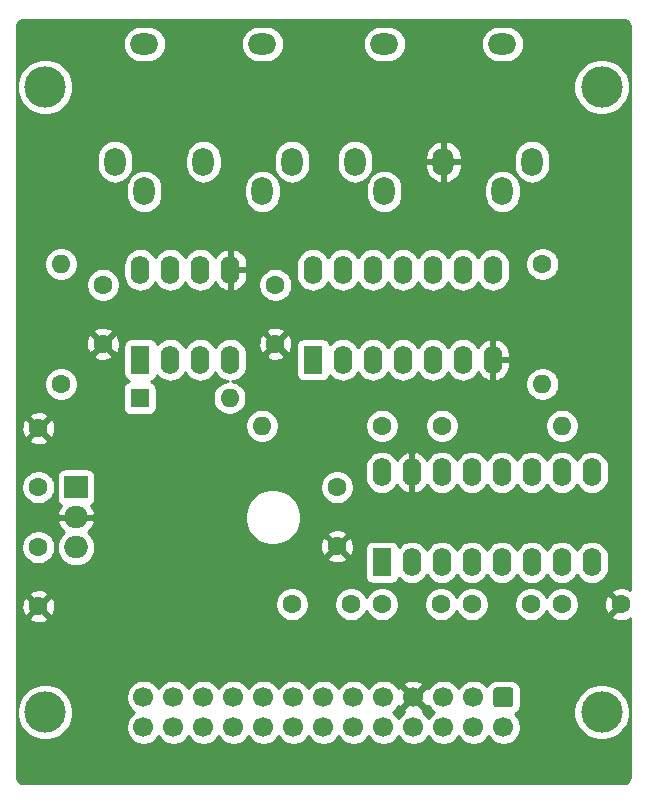
<source format=gbl>
G04 #@! TF.GenerationSoftware,KiCad,Pcbnew,(5.1.8)-1*
G04 #@! TF.CreationDate,2022-02-21T01:41:39+01:00*
G04 #@! TF.ProjectId,BulkyMIDI-32 Amiga IDC,42756c6b-794d-4494-9449-2d333220416d,rev?*
G04 #@! TF.SameCoordinates,Original*
G04 #@! TF.FileFunction,Copper,L2,Bot*
G04 #@! TF.FilePolarity,Positive*
%FSLAX46Y46*%
G04 Gerber Fmt 4.6, Leading zero omitted, Abs format (unit mm)*
G04 Created by KiCad (PCBNEW (5.1.8)-1) date 2022-02-21 01:41:39*
%MOMM*%
%LPD*%
G01*
G04 APERTURE LIST*
G04 #@! TA.AperFunction,ComponentPad*
%ADD10O,1.800000X2.400000*%
G04 #@! TD*
G04 #@! TA.AperFunction,WasherPad*
%ADD11O,2.400000X1.800000*%
G04 #@! TD*
G04 #@! TA.AperFunction,ComponentPad*
%ADD12R,1.600000X1.600000*%
G04 #@! TD*
G04 #@! TA.AperFunction,ComponentPad*
%ADD13O,1.600000X1.600000*%
G04 #@! TD*
G04 #@! TA.AperFunction,ComponentPad*
%ADD14C,1.600000*%
G04 #@! TD*
G04 #@! TA.AperFunction,ComponentPad*
%ADD15R,1.600000X2.400000*%
G04 #@! TD*
G04 #@! TA.AperFunction,ComponentPad*
%ADD16O,1.600000X2.400000*%
G04 #@! TD*
G04 #@! TA.AperFunction,WasherPad*
%ADD17C,3.500000*%
G04 #@! TD*
G04 #@! TA.AperFunction,ComponentPad*
%ADD18R,2.000000X1.905000*%
G04 #@! TD*
G04 #@! TA.AperFunction,ComponentPad*
%ADD19O,2.000000X1.905000*%
G04 #@! TD*
G04 #@! TA.AperFunction,ComponentPad*
%ADD20C,1.700000*%
G04 #@! TD*
G04 #@! TA.AperFunction,Conductor*
%ADD21C,0.254000*%
G04 #@! TD*
G04 #@! TA.AperFunction,Conductor*
%ADD22C,0.100000*%
G04 #@! TD*
G04 APERTURE END LIST*
D10*
X107950000Y-79756000D03*
D11*
X102950000Y-69756000D03*
X112950000Y-69756000D03*
D10*
X100450000Y-79756000D03*
X115450000Y-79756000D03*
X102950000Y-82256000D03*
X112950000Y-82256000D03*
X128270000Y-79756000D03*
D11*
X123270000Y-69756000D03*
X133270000Y-69756000D03*
D10*
X120770000Y-79756000D03*
X135770000Y-79756000D03*
X123270000Y-82256000D03*
X133270000Y-82256000D03*
D12*
X102539800Y-99771200D03*
D13*
X110159800Y-99771200D03*
X112903000Y-102108000D03*
D14*
X123063000Y-102108000D03*
X128143000Y-102108000D03*
D13*
X138303000Y-102108000D03*
X136652000Y-98577400D03*
D14*
X136652000Y-88417400D03*
X95885000Y-98577400D03*
D13*
X95885000Y-88417400D03*
D15*
X102616000Y-96520000D03*
D16*
X110236000Y-88900000D03*
X105156000Y-96520000D03*
X107696000Y-88900000D03*
X107696000Y-96520000D03*
X105156000Y-88900000D03*
X110236000Y-96520000D03*
X102616000Y-88900000D03*
D15*
X117221000Y-96520000D03*
D16*
X132461000Y-88900000D03*
X119761000Y-96520000D03*
X129921000Y-88900000D03*
X122301000Y-96520000D03*
X127381000Y-88900000D03*
X124841000Y-96520000D03*
X124841000Y-88900000D03*
X127381000Y-96520000D03*
X122301000Y-88900000D03*
X129921000Y-96520000D03*
X119761000Y-88900000D03*
X132461000Y-96520000D03*
X117221000Y-88900000D03*
D14*
X99441000Y-90170000D03*
X99441000Y-95170000D03*
X114046000Y-95170000D03*
X114046000Y-90170000D03*
D17*
X94560000Y-73406000D03*
X141660000Y-73406000D03*
D14*
X93980000Y-107315000D03*
X93980000Y-102315000D03*
X119253000Y-112315000D03*
X119253000Y-107315000D03*
X93980000Y-117395000D03*
X93980000Y-112395000D03*
X115459500Y-117221000D03*
X120459500Y-117221000D03*
X138303000Y-117221000D03*
X143303000Y-117221000D03*
X130683000Y-117221000D03*
X135683000Y-117221000D03*
X128063000Y-117221000D03*
X123063000Y-117221000D03*
D15*
X123063000Y-113665000D03*
D16*
X140843000Y-106045000D03*
X125603000Y-113665000D03*
X138303000Y-106045000D03*
X128143000Y-113665000D03*
X135763000Y-106045000D03*
X130683000Y-113665000D03*
X133223000Y-106045000D03*
X133223000Y-113665000D03*
X130683000Y-106045000D03*
X135763000Y-113665000D03*
X128143000Y-106045000D03*
X138303000Y-113665000D03*
X125603000Y-106045000D03*
X140843000Y-113665000D03*
X123063000Y-106045000D03*
D18*
X97155000Y-107315000D03*
D19*
X97155000Y-109855000D03*
X97155000Y-112395000D03*
G04 #@! TA.AperFunction,ComponentPad*
G36*
G01*
X132750000Y-124245000D02*
X133950000Y-124245000D01*
G75*
G02*
X134200000Y-124495000I0J-250000D01*
G01*
X134200000Y-125695000D01*
G75*
G02*
X133950000Y-125945000I-250000J0D01*
G01*
X132750000Y-125945000D01*
G75*
G02*
X132500000Y-125695000I0J250000D01*
G01*
X132500000Y-124495000D01*
G75*
G02*
X132750000Y-124245000I250000J0D01*
G01*
G37*
G04 #@! TD.AperFunction*
D20*
X130810000Y-125095000D03*
X128270000Y-125095000D03*
X125730000Y-125095000D03*
X123190000Y-125095000D03*
X120650000Y-125095000D03*
X118110000Y-125095000D03*
X115570000Y-125095000D03*
X113030000Y-125095000D03*
X110490000Y-125095000D03*
X107950000Y-125095000D03*
X105410000Y-125095000D03*
X102870000Y-125095000D03*
X133350000Y-127635000D03*
X130810000Y-127635000D03*
X128270000Y-127635000D03*
X125730000Y-127635000D03*
X123190000Y-127635000D03*
X120650000Y-127635000D03*
X118110000Y-127635000D03*
X115570000Y-127635000D03*
X113030000Y-127635000D03*
X110490000Y-127635000D03*
X107950000Y-127635000D03*
X105410000Y-127635000D03*
X102870000Y-127635000D03*
D17*
X94560000Y-126365000D03*
X141660000Y-126365000D03*
D21*
X143609109Y-67780005D02*
X143713101Y-67811402D01*
X143809014Y-67862399D01*
X143893194Y-67931055D01*
X143962440Y-68014758D01*
X144014105Y-68110311D01*
X144046227Y-68214078D01*
X144061001Y-68354650D01*
X144061000Y-116040517D01*
X144044514Y-115984329D01*
X143789004Y-115863429D01*
X143514816Y-115794700D01*
X143232488Y-115780783D01*
X142952870Y-115822213D01*
X142686708Y-115917397D01*
X142561486Y-115984329D01*
X142489903Y-116228298D01*
X143303000Y-117041395D01*
X143317143Y-117027253D01*
X143496748Y-117206858D01*
X143482605Y-117221000D01*
X143496748Y-117235143D01*
X143317143Y-117414748D01*
X143303000Y-117400605D01*
X142489903Y-118213702D01*
X142561486Y-118457671D01*
X142816996Y-118578571D01*
X143091184Y-118647300D01*
X143373512Y-118661217D01*
X143653130Y-118619787D01*
X143919292Y-118524603D01*
X144044514Y-118457671D01*
X144061000Y-118401483D01*
X144061000Y-131786480D01*
X144046995Y-131929309D01*
X144015599Y-132033299D01*
X143964601Y-132129213D01*
X143895941Y-132213399D01*
X143812243Y-132282639D01*
X143716689Y-132334305D01*
X143612922Y-132366427D01*
X143472359Y-132381200D01*
X92753720Y-132381200D01*
X92610891Y-132367195D01*
X92506901Y-132335799D01*
X92410987Y-132284801D01*
X92326801Y-132216141D01*
X92257561Y-132132443D01*
X92205895Y-132036889D01*
X92173773Y-131933122D01*
X92159000Y-131792559D01*
X92159000Y-126130098D01*
X92175000Y-126130098D01*
X92175000Y-126599902D01*
X92266654Y-127060679D01*
X92446440Y-127494721D01*
X92707450Y-127885349D01*
X93039651Y-128217550D01*
X93430279Y-128478560D01*
X93864321Y-128658346D01*
X94325098Y-128750000D01*
X94794902Y-128750000D01*
X95255679Y-128658346D01*
X95689721Y-128478560D01*
X96080349Y-128217550D01*
X96412550Y-127885349D01*
X96673560Y-127494721D01*
X96853346Y-127060679D01*
X96945000Y-126599902D01*
X96945000Y-126130098D01*
X96853346Y-125669321D01*
X96673560Y-125235279D01*
X96482101Y-124948740D01*
X101385000Y-124948740D01*
X101385000Y-125241260D01*
X101442068Y-125528158D01*
X101554010Y-125798411D01*
X101716525Y-126041632D01*
X101923368Y-126248475D01*
X102097760Y-126365000D01*
X101923368Y-126481525D01*
X101716525Y-126688368D01*
X101554010Y-126931589D01*
X101442068Y-127201842D01*
X101385000Y-127488740D01*
X101385000Y-127781260D01*
X101442068Y-128068158D01*
X101554010Y-128338411D01*
X101716525Y-128581632D01*
X101923368Y-128788475D01*
X102166589Y-128950990D01*
X102436842Y-129062932D01*
X102723740Y-129120000D01*
X103016260Y-129120000D01*
X103303158Y-129062932D01*
X103573411Y-128950990D01*
X103816632Y-128788475D01*
X104023475Y-128581632D01*
X104140000Y-128407240D01*
X104256525Y-128581632D01*
X104463368Y-128788475D01*
X104706589Y-128950990D01*
X104976842Y-129062932D01*
X105263740Y-129120000D01*
X105556260Y-129120000D01*
X105843158Y-129062932D01*
X106113411Y-128950990D01*
X106356632Y-128788475D01*
X106563475Y-128581632D01*
X106680000Y-128407240D01*
X106796525Y-128581632D01*
X107003368Y-128788475D01*
X107246589Y-128950990D01*
X107516842Y-129062932D01*
X107803740Y-129120000D01*
X108096260Y-129120000D01*
X108383158Y-129062932D01*
X108653411Y-128950990D01*
X108896632Y-128788475D01*
X109103475Y-128581632D01*
X109220000Y-128407240D01*
X109336525Y-128581632D01*
X109543368Y-128788475D01*
X109786589Y-128950990D01*
X110056842Y-129062932D01*
X110343740Y-129120000D01*
X110636260Y-129120000D01*
X110923158Y-129062932D01*
X111193411Y-128950990D01*
X111436632Y-128788475D01*
X111643475Y-128581632D01*
X111760000Y-128407240D01*
X111876525Y-128581632D01*
X112083368Y-128788475D01*
X112326589Y-128950990D01*
X112596842Y-129062932D01*
X112883740Y-129120000D01*
X113176260Y-129120000D01*
X113463158Y-129062932D01*
X113733411Y-128950990D01*
X113976632Y-128788475D01*
X114183475Y-128581632D01*
X114300000Y-128407240D01*
X114416525Y-128581632D01*
X114623368Y-128788475D01*
X114866589Y-128950990D01*
X115136842Y-129062932D01*
X115423740Y-129120000D01*
X115716260Y-129120000D01*
X116003158Y-129062932D01*
X116273411Y-128950990D01*
X116516632Y-128788475D01*
X116723475Y-128581632D01*
X116840000Y-128407240D01*
X116956525Y-128581632D01*
X117163368Y-128788475D01*
X117406589Y-128950990D01*
X117676842Y-129062932D01*
X117963740Y-129120000D01*
X118256260Y-129120000D01*
X118543158Y-129062932D01*
X118813411Y-128950990D01*
X119056632Y-128788475D01*
X119263475Y-128581632D01*
X119380000Y-128407240D01*
X119496525Y-128581632D01*
X119703368Y-128788475D01*
X119946589Y-128950990D01*
X120216842Y-129062932D01*
X120503740Y-129120000D01*
X120796260Y-129120000D01*
X121083158Y-129062932D01*
X121353411Y-128950990D01*
X121596632Y-128788475D01*
X121803475Y-128581632D01*
X121920000Y-128407240D01*
X122036525Y-128581632D01*
X122243368Y-128788475D01*
X122486589Y-128950990D01*
X122756842Y-129062932D01*
X123043740Y-129120000D01*
X123336260Y-129120000D01*
X123623158Y-129062932D01*
X123893411Y-128950990D01*
X124136632Y-128788475D01*
X124343475Y-128581632D01*
X124460000Y-128407240D01*
X124576525Y-128581632D01*
X124783368Y-128788475D01*
X125026589Y-128950990D01*
X125296842Y-129062932D01*
X125583740Y-129120000D01*
X125876260Y-129120000D01*
X126163158Y-129062932D01*
X126433411Y-128950990D01*
X126676632Y-128788475D01*
X126883475Y-128581632D01*
X127000000Y-128407240D01*
X127116525Y-128581632D01*
X127323368Y-128788475D01*
X127566589Y-128950990D01*
X127836842Y-129062932D01*
X128123740Y-129120000D01*
X128416260Y-129120000D01*
X128703158Y-129062932D01*
X128973411Y-128950990D01*
X129216632Y-128788475D01*
X129423475Y-128581632D01*
X129540000Y-128407240D01*
X129656525Y-128581632D01*
X129863368Y-128788475D01*
X130106589Y-128950990D01*
X130376842Y-129062932D01*
X130663740Y-129120000D01*
X130956260Y-129120000D01*
X131243158Y-129062932D01*
X131513411Y-128950990D01*
X131756632Y-128788475D01*
X131963475Y-128581632D01*
X132080000Y-128407240D01*
X132196525Y-128581632D01*
X132403368Y-128788475D01*
X132646589Y-128950990D01*
X132916842Y-129062932D01*
X133203740Y-129120000D01*
X133496260Y-129120000D01*
X133783158Y-129062932D01*
X134053411Y-128950990D01*
X134296632Y-128788475D01*
X134503475Y-128581632D01*
X134665990Y-128338411D01*
X134777932Y-128068158D01*
X134835000Y-127781260D01*
X134835000Y-127488740D01*
X134777932Y-127201842D01*
X134665990Y-126931589D01*
X134503475Y-126688368D01*
X134316392Y-126501285D01*
X134443386Y-126433405D01*
X134577962Y-126322962D01*
X134688405Y-126188386D01*
X134719560Y-126130098D01*
X139275000Y-126130098D01*
X139275000Y-126599902D01*
X139366654Y-127060679D01*
X139546440Y-127494721D01*
X139807450Y-127885349D01*
X140139651Y-128217550D01*
X140530279Y-128478560D01*
X140964321Y-128658346D01*
X141425098Y-128750000D01*
X141894902Y-128750000D01*
X142355679Y-128658346D01*
X142789721Y-128478560D01*
X143180349Y-128217550D01*
X143512550Y-127885349D01*
X143773560Y-127494721D01*
X143953346Y-127060679D01*
X144045000Y-126599902D01*
X144045000Y-126130098D01*
X143953346Y-125669321D01*
X143773560Y-125235279D01*
X143512550Y-124844651D01*
X143180349Y-124512450D01*
X142789721Y-124251440D01*
X142355679Y-124071654D01*
X141894902Y-123980000D01*
X141425098Y-123980000D01*
X140964321Y-124071654D01*
X140530279Y-124251440D01*
X140139651Y-124512450D01*
X139807450Y-124844651D01*
X139546440Y-125235279D01*
X139366654Y-125669321D01*
X139275000Y-126130098D01*
X134719560Y-126130098D01*
X134770472Y-126034850D01*
X134821008Y-125868254D01*
X134838072Y-125695000D01*
X134838072Y-124495000D01*
X134821008Y-124321746D01*
X134770472Y-124155150D01*
X134688405Y-124001614D01*
X134577962Y-123867038D01*
X134443386Y-123756595D01*
X134289850Y-123674528D01*
X134123254Y-123623992D01*
X133950000Y-123606928D01*
X132750000Y-123606928D01*
X132576746Y-123623992D01*
X132410150Y-123674528D01*
X132256614Y-123756595D01*
X132122038Y-123867038D01*
X132011595Y-124001614D01*
X131943715Y-124128608D01*
X131756632Y-123941525D01*
X131513411Y-123779010D01*
X131243158Y-123667068D01*
X130956260Y-123610000D01*
X130663740Y-123610000D01*
X130376842Y-123667068D01*
X130106589Y-123779010D01*
X129863368Y-123941525D01*
X129656525Y-124148368D01*
X129540000Y-124322760D01*
X129423475Y-124148368D01*
X129216632Y-123941525D01*
X128973411Y-123779010D01*
X128703158Y-123667068D01*
X128416260Y-123610000D01*
X128123740Y-123610000D01*
X127836842Y-123667068D01*
X127566589Y-123779010D01*
X127323368Y-123941525D01*
X127116525Y-124148368D01*
X127000689Y-124321729D01*
X126758397Y-124246208D01*
X125909605Y-125095000D01*
X126758397Y-125943792D01*
X127000689Y-125868271D01*
X127116525Y-126041632D01*
X127323368Y-126248475D01*
X127497760Y-126365000D01*
X127323368Y-126481525D01*
X127116525Y-126688368D01*
X127000000Y-126862760D01*
X126883475Y-126688368D01*
X126676632Y-126481525D01*
X126503271Y-126365689D01*
X126578792Y-126123397D01*
X125730000Y-125274605D01*
X124881208Y-126123397D01*
X124956729Y-126365689D01*
X124783368Y-126481525D01*
X124576525Y-126688368D01*
X124460000Y-126862760D01*
X124343475Y-126688368D01*
X124136632Y-126481525D01*
X123962240Y-126365000D01*
X124136632Y-126248475D01*
X124343475Y-126041632D01*
X124459311Y-125868271D01*
X124701603Y-125943792D01*
X125550395Y-125095000D01*
X124701603Y-124246208D01*
X124459311Y-124321729D01*
X124343475Y-124148368D01*
X124261710Y-124066603D01*
X124881208Y-124066603D01*
X125730000Y-124915395D01*
X126578792Y-124066603D01*
X126501157Y-123817528D01*
X126237117Y-123691629D01*
X125953589Y-123619661D01*
X125661469Y-123604389D01*
X125371981Y-123646401D01*
X125096253Y-123744081D01*
X124958843Y-123817528D01*
X124881208Y-124066603D01*
X124261710Y-124066603D01*
X124136632Y-123941525D01*
X123893411Y-123779010D01*
X123623158Y-123667068D01*
X123336260Y-123610000D01*
X123043740Y-123610000D01*
X122756842Y-123667068D01*
X122486589Y-123779010D01*
X122243368Y-123941525D01*
X122036525Y-124148368D01*
X121920000Y-124322760D01*
X121803475Y-124148368D01*
X121596632Y-123941525D01*
X121353411Y-123779010D01*
X121083158Y-123667068D01*
X120796260Y-123610000D01*
X120503740Y-123610000D01*
X120216842Y-123667068D01*
X119946589Y-123779010D01*
X119703368Y-123941525D01*
X119496525Y-124148368D01*
X119380000Y-124322760D01*
X119263475Y-124148368D01*
X119056632Y-123941525D01*
X118813411Y-123779010D01*
X118543158Y-123667068D01*
X118256260Y-123610000D01*
X117963740Y-123610000D01*
X117676842Y-123667068D01*
X117406589Y-123779010D01*
X117163368Y-123941525D01*
X116956525Y-124148368D01*
X116840000Y-124322760D01*
X116723475Y-124148368D01*
X116516632Y-123941525D01*
X116273411Y-123779010D01*
X116003158Y-123667068D01*
X115716260Y-123610000D01*
X115423740Y-123610000D01*
X115136842Y-123667068D01*
X114866589Y-123779010D01*
X114623368Y-123941525D01*
X114416525Y-124148368D01*
X114300000Y-124322760D01*
X114183475Y-124148368D01*
X113976632Y-123941525D01*
X113733411Y-123779010D01*
X113463158Y-123667068D01*
X113176260Y-123610000D01*
X112883740Y-123610000D01*
X112596842Y-123667068D01*
X112326589Y-123779010D01*
X112083368Y-123941525D01*
X111876525Y-124148368D01*
X111760000Y-124322760D01*
X111643475Y-124148368D01*
X111436632Y-123941525D01*
X111193411Y-123779010D01*
X110923158Y-123667068D01*
X110636260Y-123610000D01*
X110343740Y-123610000D01*
X110056842Y-123667068D01*
X109786589Y-123779010D01*
X109543368Y-123941525D01*
X109336525Y-124148368D01*
X109220000Y-124322760D01*
X109103475Y-124148368D01*
X108896632Y-123941525D01*
X108653411Y-123779010D01*
X108383158Y-123667068D01*
X108096260Y-123610000D01*
X107803740Y-123610000D01*
X107516842Y-123667068D01*
X107246589Y-123779010D01*
X107003368Y-123941525D01*
X106796525Y-124148368D01*
X106680000Y-124322760D01*
X106563475Y-124148368D01*
X106356632Y-123941525D01*
X106113411Y-123779010D01*
X105843158Y-123667068D01*
X105556260Y-123610000D01*
X105263740Y-123610000D01*
X104976842Y-123667068D01*
X104706589Y-123779010D01*
X104463368Y-123941525D01*
X104256525Y-124148368D01*
X104140000Y-124322760D01*
X104023475Y-124148368D01*
X103816632Y-123941525D01*
X103573411Y-123779010D01*
X103303158Y-123667068D01*
X103016260Y-123610000D01*
X102723740Y-123610000D01*
X102436842Y-123667068D01*
X102166589Y-123779010D01*
X101923368Y-123941525D01*
X101716525Y-124148368D01*
X101554010Y-124391589D01*
X101442068Y-124661842D01*
X101385000Y-124948740D01*
X96482101Y-124948740D01*
X96412550Y-124844651D01*
X96080349Y-124512450D01*
X95689721Y-124251440D01*
X95255679Y-124071654D01*
X94794902Y-123980000D01*
X94325098Y-123980000D01*
X93864321Y-124071654D01*
X93430279Y-124251440D01*
X93039651Y-124512450D01*
X92707450Y-124844651D01*
X92446440Y-125235279D01*
X92266654Y-125669321D01*
X92175000Y-126130098D01*
X92159000Y-126130098D01*
X92159000Y-118387702D01*
X93166903Y-118387702D01*
X93238486Y-118631671D01*
X93493996Y-118752571D01*
X93768184Y-118821300D01*
X94050512Y-118835217D01*
X94330130Y-118793787D01*
X94596292Y-118698603D01*
X94721514Y-118631671D01*
X94793097Y-118387702D01*
X93980000Y-117574605D01*
X93166903Y-118387702D01*
X92159000Y-118387702D01*
X92159000Y-117465512D01*
X92539783Y-117465512D01*
X92581213Y-117745130D01*
X92676397Y-118011292D01*
X92743329Y-118136514D01*
X92987298Y-118208097D01*
X93800395Y-117395000D01*
X94159605Y-117395000D01*
X94972702Y-118208097D01*
X95216671Y-118136514D01*
X95337571Y-117881004D01*
X95406300Y-117606816D01*
X95420217Y-117324488D01*
X95383943Y-117079665D01*
X114024500Y-117079665D01*
X114024500Y-117362335D01*
X114079647Y-117639574D01*
X114187820Y-117900727D01*
X114344863Y-118135759D01*
X114544741Y-118335637D01*
X114779773Y-118492680D01*
X115040926Y-118600853D01*
X115318165Y-118656000D01*
X115600835Y-118656000D01*
X115878074Y-118600853D01*
X116139227Y-118492680D01*
X116374259Y-118335637D01*
X116574137Y-118135759D01*
X116731180Y-117900727D01*
X116839353Y-117639574D01*
X116894500Y-117362335D01*
X116894500Y-117079665D01*
X119024500Y-117079665D01*
X119024500Y-117362335D01*
X119079647Y-117639574D01*
X119187820Y-117900727D01*
X119344863Y-118135759D01*
X119544741Y-118335637D01*
X119779773Y-118492680D01*
X120040926Y-118600853D01*
X120318165Y-118656000D01*
X120600835Y-118656000D01*
X120878074Y-118600853D01*
X121139227Y-118492680D01*
X121374259Y-118335637D01*
X121574137Y-118135759D01*
X121731180Y-117900727D01*
X121761250Y-117828132D01*
X121791320Y-117900727D01*
X121948363Y-118135759D01*
X122148241Y-118335637D01*
X122383273Y-118492680D01*
X122644426Y-118600853D01*
X122921665Y-118656000D01*
X123204335Y-118656000D01*
X123481574Y-118600853D01*
X123742727Y-118492680D01*
X123977759Y-118335637D01*
X124177637Y-118135759D01*
X124334680Y-117900727D01*
X124442853Y-117639574D01*
X124498000Y-117362335D01*
X124498000Y-117079665D01*
X126628000Y-117079665D01*
X126628000Y-117362335D01*
X126683147Y-117639574D01*
X126791320Y-117900727D01*
X126948363Y-118135759D01*
X127148241Y-118335637D01*
X127383273Y-118492680D01*
X127644426Y-118600853D01*
X127921665Y-118656000D01*
X128204335Y-118656000D01*
X128481574Y-118600853D01*
X128742727Y-118492680D01*
X128977759Y-118335637D01*
X129177637Y-118135759D01*
X129334680Y-117900727D01*
X129373000Y-117808214D01*
X129411320Y-117900727D01*
X129568363Y-118135759D01*
X129768241Y-118335637D01*
X130003273Y-118492680D01*
X130264426Y-118600853D01*
X130541665Y-118656000D01*
X130824335Y-118656000D01*
X131101574Y-118600853D01*
X131362727Y-118492680D01*
X131597759Y-118335637D01*
X131797637Y-118135759D01*
X131954680Y-117900727D01*
X132062853Y-117639574D01*
X132118000Y-117362335D01*
X132118000Y-117079665D01*
X134248000Y-117079665D01*
X134248000Y-117362335D01*
X134303147Y-117639574D01*
X134411320Y-117900727D01*
X134568363Y-118135759D01*
X134768241Y-118335637D01*
X135003273Y-118492680D01*
X135264426Y-118600853D01*
X135541665Y-118656000D01*
X135824335Y-118656000D01*
X136101574Y-118600853D01*
X136362727Y-118492680D01*
X136597759Y-118335637D01*
X136797637Y-118135759D01*
X136954680Y-117900727D01*
X136993000Y-117808214D01*
X137031320Y-117900727D01*
X137188363Y-118135759D01*
X137388241Y-118335637D01*
X137623273Y-118492680D01*
X137884426Y-118600853D01*
X138161665Y-118656000D01*
X138444335Y-118656000D01*
X138721574Y-118600853D01*
X138982727Y-118492680D01*
X139217759Y-118335637D01*
X139417637Y-118135759D01*
X139574680Y-117900727D01*
X139682853Y-117639574D01*
X139738000Y-117362335D01*
X139738000Y-117291512D01*
X141862783Y-117291512D01*
X141904213Y-117571130D01*
X141999397Y-117837292D01*
X142066329Y-117962514D01*
X142310298Y-118034097D01*
X143123395Y-117221000D01*
X142310298Y-116407903D01*
X142066329Y-116479486D01*
X141945429Y-116734996D01*
X141876700Y-117009184D01*
X141862783Y-117291512D01*
X139738000Y-117291512D01*
X139738000Y-117079665D01*
X139682853Y-116802426D01*
X139574680Y-116541273D01*
X139417637Y-116306241D01*
X139217759Y-116106363D01*
X138982727Y-115949320D01*
X138721574Y-115841147D01*
X138444335Y-115786000D01*
X138161665Y-115786000D01*
X137884426Y-115841147D01*
X137623273Y-115949320D01*
X137388241Y-116106363D01*
X137188363Y-116306241D01*
X137031320Y-116541273D01*
X136993000Y-116633786D01*
X136954680Y-116541273D01*
X136797637Y-116306241D01*
X136597759Y-116106363D01*
X136362727Y-115949320D01*
X136101574Y-115841147D01*
X135824335Y-115786000D01*
X135541665Y-115786000D01*
X135264426Y-115841147D01*
X135003273Y-115949320D01*
X134768241Y-116106363D01*
X134568363Y-116306241D01*
X134411320Y-116541273D01*
X134303147Y-116802426D01*
X134248000Y-117079665D01*
X132118000Y-117079665D01*
X132062853Y-116802426D01*
X131954680Y-116541273D01*
X131797637Y-116306241D01*
X131597759Y-116106363D01*
X131362727Y-115949320D01*
X131101574Y-115841147D01*
X130824335Y-115786000D01*
X130541665Y-115786000D01*
X130264426Y-115841147D01*
X130003273Y-115949320D01*
X129768241Y-116106363D01*
X129568363Y-116306241D01*
X129411320Y-116541273D01*
X129373000Y-116633786D01*
X129334680Y-116541273D01*
X129177637Y-116306241D01*
X128977759Y-116106363D01*
X128742727Y-115949320D01*
X128481574Y-115841147D01*
X128204335Y-115786000D01*
X127921665Y-115786000D01*
X127644426Y-115841147D01*
X127383273Y-115949320D01*
X127148241Y-116106363D01*
X126948363Y-116306241D01*
X126791320Y-116541273D01*
X126683147Y-116802426D01*
X126628000Y-117079665D01*
X124498000Y-117079665D01*
X124442853Y-116802426D01*
X124334680Y-116541273D01*
X124177637Y-116306241D01*
X123977759Y-116106363D01*
X123742727Y-115949320D01*
X123481574Y-115841147D01*
X123204335Y-115786000D01*
X122921665Y-115786000D01*
X122644426Y-115841147D01*
X122383273Y-115949320D01*
X122148241Y-116106363D01*
X121948363Y-116306241D01*
X121791320Y-116541273D01*
X121761250Y-116613868D01*
X121731180Y-116541273D01*
X121574137Y-116306241D01*
X121374259Y-116106363D01*
X121139227Y-115949320D01*
X120878074Y-115841147D01*
X120600835Y-115786000D01*
X120318165Y-115786000D01*
X120040926Y-115841147D01*
X119779773Y-115949320D01*
X119544741Y-116106363D01*
X119344863Y-116306241D01*
X119187820Y-116541273D01*
X119079647Y-116802426D01*
X119024500Y-117079665D01*
X116894500Y-117079665D01*
X116839353Y-116802426D01*
X116731180Y-116541273D01*
X116574137Y-116306241D01*
X116374259Y-116106363D01*
X116139227Y-115949320D01*
X115878074Y-115841147D01*
X115600835Y-115786000D01*
X115318165Y-115786000D01*
X115040926Y-115841147D01*
X114779773Y-115949320D01*
X114544741Y-116106363D01*
X114344863Y-116306241D01*
X114187820Y-116541273D01*
X114079647Y-116802426D01*
X114024500Y-117079665D01*
X95383943Y-117079665D01*
X95378787Y-117044870D01*
X95283603Y-116778708D01*
X95216671Y-116653486D01*
X94972702Y-116581903D01*
X94159605Y-117395000D01*
X93800395Y-117395000D01*
X92987298Y-116581903D01*
X92743329Y-116653486D01*
X92622429Y-116908996D01*
X92553700Y-117183184D01*
X92539783Y-117465512D01*
X92159000Y-117465512D01*
X92159000Y-116402298D01*
X93166903Y-116402298D01*
X93980000Y-117215395D01*
X94793097Y-116402298D01*
X94721514Y-116158329D01*
X94466004Y-116037429D01*
X94191816Y-115968700D01*
X93909488Y-115954783D01*
X93629870Y-115996213D01*
X93363708Y-116091397D01*
X93238486Y-116158329D01*
X93166903Y-116402298D01*
X92159000Y-116402298D01*
X92159000Y-112253665D01*
X92545000Y-112253665D01*
X92545000Y-112536335D01*
X92600147Y-112813574D01*
X92708320Y-113074727D01*
X92865363Y-113309759D01*
X93065241Y-113509637D01*
X93300273Y-113666680D01*
X93561426Y-113774853D01*
X93838665Y-113830000D01*
X94121335Y-113830000D01*
X94398574Y-113774853D01*
X94659727Y-113666680D01*
X94894759Y-113509637D01*
X95094637Y-113309759D01*
X95251680Y-113074727D01*
X95359853Y-112813574D01*
X95415000Y-112536335D01*
X95415000Y-112395000D01*
X95512319Y-112395000D01*
X95542970Y-112706204D01*
X95633745Y-113005449D01*
X95781155Y-113281235D01*
X95979537Y-113522963D01*
X96221265Y-113721345D01*
X96497051Y-113868755D01*
X96796296Y-113959530D01*
X97029514Y-113982500D01*
X97280486Y-113982500D01*
X97513704Y-113959530D01*
X97812949Y-113868755D01*
X98088735Y-113721345D01*
X98330463Y-113522963D01*
X98507123Y-113307702D01*
X118439903Y-113307702D01*
X118511486Y-113551671D01*
X118766996Y-113672571D01*
X119041184Y-113741300D01*
X119323512Y-113755217D01*
X119603130Y-113713787D01*
X119869292Y-113618603D01*
X119994514Y-113551671D01*
X120066097Y-113307702D01*
X119253000Y-112494605D01*
X118439903Y-113307702D01*
X98507123Y-113307702D01*
X98528845Y-113281235D01*
X98676255Y-113005449D01*
X98767030Y-112706204D01*
X98797681Y-112395000D01*
X98796747Y-112385512D01*
X117812783Y-112385512D01*
X117854213Y-112665130D01*
X117949397Y-112931292D01*
X118016329Y-113056514D01*
X118260298Y-113128097D01*
X119073395Y-112315000D01*
X119432605Y-112315000D01*
X120245702Y-113128097D01*
X120489671Y-113056514D01*
X120610571Y-112801004D01*
X120679300Y-112526816D01*
X120682347Y-112465000D01*
X121624928Y-112465000D01*
X121624928Y-114865000D01*
X121637188Y-114989482D01*
X121673498Y-115109180D01*
X121732463Y-115219494D01*
X121811815Y-115316185D01*
X121908506Y-115395537D01*
X122018820Y-115454502D01*
X122138518Y-115490812D01*
X122263000Y-115503072D01*
X123863000Y-115503072D01*
X123987482Y-115490812D01*
X124107180Y-115454502D01*
X124217494Y-115395537D01*
X124314185Y-115316185D01*
X124393537Y-115219494D01*
X124452502Y-115109180D01*
X124488812Y-114989482D01*
X124490581Y-114971517D01*
X124583393Y-115084608D01*
X124801900Y-115263932D01*
X125051193Y-115397182D01*
X125321692Y-115479236D01*
X125603000Y-115506943D01*
X125884309Y-115479236D01*
X126154808Y-115397182D01*
X126404101Y-115263932D01*
X126622608Y-115084608D01*
X126801932Y-114866101D01*
X126873000Y-114733142D01*
X126944068Y-114866101D01*
X127123393Y-115084608D01*
X127341900Y-115263932D01*
X127591193Y-115397182D01*
X127861692Y-115479236D01*
X128143000Y-115506943D01*
X128424309Y-115479236D01*
X128694808Y-115397182D01*
X128944101Y-115263932D01*
X129162608Y-115084608D01*
X129341932Y-114866101D01*
X129413000Y-114733142D01*
X129484068Y-114866101D01*
X129663393Y-115084608D01*
X129881900Y-115263932D01*
X130131193Y-115397182D01*
X130401692Y-115479236D01*
X130683000Y-115506943D01*
X130964309Y-115479236D01*
X131234808Y-115397182D01*
X131484101Y-115263932D01*
X131702608Y-115084608D01*
X131881932Y-114866101D01*
X131953000Y-114733142D01*
X132024068Y-114866101D01*
X132203393Y-115084608D01*
X132421900Y-115263932D01*
X132671193Y-115397182D01*
X132941692Y-115479236D01*
X133223000Y-115506943D01*
X133504309Y-115479236D01*
X133774808Y-115397182D01*
X134024101Y-115263932D01*
X134242608Y-115084608D01*
X134421932Y-114866101D01*
X134493000Y-114733142D01*
X134564068Y-114866101D01*
X134743393Y-115084608D01*
X134961900Y-115263932D01*
X135211193Y-115397182D01*
X135481692Y-115479236D01*
X135763000Y-115506943D01*
X136044309Y-115479236D01*
X136314808Y-115397182D01*
X136564101Y-115263932D01*
X136782608Y-115084608D01*
X136961932Y-114866101D01*
X137033000Y-114733142D01*
X137104068Y-114866101D01*
X137283393Y-115084608D01*
X137501900Y-115263932D01*
X137751193Y-115397182D01*
X138021692Y-115479236D01*
X138303000Y-115506943D01*
X138584309Y-115479236D01*
X138854808Y-115397182D01*
X139104101Y-115263932D01*
X139322608Y-115084608D01*
X139501932Y-114866101D01*
X139573000Y-114733142D01*
X139644068Y-114866101D01*
X139823393Y-115084608D01*
X140041900Y-115263932D01*
X140291193Y-115397182D01*
X140561692Y-115479236D01*
X140843000Y-115506943D01*
X141124309Y-115479236D01*
X141394808Y-115397182D01*
X141644101Y-115263932D01*
X141862608Y-115084608D01*
X142041932Y-114866101D01*
X142175182Y-114616808D01*
X142257236Y-114346309D01*
X142278000Y-114135491D01*
X142278000Y-113194508D01*
X142257236Y-112983691D01*
X142175182Y-112713192D01*
X142041932Y-112463899D01*
X141862607Y-112245392D01*
X141644100Y-112066068D01*
X141394807Y-111932818D01*
X141124308Y-111850764D01*
X140843000Y-111823057D01*
X140561691Y-111850764D01*
X140291192Y-111932818D01*
X140041899Y-112066068D01*
X139823392Y-112245393D01*
X139644068Y-112463900D01*
X139573000Y-112596858D01*
X139501932Y-112463899D01*
X139322607Y-112245392D01*
X139104100Y-112066068D01*
X138854807Y-111932818D01*
X138584308Y-111850764D01*
X138303000Y-111823057D01*
X138021691Y-111850764D01*
X137751192Y-111932818D01*
X137501899Y-112066068D01*
X137283392Y-112245393D01*
X137104068Y-112463900D01*
X137033000Y-112596858D01*
X136961932Y-112463899D01*
X136782607Y-112245392D01*
X136564100Y-112066068D01*
X136314807Y-111932818D01*
X136044308Y-111850764D01*
X135763000Y-111823057D01*
X135481691Y-111850764D01*
X135211192Y-111932818D01*
X134961899Y-112066068D01*
X134743392Y-112245393D01*
X134564068Y-112463900D01*
X134493000Y-112596858D01*
X134421932Y-112463899D01*
X134242607Y-112245392D01*
X134024100Y-112066068D01*
X133774807Y-111932818D01*
X133504308Y-111850764D01*
X133223000Y-111823057D01*
X132941691Y-111850764D01*
X132671192Y-111932818D01*
X132421899Y-112066068D01*
X132203392Y-112245393D01*
X132024068Y-112463900D01*
X131953000Y-112596858D01*
X131881932Y-112463899D01*
X131702607Y-112245392D01*
X131484100Y-112066068D01*
X131234807Y-111932818D01*
X130964308Y-111850764D01*
X130683000Y-111823057D01*
X130401691Y-111850764D01*
X130131192Y-111932818D01*
X129881899Y-112066068D01*
X129663392Y-112245393D01*
X129484068Y-112463900D01*
X129413000Y-112596858D01*
X129341932Y-112463899D01*
X129162607Y-112245392D01*
X128944100Y-112066068D01*
X128694807Y-111932818D01*
X128424308Y-111850764D01*
X128143000Y-111823057D01*
X127861691Y-111850764D01*
X127591192Y-111932818D01*
X127341899Y-112066068D01*
X127123392Y-112245393D01*
X126944068Y-112463900D01*
X126873000Y-112596858D01*
X126801932Y-112463899D01*
X126622607Y-112245392D01*
X126404100Y-112066068D01*
X126154807Y-111932818D01*
X125884308Y-111850764D01*
X125603000Y-111823057D01*
X125321691Y-111850764D01*
X125051192Y-111932818D01*
X124801899Y-112066068D01*
X124583392Y-112245393D01*
X124490581Y-112358483D01*
X124488812Y-112340518D01*
X124452502Y-112220820D01*
X124393537Y-112110506D01*
X124314185Y-112013815D01*
X124217494Y-111934463D01*
X124107180Y-111875498D01*
X123987482Y-111839188D01*
X123863000Y-111826928D01*
X122263000Y-111826928D01*
X122138518Y-111839188D01*
X122018820Y-111875498D01*
X121908506Y-111934463D01*
X121811815Y-112013815D01*
X121732463Y-112110506D01*
X121673498Y-112220820D01*
X121637188Y-112340518D01*
X121624928Y-112465000D01*
X120682347Y-112465000D01*
X120693217Y-112244488D01*
X120651787Y-111964870D01*
X120556603Y-111698708D01*
X120489671Y-111573486D01*
X120245702Y-111501903D01*
X119432605Y-112315000D01*
X119073395Y-112315000D01*
X118260298Y-111501903D01*
X118016329Y-111573486D01*
X117895429Y-111828996D01*
X117826700Y-112103184D01*
X117812783Y-112385512D01*
X98796747Y-112385512D01*
X98767030Y-112083796D01*
X98676255Y-111784551D01*
X98528845Y-111508765D01*
X98330463Y-111267037D01*
X98151101Y-111119837D01*
X98336315Y-110964437D01*
X98530969Y-110721923D01*
X98674571Y-110446094D01*
X98745563Y-110227980D01*
X98625594Y-109982000D01*
X97282000Y-109982000D01*
X97282000Y-110002000D01*
X97028000Y-110002000D01*
X97028000Y-109982000D01*
X95684406Y-109982000D01*
X95564437Y-110227980D01*
X95635429Y-110446094D01*
X95779031Y-110721923D01*
X95973685Y-110964437D01*
X96158899Y-111119837D01*
X95979537Y-111267037D01*
X95781155Y-111508765D01*
X95633745Y-111784551D01*
X95542970Y-112083796D01*
X95512319Y-112395000D01*
X95415000Y-112395000D01*
X95415000Y-112253665D01*
X95359853Y-111976426D01*
X95251680Y-111715273D01*
X95094637Y-111480241D01*
X94894759Y-111280363D01*
X94659727Y-111123320D01*
X94398574Y-111015147D01*
X94121335Y-110960000D01*
X93838665Y-110960000D01*
X93561426Y-111015147D01*
X93300273Y-111123320D01*
X93065241Y-111280363D01*
X92865363Y-111480241D01*
X92708320Y-111715273D01*
X92600147Y-111976426D01*
X92545000Y-112253665D01*
X92159000Y-112253665D01*
X92159000Y-107173665D01*
X92545000Y-107173665D01*
X92545000Y-107456335D01*
X92600147Y-107733574D01*
X92708320Y-107994727D01*
X92865363Y-108229759D01*
X93065241Y-108429637D01*
X93300273Y-108586680D01*
X93561426Y-108694853D01*
X93838665Y-108750000D01*
X94121335Y-108750000D01*
X94398574Y-108694853D01*
X94659727Y-108586680D01*
X94894759Y-108429637D01*
X95094637Y-108229759D01*
X95251680Y-107994727D01*
X95359853Y-107733574D01*
X95415000Y-107456335D01*
X95415000Y-107173665D01*
X95359853Y-106896426D01*
X95251680Y-106635273D01*
X95094637Y-106400241D01*
X95056896Y-106362500D01*
X95516928Y-106362500D01*
X95516928Y-108267500D01*
X95529188Y-108391982D01*
X95565498Y-108511680D01*
X95624463Y-108621994D01*
X95703815Y-108718685D01*
X95800506Y-108798037D01*
X95892219Y-108847059D01*
X95779031Y-108988077D01*
X95635429Y-109263906D01*
X95564437Y-109482020D01*
X95684406Y-109728000D01*
X97028000Y-109728000D01*
X97028000Y-109708000D01*
X97282000Y-109708000D01*
X97282000Y-109728000D01*
X98625594Y-109728000D01*
X98678219Y-109620098D01*
X111430000Y-109620098D01*
X111430000Y-110089902D01*
X111521654Y-110550679D01*
X111701440Y-110984721D01*
X111962450Y-111375349D01*
X112294651Y-111707550D01*
X112685279Y-111968560D01*
X113119321Y-112148346D01*
X113580098Y-112240000D01*
X114049902Y-112240000D01*
X114510679Y-112148346D01*
X114944721Y-111968560D01*
X115335349Y-111707550D01*
X115667550Y-111375349D01*
X115702997Y-111322298D01*
X118439903Y-111322298D01*
X119253000Y-112135395D01*
X120066097Y-111322298D01*
X119994514Y-111078329D01*
X119739004Y-110957429D01*
X119464816Y-110888700D01*
X119182488Y-110874783D01*
X118902870Y-110916213D01*
X118636708Y-111011397D01*
X118511486Y-111078329D01*
X118439903Y-111322298D01*
X115702997Y-111322298D01*
X115928560Y-110984721D01*
X116108346Y-110550679D01*
X116200000Y-110089902D01*
X116200000Y-109620098D01*
X116108346Y-109159321D01*
X115928560Y-108725279D01*
X115667550Y-108334651D01*
X115335349Y-108002450D01*
X114944721Y-107741440D01*
X114510679Y-107561654D01*
X114049902Y-107470000D01*
X113580098Y-107470000D01*
X113119321Y-107561654D01*
X112685279Y-107741440D01*
X112294651Y-108002450D01*
X111962450Y-108334651D01*
X111701440Y-108725279D01*
X111521654Y-109159321D01*
X111430000Y-109620098D01*
X98678219Y-109620098D01*
X98745563Y-109482020D01*
X98674571Y-109263906D01*
X98530969Y-108988077D01*
X98417781Y-108847059D01*
X98509494Y-108798037D01*
X98606185Y-108718685D01*
X98685537Y-108621994D01*
X98744502Y-108511680D01*
X98780812Y-108391982D01*
X98793072Y-108267500D01*
X98793072Y-107173665D01*
X117818000Y-107173665D01*
X117818000Y-107456335D01*
X117873147Y-107733574D01*
X117981320Y-107994727D01*
X118138363Y-108229759D01*
X118338241Y-108429637D01*
X118573273Y-108586680D01*
X118834426Y-108694853D01*
X119111665Y-108750000D01*
X119394335Y-108750000D01*
X119671574Y-108694853D01*
X119932727Y-108586680D01*
X120167759Y-108429637D01*
X120367637Y-108229759D01*
X120524680Y-107994727D01*
X120632853Y-107733574D01*
X120688000Y-107456335D01*
X120688000Y-107173665D01*
X120632853Y-106896426D01*
X120524680Y-106635273D01*
X120367637Y-106400241D01*
X120167759Y-106200363D01*
X119932727Y-106043320D01*
X119671574Y-105935147D01*
X119394335Y-105880000D01*
X119111665Y-105880000D01*
X118834426Y-105935147D01*
X118573273Y-106043320D01*
X118338241Y-106200363D01*
X118138363Y-106400241D01*
X117981320Y-106635273D01*
X117873147Y-106896426D01*
X117818000Y-107173665D01*
X98793072Y-107173665D01*
X98793072Y-106362500D01*
X98780812Y-106238018D01*
X98744502Y-106118320D01*
X98685537Y-106008006D01*
X98606185Y-105911315D01*
X98509494Y-105831963D01*
X98399180Y-105772998D01*
X98279482Y-105736688D01*
X98155000Y-105724428D01*
X96155000Y-105724428D01*
X96030518Y-105736688D01*
X95910820Y-105772998D01*
X95800506Y-105831963D01*
X95703815Y-105911315D01*
X95624463Y-106008006D01*
X95565498Y-106118320D01*
X95529188Y-106238018D01*
X95516928Y-106362500D01*
X95056896Y-106362500D01*
X94894759Y-106200363D01*
X94659727Y-106043320D01*
X94398574Y-105935147D01*
X94121335Y-105880000D01*
X93838665Y-105880000D01*
X93561426Y-105935147D01*
X93300273Y-106043320D01*
X93065241Y-106200363D01*
X92865363Y-106400241D01*
X92708320Y-106635273D01*
X92600147Y-106896426D01*
X92545000Y-107173665D01*
X92159000Y-107173665D01*
X92159000Y-105574509D01*
X121628000Y-105574509D01*
X121628000Y-106515492D01*
X121648764Y-106726309D01*
X121730818Y-106996808D01*
X121864068Y-107246101D01*
X122043393Y-107464608D01*
X122261900Y-107643932D01*
X122511193Y-107777182D01*
X122781692Y-107859236D01*
X123063000Y-107886943D01*
X123344309Y-107859236D01*
X123614808Y-107777182D01*
X123864101Y-107643932D01*
X124082608Y-107464608D01*
X124261932Y-107246101D01*
X124330265Y-107118259D01*
X124480399Y-107347839D01*
X124678105Y-107549500D01*
X124911354Y-107708715D01*
X125171182Y-107819367D01*
X125253961Y-107836904D01*
X125476000Y-107714915D01*
X125476000Y-106172000D01*
X125456000Y-106172000D01*
X125456000Y-105918000D01*
X125476000Y-105918000D01*
X125476000Y-104375085D01*
X125730000Y-104375085D01*
X125730000Y-105918000D01*
X125750000Y-105918000D01*
X125750000Y-106172000D01*
X125730000Y-106172000D01*
X125730000Y-107714915D01*
X125952039Y-107836904D01*
X126034818Y-107819367D01*
X126294646Y-107708715D01*
X126527895Y-107549500D01*
X126725601Y-107347839D01*
X126875735Y-107118259D01*
X126944068Y-107246101D01*
X127123393Y-107464608D01*
X127341900Y-107643932D01*
X127591193Y-107777182D01*
X127861692Y-107859236D01*
X128143000Y-107886943D01*
X128424309Y-107859236D01*
X128694808Y-107777182D01*
X128944101Y-107643932D01*
X129162608Y-107464608D01*
X129341932Y-107246101D01*
X129413000Y-107113142D01*
X129484068Y-107246101D01*
X129663393Y-107464608D01*
X129881900Y-107643932D01*
X130131193Y-107777182D01*
X130401692Y-107859236D01*
X130683000Y-107886943D01*
X130964309Y-107859236D01*
X131234808Y-107777182D01*
X131484101Y-107643932D01*
X131702608Y-107464608D01*
X131881932Y-107246101D01*
X131953000Y-107113142D01*
X132024068Y-107246101D01*
X132203393Y-107464608D01*
X132421900Y-107643932D01*
X132671193Y-107777182D01*
X132941692Y-107859236D01*
X133223000Y-107886943D01*
X133504309Y-107859236D01*
X133774808Y-107777182D01*
X134024101Y-107643932D01*
X134242608Y-107464608D01*
X134421932Y-107246101D01*
X134493000Y-107113142D01*
X134564068Y-107246101D01*
X134743393Y-107464608D01*
X134961900Y-107643932D01*
X135211193Y-107777182D01*
X135481692Y-107859236D01*
X135763000Y-107886943D01*
X136044309Y-107859236D01*
X136314808Y-107777182D01*
X136564101Y-107643932D01*
X136782608Y-107464608D01*
X136961932Y-107246101D01*
X137033000Y-107113142D01*
X137104068Y-107246101D01*
X137283393Y-107464608D01*
X137501900Y-107643932D01*
X137751193Y-107777182D01*
X138021692Y-107859236D01*
X138303000Y-107886943D01*
X138584309Y-107859236D01*
X138854808Y-107777182D01*
X139104101Y-107643932D01*
X139322608Y-107464608D01*
X139501932Y-107246101D01*
X139573000Y-107113142D01*
X139644068Y-107246101D01*
X139823393Y-107464608D01*
X140041900Y-107643932D01*
X140291193Y-107777182D01*
X140561692Y-107859236D01*
X140843000Y-107886943D01*
X141124309Y-107859236D01*
X141394808Y-107777182D01*
X141644101Y-107643932D01*
X141862608Y-107464608D01*
X142041932Y-107246101D01*
X142175182Y-106996808D01*
X142257236Y-106726309D01*
X142278000Y-106515491D01*
X142278000Y-105574508D01*
X142257236Y-105363691D01*
X142175182Y-105093192D01*
X142041932Y-104843899D01*
X141862607Y-104625392D01*
X141644100Y-104446068D01*
X141394807Y-104312818D01*
X141124308Y-104230764D01*
X140843000Y-104203057D01*
X140561691Y-104230764D01*
X140291192Y-104312818D01*
X140041899Y-104446068D01*
X139823392Y-104625393D01*
X139644068Y-104843900D01*
X139573000Y-104976858D01*
X139501932Y-104843899D01*
X139322607Y-104625392D01*
X139104100Y-104446068D01*
X138854807Y-104312818D01*
X138584308Y-104230764D01*
X138303000Y-104203057D01*
X138021691Y-104230764D01*
X137751192Y-104312818D01*
X137501899Y-104446068D01*
X137283392Y-104625393D01*
X137104068Y-104843900D01*
X137033000Y-104976858D01*
X136961932Y-104843899D01*
X136782607Y-104625392D01*
X136564100Y-104446068D01*
X136314807Y-104312818D01*
X136044308Y-104230764D01*
X135763000Y-104203057D01*
X135481691Y-104230764D01*
X135211192Y-104312818D01*
X134961899Y-104446068D01*
X134743392Y-104625393D01*
X134564068Y-104843900D01*
X134493000Y-104976858D01*
X134421932Y-104843899D01*
X134242607Y-104625392D01*
X134024100Y-104446068D01*
X133774807Y-104312818D01*
X133504308Y-104230764D01*
X133223000Y-104203057D01*
X132941691Y-104230764D01*
X132671192Y-104312818D01*
X132421899Y-104446068D01*
X132203392Y-104625393D01*
X132024068Y-104843900D01*
X131953000Y-104976858D01*
X131881932Y-104843899D01*
X131702607Y-104625392D01*
X131484100Y-104446068D01*
X131234807Y-104312818D01*
X130964308Y-104230764D01*
X130683000Y-104203057D01*
X130401691Y-104230764D01*
X130131192Y-104312818D01*
X129881899Y-104446068D01*
X129663392Y-104625393D01*
X129484068Y-104843900D01*
X129413000Y-104976858D01*
X129341932Y-104843899D01*
X129162607Y-104625392D01*
X128944100Y-104446068D01*
X128694807Y-104312818D01*
X128424308Y-104230764D01*
X128143000Y-104203057D01*
X127861691Y-104230764D01*
X127591192Y-104312818D01*
X127341899Y-104446068D01*
X127123392Y-104625393D01*
X126944068Y-104843900D01*
X126875735Y-104971742D01*
X126725601Y-104742161D01*
X126527895Y-104540500D01*
X126294646Y-104381285D01*
X126034818Y-104270633D01*
X125952039Y-104253096D01*
X125730000Y-104375085D01*
X125476000Y-104375085D01*
X125253961Y-104253096D01*
X125171182Y-104270633D01*
X124911354Y-104381285D01*
X124678105Y-104540500D01*
X124480399Y-104742161D01*
X124330265Y-104971741D01*
X124261932Y-104843899D01*
X124082607Y-104625392D01*
X123864100Y-104446068D01*
X123614807Y-104312818D01*
X123344308Y-104230764D01*
X123063000Y-104203057D01*
X122781691Y-104230764D01*
X122511192Y-104312818D01*
X122261899Y-104446068D01*
X122043392Y-104625393D01*
X121864068Y-104843900D01*
X121730818Y-105093193D01*
X121648764Y-105363692D01*
X121628000Y-105574509D01*
X92159000Y-105574509D01*
X92159000Y-103307702D01*
X93166903Y-103307702D01*
X93238486Y-103551671D01*
X93493996Y-103672571D01*
X93768184Y-103741300D01*
X94050512Y-103755217D01*
X94330130Y-103713787D01*
X94596292Y-103618603D01*
X94721514Y-103551671D01*
X94793097Y-103307702D01*
X93980000Y-102494605D01*
X93166903Y-103307702D01*
X92159000Y-103307702D01*
X92159000Y-102385512D01*
X92539783Y-102385512D01*
X92581213Y-102665130D01*
X92676397Y-102931292D01*
X92743329Y-103056514D01*
X92987298Y-103128097D01*
X93800395Y-102315000D01*
X94159605Y-102315000D01*
X94972702Y-103128097D01*
X95216671Y-103056514D01*
X95337571Y-102801004D01*
X95406300Y-102526816D01*
X95420217Y-102244488D01*
X95379053Y-101966665D01*
X111468000Y-101966665D01*
X111468000Y-102249335D01*
X111523147Y-102526574D01*
X111631320Y-102787727D01*
X111788363Y-103022759D01*
X111988241Y-103222637D01*
X112223273Y-103379680D01*
X112484426Y-103487853D01*
X112761665Y-103543000D01*
X113044335Y-103543000D01*
X113321574Y-103487853D01*
X113582727Y-103379680D01*
X113817759Y-103222637D01*
X114017637Y-103022759D01*
X114174680Y-102787727D01*
X114282853Y-102526574D01*
X114338000Y-102249335D01*
X114338000Y-101966665D01*
X121628000Y-101966665D01*
X121628000Y-102249335D01*
X121683147Y-102526574D01*
X121791320Y-102787727D01*
X121948363Y-103022759D01*
X122148241Y-103222637D01*
X122383273Y-103379680D01*
X122644426Y-103487853D01*
X122921665Y-103543000D01*
X123204335Y-103543000D01*
X123481574Y-103487853D01*
X123742727Y-103379680D01*
X123977759Y-103222637D01*
X124177637Y-103022759D01*
X124334680Y-102787727D01*
X124442853Y-102526574D01*
X124498000Y-102249335D01*
X124498000Y-101966665D01*
X126708000Y-101966665D01*
X126708000Y-102249335D01*
X126763147Y-102526574D01*
X126871320Y-102787727D01*
X127028363Y-103022759D01*
X127228241Y-103222637D01*
X127463273Y-103379680D01*
X127724426Y-103487853D01*
X128001665Y-103543000D01*
X128284335Y-103543000D01*
X128561574Y-103487853D01*
X128822727Y-103379680D01*
X129057759Y-103222637D01*
X129257637Y-103022759D01*
X129414680Y-102787727D01*
X129522853Y-102526574D01*
X129578000Y-102249335D01*
X129578000Y-101966665D01*
X136868000Y-101966665D01*
X136868000Y-102249335D01*
X136923147Y-102526574D01*
X137031320Y-102787727D01*
X137188363Y-103022759D01*
X137388241Y-103222637D01*
X137623273Y-103379680D01*
X137884426Y-103487853D01*
X138161665Y-103543000D01*
X138444335Y-103543000D01*
X138721574Y-103487853D01*
X138982727Y-103379680D01*
X139217759Y-103222637D01*
X139417637Y-103022759D01*
X139574680Y-102787727D01*
X139682853Y-102526574D01*
X139738000Y-102249335D01*
X139738000Y-101966665D01*
X139682853Y-101689426D01*
X139574680Y-101428273D01*
X139417637Y-101193241D01*
X139217759Y-100993363D01*
X138982727Y-100836320D01*
X138721574Y-100728147D01*
X138444335Y-100673000D01*
X138161665Y-100673000D01*
X137884426Y-100728147D01*
X137623273Y-100836320D01*
X137388241Y-100993363D01*
X137188363Y-101193241D01*
X137031320Y-101428273D01*
X136923147Y-101689426D01*
X136868000Y-101966665D01*
X129578000Y-101966665D01*
X129522853Y-101689426D01*
X129414680Y-101428273D01*
X129257637Y-101193241D01*
X129057759Y-100993363D01*
X128822727Y-100836320D01*
X128561574Y-100728147D01*
X128284335Y-100673000D01*
X128001665Y-100673000D01*
X127724426Y-100728147D01*
X127463273Y-100836320D01*
X127228241Y-100993363D01*
X127028363Y-101193241D01*
X126871320Y-101428273D01*
X126763147Y-101689426D01*
X126708000Y-101966665D01*
X124498000Y-101966665D01*
X124442853Y-101689426D01*
X124334680Y-101428273D01*
X124177637Y-101193241D01*
X123977759Y-100993363D01*
X123742727Y-100836320D01*
X123481574Y-100728147D01*
X123204335Y-100673000D01*
X122921665Y-100673000D01*
X122644426Y-100728147D01*
X122383273Y-100836320D01*
X122148241Y-100993363D01*
X121948363Y-101193241D01*
X121791320Y-101428273D01*
X121683147Y-101689426D01*
X121628000Y-101966665D01*
X114338000Y-101966665D01*
X114282853Y-101689426D01*
X114174680Y-101428273D01*
X114017637Y-101193241D01*
X113817759Y-100993363D01*
X113582727Y-100836320D01*
X113321574Y-100728147D01*
X113044335Y-100673000D01*
X112761665Y-100673000D01*
X112484426Y-100728147D01*
X112223273Y-100836320D01*
X111988241Y-100993363D01*
X111788363Y-101193241D01*
X111631320Y-101428273D01*
X111523147Y-101689426D01*
X111468000Y-101966665D01*
X95379053Y-101966665D01*
X95378787Y-101964870D01*
X95283603Y-101698708D01*
X95216671Y-101573486D01*
X94972702Y-101501903D01*
X94159605Y-102315000D01*
X93800395Y-102315000D01*
X92987298Y-101501903D01*
X92743329Y-101573486D01*
X92622429Y-101828996D01*
X92553700Y-102103184D01*
X92539783Y-102385512D01*
X92159000Y-102385512D01*
X92159000Y-101322298D01*
X93166903Y-101322298D01*
X93980000Y-102135395D01*
X94793097Y-101322298D01*
X94721514Y-101078329D01*
X94466004Y-100957429D01*
X94191816Y-100888700D01*
X93909488Y-100874783D01*
X93629870Y-100916213D01*
X93363708Y-101011397D01*
X93238486Y-101078329D01*
X93166903Y-101322298D01*
X92159000Y-101322298D01*
X92159000Y-98436065D01*
X94450000Y-98436065D01*
X94450000Y-98718735D01*
X94505147Y-98995974D01*
X94613320Y-99257127D01*
X94770363Y-99492159D01*
X94970241Y-99692037D01*
X95205273Y-99849080D01*
X95466426Y-99957253D01*
X95743665Y-100012400D01*
X96026335Y-100012400D01*
X96303574Y-99957253D01*
X96564727Y-99849080D01*
X96799759Y-99692037D01*
X96999637Y-99492159D01*
X97156680Y-99257127D01*
X97264853Y-98995974D01*
X97269780Y-98971200D01*
X101101728Y-98971200D01*
X101101728Y-100571200D01*
X101113988Y-100695682D01*
X101150298Y-100815380D01*
X101209263Y-100925694D01*
X101288615Y-101022385D01*
X101385306Y-101101737D01*
X101495620Y-101160702D01*
X101615318Y-101197012D01*
X101739800Y-101209272D01*
X103339800Y-101209272D01*
X103464282Y-101197012D01*
X103583980Y-101160702D01*
X103694294Y-101101737D01*
X103790985Y-101022385D01*
X103870337Y-100925694D01*
X103929302Y-100815380D01*
X103965612Y-100695682D01*
X103977872Y-100571200D01*
X103977872Y-98971200D01*
X103965612Y-98846718D01*
X103929302Y-98727020D01*
X103870337Y-98616706D01*
X103790985Y-98520015D01*
X103694294Y-98440663D01*
X103583980Y-98381698D01*
X103484013Y-98351373D01*
X103540482Y-98345812D01*
X103660180Y-98309502D01*
X103770494Y-98250537D01*
X103867185Y-98171185D01*
X103946537Y-98074494D01*
X104005502Y-97964180D01*
X104041812Y-97844482D01*
X104043581Y-97826517D01*
X104136393Y-97939608D01*
X104354900Y-98118932D01*
X104604193Y-98252182D01*
X104874692Y-98334236D01*
X105156000Y-98361943D01*
X105437309Y-98334236D01*
X105707808Y-98252182D01*
X105957101Y-98118932D01*
X106175608Y-97939608D01*
X106354932Y-97721101D01*
X106426000Y-97588142D01*
X106497068Y-97721101D01*
X106676393Y-97939608D01*
X106894900Y-98118932D01*
X107144193Y-98252182D01*
X107414692Y-98334236D01*
X107696000Y-98361943D01*
X107977309Y-98334236D01*
X108247808Y-98252182D01*
X108497101Y-98118932D01*
X108715608Y-97939608D01*
X108894932Y-97721101D01*
X108966000Y-97588142D01*
X109037068Y-97721101D01*
X109216393Y-97939608D01*
X109434900Y-98118932D01*
X109684193Y-98252182D01*
X109954692Y-98334236D01*
X110003949Y-98339087D01*
X109741226Y-98391347D01*
X109480073Y-98499520D01*
X109245041Y-98656563D01*
X109045163Y-98856441D01*
X108888120Y-99091473D01*
X108779947Y-99352626D01*
X108724800Y-99629865D01*
X108724800Y-99912535D01*
X108779947Y-100189774D01*
X108888120Y-100450927D01*
X109045163Y-100685959D01*
X109245041Y-100885837D01*
X109480073Y-101042880D01*
X109741226Y-101151053D01*
X110018465Y-101206200D01*
X110301135Y-101206200D01*
X110578374Y-101151053D01*
X110839527Y-101042880D01*
X111074559Y-100885837D01*
X111274437Y-100685959D01*
X111431480Y-100450927D01*
X111539653Y-100189774D01*
X111594800Y-99912535D01*
X111594800Y-99629865D01*
X111539653Y-99352626D01*
X111431480Y-99091473D01*
X111274437Y-98856441D01*
X111074559Y-98656563D01*
X110839527Y-98499520D01*
X110686333Y-98436065D01*
X135217000Y-98436065D01*
X135217000Y-98718735D01*
X135272147Y-98995974D01*
X135380320Y-99257127D01*
X135537363Y-99492159D01*
X135737241Y-99692037D01*
X135972273Y-99849080D01*
X136233426Y-99957253D01*
X136510665Y-100012400D01*
X136793335Y-100012400D01*
X137070574Y-99957253D01*
X137331727Y-99849080D01*
X137566759Y-99692037D01*
X137766637Y-99492159D01*
X137923680Y-99257127D01*
X138031853Y-98995974D01*
X138087000Y-98718735D01*
X138087000Y-98436065D01*
X138031853Y-98158826D01*
X137923680Y-97897673D01*
X137766637Y-97662641D01*
X137566759Y-97462763D01*
X137331727Y-97305720D01*
X137070574Y-97197547D01*
X136793335Y-97142400D01*
X136510665Y-97142400D01*
X136233426Y-97197547D01*
X135972273Y-97305720D01*
X135737241Y-97462763D01*
X135537363Y-97662641D01*
X135380320Y-97897673D01*
X135272147Y-98158826D01*
X135217000Y-98436065D01*
X110686333Y-98436065D01*
X110578374Y-98391347D01*
X110366122Y-98349127D01*
X110517309Y-98334236D01*
X110787808Y-98252182D01*
X111037101Y-98118932D01*
X111255608Y-97939608D01*
X111434932Y-97721101D01*
X111568182Y-97471808D01*
X111650236Y-97201309D01*
X111671000Y-96990491D01*
X111671000Y-96162702D01*
X113232903Y-96162702D01*
X113304486Y-96406671D01*
X113559996Y-96527571D01*
X113834184Y-96596300D01*
X114116512Y-96610217D01*
X114396130Y-96568787D01*
X114662292Y-96473603D01*
X114787514Y-96406671D01*
X114859097Y-96162702D01*
X114046000Y-95349605D01*
X113232903Y-96162702D01*
X111671000Y-96162702D01*
X111671000Y-96049508D01*
X111650236Y-95838691D01*
X111568182Y-95568192D01*
X111434932Y-95318899D01*
X111370602Y-95240512D01*
X112605783Y-95240512D01*
X112647213Y-95520130D01*
X112742397Y-95786292D01*
X112809329Y-95911514D01*
X113053298Y-95983097D01*
X113866395Y-95170000D01*
X114225605Y-95170000D01*
X115038702Y-95983097D01*
X115282671Y-95911514D01*
X115403571Y-95656004D01*
X115472300Y-95381816D01*
X115475347Y-95320000D01*
X115782928Y-95320000D01*
X115782928Y-97720000D01*
X115795188Y-97844482D01*
X115831498Y-97964180D01*
X115890463Y-98074494D01*
X115969815Y-98171185D01*
X116066506Y-98250537D01*
X116176820Y-98309502D01*
X116296518Y-98345812D01*
X116421000Y-98358072D01*
X118021000Y-98358072D01*
X118145482Y-98345812D01*
X118265180Y-98309502D01*
X118375494Y-98250537D01*
X118472185Y-98171185D01*
X118551537Y-98074494D01*
X118610502Y-97964180D01*
X118646812Y-97844482D01*
X118648581Y-97826517D01*
X118741393Y-97939608D01*
X118959900Y-98118932D01*
X119209193Y-98252182D01*
X119479692Y-98334236D01*
X119761000Y-98361943D01*
X120042309Y-98334236D01*
X120312808Y-98252182D01*
X120562101Y-98118932D01*
X120780608Y-97939608D01*
X120959932Y-97721101D01*
X121031000Y-97588142D01*
X121102068Y-97721101D01*
X121281393Y-97939608D01*
X121499900Y-98118932D01*
X121749193Y-98252182D01*
X122019692Y-98334236D01*
X122301000Y-98361943D01*
X122582309Y-98334236D01*
X122852808Y-98252182D01*
X123102101Y-98118932D01*
X123320608Y-97939608D01*
X123499932Y-97721101D01*
X123571000Y-97588142D01*
X123642068Y-97721101D01*
X123821393Y-97939608D01*
X124039900Y-98118932D01*
X124289193Y-98252182D01*
X124559692Y-98334236D01*
X124841000Y-98361943D01*
X125122309Y-98334236D01*
X125392808Y-98252182D01*
X125642101Y-98118932D01*
X125860608Y-97939608D01*
X126039932Y-97721101D01*
X126111000Y-97588142D01*
X126182068Y-97721101D01*
X126361393Y-97939608D01*
X126579900Y-98118932D01*
X126829193Y-98252182D01*
X127099692Y-98334236D01*
X127381000Y-98361943D01*
X127662309Y-98334236D01*
X127932808Y-98252182D01*
X128182101Y-98118932D01*
X128400608Y-97939608D01*
X128579932Y-97721101D01*
X128651000Y-97588142D01*
X128722068Y-97721101D01*
X128901393Y-97939608D01*
X129119900Y-98118932D01*
X129369193Y-98252182D01*
X129639692Y-98334236D01*
X129921000Y-98361943D01*
X130202309Y-98334236D01*
X130472808Y-98252182D01*
X130722101Y-98118932D01*
X130940608Y-97939608D01*
X131119932Y-97721101D01*
X131188265Y-97593259D01*
X131338399Y-97822839D01*
X131536105Y-98024500D01*
X131769354Y-98183715D01*
X132029182Y-98294367D01*
X132111961Y-98311904D01*
X132334000Y-98189915D01*
X132334000Y-96647000D01*
X132588000Y-96647000D01*
X132588000Y-98189915D01*
X132810039Y-98311904D01*
X132892818Y-98294367D01*
X133152646Y-98183715D01*
X133385895Y-98024500D01*
X133583601Y-97822839D01*
X133738166Y-97586483D01*
X133843650Y-97324514D01*
X133896000Y-97047000D01*
X133896000Y-96647000D01*
X132588000Y-96647000D01*
X132334000Y-96647000D01*
X132314000Y-96647000D01*
X132314000Y-96393000D01*
X132334000Y-96393000D01*
X132334000Y-94850085D01*
X132588000Y-94850085D01*
X132588000Y-96393000D01*
X133896000Y-96393000D01*
X133896000Y-95993000D01*
X133843650Y-95715486D01*
X133738166Y-95453517D01*
X133583601Y-95217161D01*
X133385895Y-95015500D01*
X133152646Y-94856285D01*
X132892818Y-94745633D01*
X132810039Y-94728096D01*
X132588000Y-94850085D01*
X132334000Y-94850085D01*
X132111961Y-94728096D01*
X132029182Y-94745633D01*
X131769354Y-94856285D01*
X131536105Y-95015500D01*
X131338399Y-95217161D01*
X131188265Y-95446741D01*
X131119932Y-95318899D01*
X130940607Y-95100392D01*
X130722100Y-94921068D01*
X130472807Y-94787818D01*
X130202308Y-94705764D01*
X129921000Y-94678057D01*
X129639691Y-94705764D01*
X129369192Y-94787818D01*
X129119899Y-94921068D01*
X128901392Y-95100393D01*
X128722068Y-95318900D01*
X128651000Y-95451858D01*
X128579932Y-95318899D01*
X128400607Y-95100392D01*
X128182100Y-94921068D01*
X127932807Y-94787818D01*
X127662308Y-94705764D01*
X127381000Y-94678057D01*
X127099691Y-94705764D01*
X126829192Y-94787818D01*
X126579899Y-94921068D01*
X126361392Y-95100393D01*
X126182068Y-95318900D01*
X126111000Y-95451858D01*
X126039932Y-95318899D01*
X125860607Y-95100392D01*
X125642100Y-94921068D01*
X125392807Y-94787818D01*
X125122308Y-94705764D01*
X124841000Y-94678057D01*
X124559691Y-94705764D01*
X124289192Y-94787818D01*
X124039899Y-94921068D01*
X123821392Y-95100393D01*
X123642068Y-95318900D01*
X123571000Y-95451858D01*
X123499932Y-95318899D01*
X123320607Y-95100392D01*
X123102100Y-94921068D01*
X122852807Y-94787818D01*
X122582308Y-94705764D01*
X122301000Y-94678057D01*
X122019691Y-94705764D01*
X121749192Y-94787818D01*
X121499899Y-94921068D01*
X121281392Y-95100393D01*
X121102068Y-95318900D01*
X121031000Y-95451858D01*
X120959932Y-95318899D01*
X120780607Y-95100392D01*
X120562100Y-94921068D01*
X120312807Y-94787818D01*
X120042308Y-94705764D01*
X119761000Y-94678057D01*
X119479691Y-94705764D01*
X119209192Y-94787818D01*
X118959899Y-94921068D01*
X118741392Y-95100393D01*
X118648581Y-95213483D01*
X118646812Y-95195518D01*
X118610502Y-95075820D01*
X118551537Y-94965506D01*
X118472185Y-94868815D01*
X118375494Y-94789463D01*
X118265180Y-94730498D01*
X118145482Y-94694188D01*
X118021000Y-94681928D01*
X116421000Y-94681928D01*
X116296518Y-94694188D01*
X116176820Y-94730498D01*
X116066506Y-94789463D01*
X115969815Y-94868815D01*
X115890463Y-94965506D01*
X115831498Y-95075820D01*
X115795188Y-95195518D01*
X115782928Y-95320000D01*
X115475347Y-95320000D01*
X115486217Y-95099488D01*
X115444787Y-94819870D01*
X115349603Y-94553708D01*
X115282671Y-94428486D01*
X115038702Y-94356903D01*
X114225605Y-95170000D01*
X113866395Y-95170000D01*
X113053298Y-94356903D01*
X112809329Y-94428486D01*
X112688429Y-94683996D01*
X112619700Y-94958184D01*
X112605783Y-95240512D01*
X111370602Y-95240512D01*
X111255607Y-95100392D01*
X111037100Y-94921068D01*
X110787807Y-94787818D01*
X110517308Y-94705764D01*
X110236000Y-94678057D01*
X109954691Y-94705764D01*
X109684192Y-94787818D01*
X109434899Y-94921068D01*
X109216392Y-95100393D01*
X109037068Y-95318900D01*
X108966000Y-95451858D01*
X108894932Y-95318899D01*
X108715607Y-95100392D01*
X108497100Y-94921068D01*
X108247807Y-94787818D01*
X107977308Y-94705764D01*
X107696000Y-94678057D01*
X107414691Y-94705764D01*
X107144192Y-94787818D01*
X106894899Y-94921068D01*
X106676392Y-95100393D01*
X106497068Y-95318900D01*
X106426000Y-95451858D01*
X106354932Y-95318899D01*
X106175607Y-95100392D01*
X105957100Y-94921068D01*
X105707807Y-94787818D01*
X105437308Y-94705764D01*
X105156000Y-94678057D01*
X104874691Y-94705764D01*
X104604192Y-94787818D01*
X104354899Y-94921068D01*
X104136392Y-95100393D01*
X104043581Y-95213483D01*
X104041812Y-95195518D01*
X104005502Y-95075820D01*
X103946537Y-94965506D01*
X103867185Y-94868815D01*
X103770494Y-94789463D01*
X103660180Y-94730498D01*
X103540482Y-94694188D01*
X103416000Y-94681928D01*
X101816000Y-94681928D01*
X101691518Y-94694188D01*
X101571820Y-94730498D01*
X101461506Y-94789463D01*
X101364815Y-94868815D01*
X101285463Y-94965506D01*
X101226498Y-95075820D01*
X101190188Y-95195518D01*
X101177928Y-95320000D01*
X101177928Y-97720000D01*
X101190188Y-97844482D01*
X101226498Y-97964180D01*
X101285463Y-98074494D01*
X101364815Y-98171185D01*
X101461506Y-98250537D01*
X101571820Y-98309502D01*
X101671787Y-98339827D01*
X101615318Y-98345388D01*
X101495620Y-98381698D01*
X101385306Y-98440663D01*
X101288615Y-98520015D01*
X101209263Y-98616706D01*
X101150298Y-98727020D01*
X101113988Y-98846718D01*
X101101728Y-98971200D01*
X97269780Y-98971200D01*
X97320000Y-98718735D01*
X97320000Y-98436065D01*
X97264853Y-98158826D01*
X97156680Y-97897673D01*
X96999637Y-97662641D01*
X96799759Y-97462763D01*
X96564727Y-97305720D01*
X96303574Y-97197547D01*
X96026335Y-97142400D01*
X95743665Y-97142400D01*
X95466426Y-97197547D01*
X95205273Y-97305720D01*
X94970241Y-97462763D01*
X94770363Y-97662641D01*
X94613320Y-97897673D01*
X94505147Y-98158826D01*
X94450000Y-98436065D01*
X92159000Y-98436065D01*
X92159000Y-96162702D01*
X98627903Y-96162702D01*
X98699486Y-96406671D01*
X98954996Y-96527571D01*
X99229184Y-96596300D01*
X99511512Y-96610217D01*
X99791130Y-96568787D01*
X100057292Y-96473603D01*
X100182514Y-96406671D01*
X100254097Y-96162702D01*
X99441000Y-95349605D01*
X98627903Y-96162702D01*
X92159000Y-96162702D01*
X92159000Y-95240512D01*
X98000783Y-95240512D01*
X98042213Y-95520130D01*
X98137397Y-95786292D01*
X98204329Y-95911514D01*
X98448298Y-95983097D01*
X99261395Y-95170000D01*
X99620605Y-95170000D01*
X100433702Y-95983097D01*
X100677671Y-95911514D01*
X100798571Y-95656004D01*
X100867300Y-95381816D01*
X100881217Y-95099488D01*
X100839787Y-94819870D01*
X100744603Y-94553708D01*
X100677671Y-94428486D01*
X100433702Y-94356903D01*
X99620605Y-95170000D01*
X99261395Y-95170000D01*
X98448298Y-94356903D01*
X98204329Y-94428486D01*
X98083429Y-94683996D01*
X98014700Y-94958184D01*
X98000783Y-95240512D01*
X92159000Y-95240512D01*
X92159000Y-94177298D01*
X98627903Y-94177298D01*
X99441000Y-94990395D01*
X100254097Y-94177298D01*
X113232903Y-94177298D01*
X114046000Y-94990395D01*
X114859097Y-94177298D01*
X114787514Y-93933329D01*
X114532004Y-93812429D01*
X114257816Y-93743700D01*
X113975488Y-93729783D01*
X113695870Y-93771213D01*
X113429708Y-93866397D01*
X113304486Y-93933329D01*
X113232903Y-94177298D01*
X100254097Y-94177298D01*
X100182514Y-93933329D01*
X99927004Y-93812429D01*
X99652816Y-93743700D01*
X99370488Y-93729783D01*
X99090870Y-93771213D01*
X98824708Y-93866397D01*
X98699486Y-93933329D01*
X98627903Y-94177298D01*
X92159000Y-94177298D01*
X92159000Y-90028665D01*
X98006000Y-90028665D01*
X98006000Y-90311335D01*
X98061147Y-90588574D01*
X98169320Y-90849727D01*
X98326363Y-91084759D01*
X98526241Y-91284637D01*
X98761273Y-91441680D01*
X99022426Y-91549853D01*
X99299665Y-91605000D01*
X99582335Y-91605000D01*
X99859574Y-91549853D01*
X100120727Y-91441680D01*
X100355759Y-91284637D01*
X100555637Y-91084759D01*
X100712680Y-90849727D01*
X100820853Y-90588574D01*
X100876000Y-90311335D01*
X100876000Y-90028665D01*
X100820853Y-89751426D01*
X100712680Y-89490273D01*
X100555637Y-89255241D01*
X100355759Y-89055363D01*
X100120727Y-88898320D01*
X99859574Y-88790147D01*
X99582335Y-88735000D01*
X99299665Y-88735000D01*
X99022426Y-88790147D01*
X98761273Y-88898320D01*
X98526241Y-89055363D01*
X98326363Y-89255241D01*
X98169320Y-89490273D01*
X98061147Y-89751426D01*
X98006000Y-90028665D01*
X92159000Y-90028665D01*
X92159000Y-88276065D01*
X94450000Y-88276065D01*
X94450000Y-88558735D01*
X94505147Y-88835974D01*
X94613320Y-89097127D01*
X94770363Y-89332159D01*
X94970241Y-89532037D01*
X95205273Y-89689080D01*
X95466426Y-89797253D01*
X95743665Y-89852400D01*
X96026335Y-89852400D01*
X96303574Y-89797253D01*
X96564727Y-89689080D01*
X96799759Y-89532037D01*
X96999637Y-89332159D01*
X97156680Y-89097127D01*
X97264853Y-88835974D01*
X97320000Y-88558735D01*
X97320000Y-88429509D01*
X101181000Y-88429509D01*
X101181000Y-89370492D01*
X101201764Y-89581309D01*
X101283818Y-89851808D01*
X101417068Y-90101101D01*
X101596393Y-90319608D01*
X101814900Y-90498932D01*
X102064193Y-90632182D01*
X102334692Y-90714236D01*
X102616000Y-90741943D01*
X102897309Y-90714236D01*
X103167808Y-90632182D01*
X103417101Y-90498932D01*
X103635608Y-90319608D01*
X103814932Y-90101101D01*
X103886000Y-89968142D01*
X103957068Y-90101101D01*
X104136393Y-90319608D01*
X104354900Y-90498932D01*
X104604193Y-90632182D01*
X104874692Y-90714236D01*
X105156000Y-90741943D01*
X105437309Y-90714236D01*
X105707808Y-90632182D01*
X105957101Y-90498932D01*
X106175608Y-90319608D01*
X106354932Y-90101101D01*
X106426000Y-89968142D01*
X106497068Y-90101101D01*
X106676393Y-90319608D01*
X106894900Y-90498932D01*
X107144193Y-90632182D01*
X107414692Y-90714236D01*
X107696000Y-90741943D01*
X107977309Y-90714236D01*
X108247808Y-90632182D01*
X108497101Y-90498932D01*
X108715608Y-90319608D01*
X108894932Y-90101101D01*
X108963265Y-89973259D01*
X109113399Y-90202839D01*
X109311105Y-90404500D01*
X109544354Y-90563715D01*
X109804182Y-90674367D01*
X109886961Y-90691904D01*
X110109000Y-90569915D01*
X110109000Y-89027000D01*
X110363000Y-89027000D01*
X110363000Y-90569915D01*
X110585039Y-90691904D01*
X110667818Y-90674367D01*
X110927646Y-90563715D01*
X111160895Y-90404500D01*
X111358601Y-90202839D01*
X111472502Y-90028665D01*
X112611000Y-90028665D01*
X112611000Y-90311335D01*
X112666147Y-90588574D01*
X112774320Y-90849727D01*
X112931363Y-91084759D01*
X113131241Y-91284637D01*
X113366273Y-91441680D01*
X113627426Y-91549853D01*
X113904665Y-91605000D01*
X114187335Y-91605000D01*
X114464574Y-91549853D01*
X114725727Y-91441680D01*
X114960759Y-91284637D01*
X115160637Y-91084759D01*
X115317680Y-90849727D01*
X115425853Y-90588574D01*
X115481000Y-90311335D01*
X115481000Y-90028665D01*
X115425853Y-89751426D01*
X115317680Y-89490273D01*
X115160637Y-89255241D01*
X114960759Y-89055363D01*
X114725727Y-88898320D01*
X114464574Y-88790147D01*
X114187335Y-88735000D01*
X113904665Y-88735000D01*
X113627426Y-88790147D01*
X113366273Y-88898320D01*
X113131241Y-89055363D01*
X112931363Y-89255241D01*
X112774320Y-89490273D01*
X112666147Y-89751426D01*
X112611000Y-90028665D01*
X111472502Y-90028665D01*
X111513166Y-89966483D01*
X111618650Y-89704514D01*
X111671000Y-89427000D01*
X111671000Y-89027000D01*
X110363000Y-89027000D01*
X110109000Y-89027000D01*
X110089000Y-89027000D01*
X110089000Y-88773000D01*
X110109000Y-88773000D01*
X110109000Y-87230085D01*
X110363000Y-87230085D01*
X110363000Y-88773000D01*
X111671000Y-88773000D01*
X111671000Y-88429509D01*
X115786000Y-88429509D01*
X115786000Y-89370492D01*
X115806764Y-89581309D01*
X115888818Y-89851808D01*
X116022068Y-90101101D01*
X116201393Y-90319608D01*
X116419900Y-90498932D01*
X116669193Y-90632182D01*
X116939692Y-90714236D01*
X117221000Y-90741943D01*
X117502309Y-90714236D01*
X117772808Y-90632182D01*
X118022101Y-90498932D01*
X118240608Y-90319608D01*
X118419932Y-90101101D01*
X118491000Y-89968142D01*
X118562068Y-90101101D01*
X118741393Y-90319608D01*
X118959900Y-90498932D01*
X119209193Y-90632182D01*
X119479692Y-90714236D01*
X119761000Y-90741943D01*
X120042309Y-90714236D01*
X120312808Y-90632182D01*
X120562101Y-90498932D01*
X120780608Y-90319608D01*
X120959932Y-90101101D01*
X121031000Y-89968142D01*
X121102068Y-90101101D01*
X121281393Y-90319608D01*
X121499900Y-90498932D01*
X121749193Y-90632182D01*
X122019692Y-90714236D01*
X122301000Y-90741943D01*
X122582309Y-90714236D01*
X122852808Y-90632182D01*
X123102101Y-90498932D01*
X123320608Y-90319608D01*
X123499932Y-90101101D01*
X123571000Y-89968142D01*
X123642068Y-90101101D01*
X123821393Y-90319608D01*
X124039900Y-90498932D01*
X124289193Y-90632182D01*
X124559692Y-90714236D01*
X124841000Y-90741943D01*
X125122309Y-90714236D01*
X125392808Y-90632182D01*
X125642101Y-90498932D01*
X125860608Y-90319608D01*
X126039932Y-90101101D01*
X126111000Y-89968142D01*
X126182068Y-90101101D01*
X126361393Y-90319608D01*
X126579900Y-90498932D01*
X126829193Y-90632182D01*
X127099692Y-90714236D01*
X127381000Y-90741943D01*
X127662309Y-90714236D01*
X127932808Y-90632182D01*
X128182101Y-90498932D01*
X128400608Y-90319608D01*
X128579932Y-90101101D01*
X128651000Y-89968142D01*
X128722068Y-90101101D01*
X128901393Y-90319608D01*
X129119900Y-90498932D01*
X129369193Y-90632182D01*
X129639692Y-90714236D01*
X129921000Y-90741943D01*
X130202309Y-90714236D01*
X130472808Y-90632182D01*
X130722101Y-90498932D01*
X130940608Y-90319608D01*
X131119932Y-90101101D01*
X131191000Y-89968142D01*
X131262068Y-90101101D01*
X131441393Y-90319608D01*
X131659900Y-90498932D01*
X131909193Y-90632182D01*
X132179692Y-90714236D01*
X132461000Y-90741943D01*
X132742309Y-90714236D01*
X133012808Y-90632182D01*
X133262101Y-90498932D01*
X133480608Y-90319608D01*
X133659932Y-90101101D01*
X133793182Y-89851808D01*
X133875236Y-89581309D01*
X133896000Y-89370491D01*
X133896000Y-88429508D01*
X133880887Y-88276065D01*
X135217000Y-88276065D01*
X135217000Y-88558735D01*
X135272147Y-88835974D01*
X135380320Y-89097127D01*
X135537363Y-89332159D01*
X135737241Y-89532037D01*
X135972273Y-89689080D01*
X136233426Y-89797253D01*
X136510665Y-89852400D01*
X136793335Y-89852400D01*
X137070574Y-89797253D01*
X137331727Y-89689080D01*
X137566759Y-89532037D01*
X137766637Y-89332159D01*
X137923680Y-89097127D01*
X138031853Y-88835974D01*
X138087000Y-88558735D01*
X138087000Y-88276065D01*
X138031853Y-87998826D01*
X137923680Y-87737673D01*
X137766637Y-87502641D01*
X137566759Y-87302763D01*
X137331727Y-87145720D01*
X137070574Y-87037547D01*
X136793335Y-86982400D01*
X136510665Y-86982400D01*
X136233426Y-87037547D01*
X135972273Y-87145720D01*
X135737241Y-87302763D01*
X135537363Y-87502641D01*
X135380320Y-87737673D01*
X135272147Y-87998826D01*
X135217000Y-88276065D01*
X133880887Y-88276065D01*
X133875236Y-88218691D01*
X133793182Y-87948192D01*
X133659932Y-87698899D01*
X133480607Y-87480392D01*
X133262100Y-87301068D01*
X133012807Y-87167818D01*
X132742308Y-87085764D01*
X132461000Y-87058057D01*
X132179691Y-87085764D01*
X131909192Y-87167818D01*
X131659899Y-87301068D01*
X131441392Y-87480393D01*
X131262068Y-87698900D01*
X131191000Y-87831858D01*
X131119932Y-87698899D01*
X130940607Y-87480392D01*
X130722100Y-87301068D01*
X130472807Y-87167818D01*
X130202308Y-87085764D01*
X129921000Y-87058057D01*
X129639691Y-87085764D01*
X129369192Y-87167818D01*
X129119899Y-87301068D01*
X128901392Y-87480393D01*
X128722068Y-87698900D01*
X128651000Y-87831858D01*
X128579932Y-87698899D01*
X128400607Y-87480392D01*
X128182100Y-87301068D01*
X127932807Y-87167818D01*
X127662308Y-87085764D01*
X127381000Y-87058057D01*
X127099691Y-87085764D01*
X126829192Y-87167818D01*
X126579899Y-87301068D01*
X126361392Y-87480393D01*
X126182068Y-87698900D01*
X126111000Y-87831858D01*
X126039932Y-87698899D01*
X125860607Y-87480392D01*
X125642100Y-87301068D01*
X125392807Y-87167818D01*
X125122308Y-87085764D01*
X124841000Y-87058057D01*
X124559691Y-87085764D01*
X124289192Y-87167818D01*
X124039899Y-87301068D01*
X123821392Y-87480393D01*
X123642068Y-87698900D01*
X123571000Y-87831858D01*
X123499932Y-87698899D01*
X123320607Y-87480392D01*
X123102100Y-87301068D01*
X122852807Y-87167818D01*
X122582308Y-87085764D01*
X122301000Y-87058057D01*
X122019691Y-87085764D01*
X121749192Y-87167818D01*
X121499899Y-87301068D01*
X121281392Y-87480393D01*
X121102068Y-87698900D01*
X121031000Y-87831858D01*
X120959932Y-87698899D01*
X120780607Y-87480392D01*
X120562100Y-87301068D01*
X120312807Y-87167818D01*
X120042308Y-87085764D01*
X119761000Y-87058057D01*
X119479691Y-87085764D01*
X119209192Y-87167818D01*
X118959899Y-87301068D01*
X118741392Y-87480393D01*
X118562068Y-87698900D01*
X118491000Y-87831858D01*
X118419932Y-87698899D01*
X118240607Y-87480392D01*
X118022100Y-87301068D01*
X117772807Y-87167818D01*
X117502308Y-87085764D01*
X117221000Y-87058057D01*
X116939691Y-87085764D01*
X116669192Y-87167818D01*
X116419899Y-87301068D01*
X116201392Y-87480393D01*
X116022068Y-87698900D01*
X115888818Y-87948193D01*
X115806764Y-88218692D01*
X115786000Y-88429509D01*
X111671000Y-88429509D01*
X111671000Y-88373000D01*
X111618650Y-88095486D01*
X111513166Y-87833517D01*
X111358601Y-87597161D01*
X111160895Y-87395500D01*
X110927646Y-87236285D01*
X110667818Y-87125633D01*
X110585039Y-87108096D01*
X110363000Y-87230085D01*
X110109000Y-87230085D01*
X109886961Y-87108096D01*
X109804182Y-87125633D01*
X109544354Y-87236285D01*
X109311105Y-87395500D01*
X109113399Y-87597161D01*
X108963265Y-87826741D01*
X108894932Y-87698899D01*
X108715607Y-87480392D01*
X108497100Y-87301068D01*
X108247807Y-87167818D01*
X107977308Y-87085764D01*
X107696000Y-87058057D01*
X107414691Y-87085764D01*
X107144192Y-87167818D01*
X106894899Y-87301068D01*
X106676392Y-87480393D01*
X106497068Y-87698900D01*
X106426000Y-87831858D01*
X106354932Y-87698899D01*
X106175607Y-87480392D01*
X105957100Y-87301068D01*
X105707807Y-87167818D01*
X105437308Y-87085764D01*
X105156000Y-87058057D01*
X104874691Y-87085764D01*
X104604192Y-87167818D01*
X104354899Y-87301068D01*
X104136392Y-87480393D01*
X103957068Y-87698900D01*
X103886000Y-87831858D01*
X103814932Y-87698899D01*
X103635607Y-87480392D01*
X103417100Y-87301068D01*
X103167807Y-87167818D01*
X102897308Y-87085764D01*
X102616000Y-87058057D01*
X102334691Y-87085764D01*
X102064192Y-87167818D01*
X101814899Y-87301068D01*
X101596392Y-87480393D01*
X101417068Y-87698900D01*
X101283818Y-87948193D01*
X101201764Y-88218692D01*
X101181000Y-88429509D01*
X97320000Y-88429509D01*
X97320000Y-88276065D01*
X97264853Y-87998826D01*
X97156680Y-87737673D01*
X96999637Y-87502641D01*
X96799759Y-87302763D01*
X96564727Y-87145720D01*
X96303574Y-87037547D01*
X96026335Y-86982400D01*
X95743665Y-86982400D01*
X95466426Y-87037547D01*
X95205273Y-87145720D01*
X94970241Y-87302763D01*
X94770363Y-87502641D01*
X94613320Y-87737673D01*
X94505147Y-87998826D01*
X94450000Y-88276065D01*
X92159000Y-88276065D01*
X92159000Y-81880592D01*
X101415000Y-81880592D01*
X101415000Y-82631407D01*
X101437210Y-82856912D01*
X101524983Y-83146260D01*
X101667519Y-83412926D01*
X101859339Y-83646661D01*
X102093073Y-83838481D01*
X102359739Y-83981017D01*
X102649087Y-84068790D01*
X102950000Y-84098427D01*
X103250912Y-84068790D01*
X103540260Y-83981017D01*
X103806926Y-83838481D01*
X104040661Y-83646661D01*
X104232481Y-83412927D01*
X104375017Y-83146261D01*
X104462790Y-82856913D01*
X104485000Y-82631408D01*
X104485000Y-81880593D01*
X104485000Y-81880592D01*
X111415000Y-81880592D01*
X111415000Y-82631407D01*
X111437210Y-82856912D01*
X111524983Y-83146260D01*
X111667519Y-83412926D01*
X111859339Y-83646661D01*
X112093073Y-83838481D01*
X112359739Y-83981017D01*
X112649087Y-84068790D01*
X112950000Y-84098427D01*
X113250912Y-84068790D01*
X113540260Y-83981017D01*
X113806926Y-83838481D01*
X114040661Y-83646661D01*
X114232481Y-83412927D01*
X114375017Y-83146261D01*
X114462790Y-82856913D01*
X114485000Y-82631408D01*
X114485000Y-81880593D01*
X114485000Y-81880592D01*
X121735000Y-81880592D01*
X121735000Y-82631407D01*
X121757210Y-82856912D01*
X121844983Y-83146260D01*
X121987519Y-83412926D01*
X122179339Y-83646661D01*
X122413073Y-83838481D01*
X122679739Y-83981017D01*
X122969087Y-84068790D01*
X123270000Y-84098427D01*
X123570912Y-84068790D01*
X123860260Y-83981017D01*
X124126926Y-83838481D01*
X124360661Y-83646661D01*
X124552481Y-83412927D01*
X124695017Y-83146261D01*
X124782790Y-82856913D01*
X124805000Y-82631408D01*
X124805000Y-81880593D01*
X124805000Y-81880592D01*
X131735000Y-81880592D01*
X131735000Y-82631407D01*
X131757210Y-82856912D01*
X131844983Y-83146260D01*
X131987519Y-83412926D01*
X132179339Y-83646661D01*
X132413073Y-83838481D01*
X132679739Y-83981017D01*
X132969087Y-84068790D01*
X133270000Y-84098427D01*
X133570912Y-84068790D01*
X133860260Y-83981017D01*
X134126926Y-83838481D01*
X134360661Y-83646661D01*
X134552481Y-83412927D01*
X134695017Y-83146261D01*
X134782790Y-82856913D01*
X134805000Y-82631408D01*
X134805000Y-81880593D01*
X134782790Y-81655088D01*
X134695017Y-81365739D01*
X134552481Y-81099073D01*
X134360661Y-80865339D01*
X134126927Y-80673519D01*
X133860261Y-80530983D01*
X133570913Y-80443210D01*
X133270000Y-80413573D01*
X132969088Y-80443210D01*
X132679740Y-80530983D01*
X132413074Y-80673519D01*
X132179339Y-80865339D01*
X131987519Y-81099073D01*
X131844983Y-81365739D01*
X131757210Y-81655087D01*
X131735000Y-81880592D01*
X124805000Y-81880592D01*
X124782790Y-81655088D01*
X124695017Y-81365739D01*
X124552481Y-81099073D01*
X124360661Y-80865339D01*
X124126927Y-80673519D01*
X123860261Y-80530983D01*
X123570913Y-80443210D01*
X123270000Y-80413573D01*
X122969088Y-80443210D01*
X122679740Y-80530983D01*
X122413074Y-80673519D01*
X122179339Y-80865339D01*
X121987519Y-81099073D01*
X121844983Y-81365739D01*
X121757210Y-81655087D01*
X121735000Y-81880592D01*
X114485000Y-81880592D01*
X114462790Y-81655088D01*
X114375017Y-81365739D01*
X114232481Y-81099073D01*
X114040661Y-80865339D01*
X113806927Y-80673519D01*
X113540261Y-80530983D01*
X113250913Y-80443210D01*
X112950000Y-80413573D01*
X112649088Y-80443210D01*
X112359740Y-80530983D01*
X112093074Y-80673519D01*
X111859339Y-80865339D01*
X111667519Y-81099073D01*
X111524983Y-81365739D01*
X111437210Y-81655087D01*
X111415000Y-81880592D01*
X104485000Y-81880592D01*
X104462790Y-81655088D01*
X104375017Y-81365739D01*
X104232481Y-81099073D01*
X104040661Y-80865339D01*
X103806927Y-80673519D01*
X103540261Y-80530983D01*
X103250913Y-80443210D01*
X102950000Y-80413573D01*
X102649088Y-80443210D01*
X102359740Y-80530983D01*
X102093074Y-80673519D01*
X101859339Y-80865339D01*
X101667519Y-81099073D01*
X101524983Y-81365739D01*
X101437210Y-81655087D01*
X101415000Y-81880592D01*
X92159000Y-81880592D01*
X92159000Y-79380592D01*
X98915000Y-79380592D01*
X98915000Y-80131407D01*
X98937210Y-80356912D01*
X99024983Y-80646260D01*
X99167519Y-80912926D01*
X99359339Y-81146661D01*
X99593073Y-81338481D01*
X99859739Y-81481017D01*
X100149087Y-81568790D01*
X100450000Y-81598427D01*
X100750912Y-81568790D01*
X101040260Y-81481017D01*
X101306926Y-81338481D01*
X101540661Y-81146661D01*
X101732481Y-80912927D01*
X101875017Y-80646261D01*
X101962790Y-80356913D01*
X101985000Y-80131408D01*
X101985000Y-79380593D01*
X101985000Y-79380592D01*
X106415000Y-79380592D01*
X106415000Y-80131407D01*
X106437210Y-80356912D01*
X106524983Y-80646260D01*
X106667519Y-80912926D01*
X106859339Y-81146661D01*
X107093073Y-81338481D01*
X107359739Y-81481017D01*
X107649087Y-81568790D01*
X107950000Y-81598427D01*
X108250912Y-81568790D01*
X108540260Y-81481017D01*
X108806926Y-81338481D01*
X109040661Y-81146661D01*
X109232481Y-80912927D01*
X109375017Y-80646261D01*
X109462790Y-80356913D01*
X109485000Y-80131408D01*
X109485000Y-79380593D01*
X109485000Y-79380592D01*
X113915000Y-79380592D01*
X113915000Y-80131407D01*
X113937210Y-80356912D01*
X114024983Y-80646260D01*
X114167519Y-80912926D01*
X114359339Y-81146661D01*
X114593073Y-81338481D01*
X114859739Y-81481017D01*
X115149087Y-81568790D01*
X115450000Y-81598427D01*
X115750912Y-81568790D01*
X116040260Y-81481017D01*
X116306926Y-81338481D01*
X116540661Y-81146661D01*
X116732481Y-80912927D01*
X116875017Y-80646261D01*
X116962790Y-80356913D01*
X116985000Y-80131408D01*
X116985000Y-79380593D01*
X116985000Y-79380592D01*
X119235000Y-79380592D01*
X119235000Y-80131407D01*
X119257210Y-80356912D01*
X119344983Y-80646260D01*
X119487519Y-80912926D01*
X119679339Y-81146661D01*
X119913073Y-81338481D01*
X120179739Y-81481017D01*
X120469087Y-81568790D01*
X120770000Y-81598427D01*
X121070912Y-81568790D01*
X121360260Y-81481017D01*
X121626926Y-81338481D01*
X121860661Y-81146661D01*
X122052481Y-80912927D01*
X122195017Y-80646261D01*
X122282790Y-80356913D01*
X122305000Y-80131408D01*
X122305000Y-79883000D01*
X126735000Y-79883000D01*
X126735000Y-80183000D01*
X126789271Y-80480023D01*
X126900446Y-80760751D01*
X127064252Y-81014396D01*
X127274394Y-81231210D01*
X127522796Y-81402862D01*
X127799913Y-81522755D01*
X127905260Y-81547036D01*
X128143000Y-81426378D01*
X128143000Y-79883000D01*
X128397000Y-79883000D01*
X128397000Y-81426378D01*
X128634740Y-81547036D01*
X128740087Y-81522755D01*
X129017204Y-81402862D01*
X129265606Y-81231210D01*
X129475748Y-81014396D01*
X129639554Y-80760751D01*
X129750729Y-80480023D01*
X129805000Y-80183000D01*
X129805000Y-79883000D01*
X128397000Y-79883000D01*
X128143000Y-79883000D01*
X126735000Y-79883000D01*
X122305000Y-79883000D01*
X122305000Y-79380593D01*
X122299919Y-79329000D01*
X126735000Y-79329000D01*
X126735000Y-79629000D01*
X128143000Y-79629000D01*
X128143000Y-78085622D01*
X128397000Y-78085622D01*
X128397000Y-79629000D01*
X129805000Y-79629000D01*
X129805000Y-79380592D01*
X134235000Y-79380592D01*
X134235000Y-80131407D01*
X134257210Y-80356912D01*
X134344983Y-80646260D01*
X134487519Y-80912926D01*
X134679339Y-81146661D01*
X134913073Y-81338481D01*
X135179739Y-81481017D01*
X135469087Y-81568790D01*
X135770000Y-81598427D01*
X136070912Y-81568790D01*
X136360260Y-81481017D01*
X136626926Y-81338481D01*
X136860661Y-81146661D01*
X137052481Y-80912927D01*
X137195017Y-80646261D01*
X137282790Y-80356913D01*
X137305000Y-80131408D01*
X137305000Y-79380593D01*
X137282790Y-79155088D01*
X137195017Y-78865739D01*
X137052481Y-78599073D01*
X136860661Y-78365339D01*
X136626927Y-78173519D01*
X136360261Y-78030983D01*
X136070913Y-77943210D01*
X135770000Y-77913573D01*
X135469088Y-77943210D01*
X135179740Y-78030983D01*
X134913074Y-78173519D01*
X134679339Y-78365339D01*
X134487519Y-78599073D01*
X134344983Y-78865739D01*
X134257210Y-79155087D01*
X134235000Y-79380592D01*
X129805000Y-79380592D01*
X129805000Y-79329000D01*
X129750729Y-79031977D01*
X129639554Y-78751249D01*
X129475748Y-78497604D01*
X129265606Y-78280790D01*
X129017204Y-78109138D01*
X128740087Y-77989245D01*
X128634740Y-77964964D01*
X128397000Y-78085622D01*
X128143000Y-78085622D01*
X127905260Y-77964964D01*
X127799913Y-77989245D01*
X127522796Y-78109138D01*
X127274394Y-78280790D01*
X127064252Y-78497604D01*
X126900446Y-78751249D01*
X126789271Y-79031977D01*
X126735000Y-79329000D01*
X122299919Y-79329000D01*
X122282790Y-79155088D01*
X122195017Y-78865739D01*
X122052481Y-78599073D01*
X121860661Y-78365339D01*
X121626927Y-78173519D01*
X121360261Y-78030983D01*
X121070913Y-77943210D01*
X120770000Y-77913573D01*
X120469088Y-77943210D01*
X120179740Y-78030983D01*
X119913074Y-78173519D01*
X119679339Y-78365339D01*
X119487519Y-78599073D01*
X119344983Y-78865739D01*
X119257210Y-79155087D01*
X119235000Y-79380592D01*
X116985000Y-79380592D01*
X116962790Y-79155088D01*
X116875017Y-78865739D01*
X116732481Y-78599073D01*
X116540661Y-78365339D01*
X116306927Y-78173519D01*
X116040261Y-78030983D01*
X115750913Y-77943210D01*
X115450000Y-77913573D01*
X115149088Y-77943210D01*
X114859740Y-78030983D01*
X114593074Y-78173519D01*
X114359339Y-78365339D01*
X114167519Y-78599073D01*
X114024983Y-78865739D01*
X113937210Y-79155087D01*
X113915000Y-79380592D01*
X109485000Y-79380592D01*
X109462790Y-79155088D01*
X109375017Y-78865739D01*
X109232481Y-78599073D01*
X109040661Y-78365339D01*
X108806927Y-78173519D01*
X108540261Y-78030983D01*
X108250913Y-77943210D01*
X107950000Y-77913573D01*
X107649088Y-77943210D01*
X107359740Y-78030983D01*
X107093074Y-78173519D01*
X106859339Y-78365339D01*
X106667519Y-78599073D01*
X106524983Y-78865739D01*
X106437210Y-79155087D01*
X106415000Y-79380592D01*
X101985000Y-79380592D01*
X101962790Y-79155088D01*
X101875017Y-78865739D01*
X101732481Y-78599073D01*
X101540661Y-78365339D01*
X101306927Y-78173519D01*
X101040261Y-78030983D01*
X100750913Y-77943210D01*
X100450000Y-77913573D01*
X100149088Y-77943210D01*
X99859740Y-78030983D01*
X99593074Y-78173519D01*
X99359339Y-78365339D01*
X99167519Y-78599073D01*
X99024983Y-78865739D01*
X98937210Y-79155087D01*
X98915000Y-79380592D01*
X92159000Y-79380592D01*
X92159000Y-73171098D01*
X92175000Y-73171098D01*
X92175000Y-73640902D01*
X92266654Y-74101679D01*
X92446440Y-74535721D01*
X92707450Y-74926349D01*
X93039651Y-75258550D01*
X93430279Y-75519560D01*
X93864321Y-75699346D01*
X94325098Y-75791000D01*
X94794902Y-75791000D01*
X95255679Y-75699346D01*
X95689721Y-75519560D01*
X96080349Y-75258550D01*
X96412550Y-74926349D01*
X96673560Y-74535721D01*
X96853346Y-74101679D01*
X96945000Y-73640902D01*
X96945000Y-73171098D01*
X139275000Y-73171098D01*
X139275000Y-73640902D01*
X139366654Y-74101679D01*
X139546440Y-74535721D01*
X139807450Y-74926349D01*
X140139651Y-75258550D01*
X140530279Y-75519560D01*
X140964321Y-75699346D01*
X141425098Y-75791000D01*
X141894902Y-75791000D01*
X142355679Y-75699346D01*
X142789721Y-75519560D01*
X143180349Y-75258550D01*
X143512550Y-74926349D01*
X143773560Y-74535721D01*
X143953346Y-74101679D01*
X144045000Y-73640902D01*
X144045000Y-73171098D01*
X143953346Y-72710321D01*
X143773560Y-72276279D01*
X143512550Y-71885651D01*
X143180349Y-71553450D01*
X142789721Y-71292440D01*
X142355679Y-71112654D01*
X141894902Y-71021000D01*
X141425098Y-71021000D01*
X140964321Y-71112654D01*
X140530279Y-71292440D01*
X140139651Y-71553450D01*
X139807450Y-71885651D01*
X139546440Y-72276279D01*
X139366654Y-72710321D01*
X139275000Y-73171098D01*
X96945000Y-73171098D01*
X96853346Y-72710321D01*
X96673560Y-72276279D01*
X96412550Y-71885651D01*
X96080349Y-71553450D01*
X95689721Y-71292440D01*
X95255679Y-71112654D01*
X94794902Y-71021000D01*
X94325098Y-71021000D01*
X93864321Y-71112654D01*
X93430279Y-71292440D01*
X93039651Y-71553450D01*
X92707450Y-71885651D01*
X92446440Y-72276279D01*
X92266654Y-72710321D01*
X92175000Y-73171098D01*
X92159000Y-73171098D01*
X92159000Y-69756000D01*
X101107573Y-69756000D01*
X101137210Y-70056913D01*
X101224983Y-70346261D01*
X101367519Y-70612927D01*
X101559339Y-70846661D01*
X101793073Y-71038481D01*
X102059739Y-71181017D01*
X102349087Y-71268790D01*
X102574592Y-71291000D01*
X103325408Y-71291000D01*
X103550913Y-71268790D01*
X103840261Y-71181017D01*
X104106927Y-71038481D01*
X104340661Y-70846661D01*
X104532481Y-70612927D01*
X104675017Y-70346261D01*
X104762790Y-70056913D01*
X104792427Y-69756000D01*
X111107573Y-69756000D01*
X111137210Y-70056913D01*
X111224983Y-70346261D01*
X111367519Y-70612927D01*
X111559339Y-70846661D01*
X111793073Y-71038481D01*
X112059739Y-71181017D01*
X112349087Y-71268790D01*
X112574592Y-71291000D01*
X113325408Y-71291000D01*
X113550913Y-71268790D01*
X113840261Y-71181017D01*
X114106927Y-71038481D01*
X114340661Y-70846661D01*
X114532481Y-70612927D01*
X114675017Y-70346261D01*
X114762790Y-70056913D01*
X114792427Y-69756000D01*
X121427573Y-69756000D01*
X121457210Y-70056913D01*
X121544983Y-70346261D01*
X121687519Y-70612927D01*
X121879339Y-70846661D01*
X122113073Y-71038481D01*
X122379739Y-71181017D01*
X122669087Y-71268790D01*
X122894592Y-71291000D01*
X123645408Y-71291000D01*
X123870913Y-71268790D01*
X124160261Y-71181017D01*
X124426927Y-71038481D01*
X124660661Y-70846661D01*
X124852481Y-70612927D01*
X124995017Y-70346261D01*
X125082790Y-70056913D01*
X125112427Y-69756000D01*
X131427573Y-69756000D01*
X131457210Y-70056913D01*
X131544983Y-70346261D01*
X131687519Y-70612927D01*
X131879339Y-70846661D01*
X132113073Y-71038481D01*
X132379739Y-71181017D01*
X132669087Y-71268790D01*
X132894592Y-71291000D01*
X133645408Y-71291000D01*
X133870913Y-71268790D01*
X134160261Y-71181017D01*
X134426927Y-71038481D01*
X134660661Y-70846661D01*
X134852481Y-70612927D01*
X134995017Y-70346261D01*
X135082790Y-70056913D01*
X135112427Y-69756000D01*
X135082790Y-69455087D01*
X134995017Y-69165739D01*
X134852481Y-68899073D01*
X134660661Y-68665339D01*
X134426927Y-68473519D01*
X134160261Y-68330983D01*
X133870913Y-68243210D01*
X133645408Y-68221000D01*
X132894592Y-68221000D01*
X132669087Y-68243210D01*
X132379739Y-68330983D01*
X132113073Y-68473519D01*
X131879339Y-68665339D01*
X131687519Y-68899073D01*
X131544983Y-69165739D01*
X131457210Y-69455087D01*
X131427573Y-69756000D01*
X125112427Y-69756000D01*
X125082790Y-69455087D01*
X124995017Y-69165739D01*
X124852481Y-68899073D01*
X124660661Y-68665339D01*
X124426927Y-68473519D01*
X124160261Y-68330983D01*
X123870913Y-68243210D01*
X123645408Y-68221000D01*
X122894592Y-68221000D01*
X122669087Y-68243210D01*
X122379739Y-68330983D01*
X122113073Y-68473519D01*
X121879339Y-68665339D01*
X121687519Y-68899073D01*
X121544983Y-69165739D01*
X121457210Y-69455087D01*
X121427573Y-69756000D01*
X114792427Y-69756000D01*
X114762790Y-69455087D01*
X114675017Y-69165739D01*
X114532481Y-68899073D01*
X114340661Y-68665339D01*
X114106927Y-68473519D01*
X113840261Y-68330983D01*
X113550913Y-68243210D01*
X113325408Y-68221000D01*
X112574592Y-68221000D01*
X112349087Y-68243210D01*
X112059739Y-68330983D01*
X111793073Y-68473519D01*
X111559339Y-68665339D01*
X111367519Y-68899073D01*
X111224983Y-69165739D01*
X111137210Y-69455087D01*
X111107573Y-69756000D01*
X104792427Y-69756000D01*
X104762790Y-69455087D01*
X104675017Y-69165739D01*
X104532481Y-68899073D01*
X104340661Y-68665339D01*
X104106927Y-68473519D01*
X103840261Y-68330983D01*
X103550913Y-68243210D01*
X103325408Y-68221000D01*
X102574592Y-68221000D01*
X102349087Y-68243210D01*
X102059739Y-68330983D01*
X101793073Y-68473519D01*
X101559339Y-68665339D01*
X101367519Y-68899073D01*
X101224983Y-69165739D01*
X101137210Y-69455087D01*
X101107573Y-69756000D01*
X92159000Y-69756000D01*
X92159000Y-68360720D01*
X92173005Y-68217891D01*
X92204402Y-68113899D01*
X92255399Y-68017986D01*
X92324055Y-67933806D01*
X92407758Y-67864560D01*
X92503311Y-67812895D01*
X92607078Y-67780773D01*
X92747641Y-67766000D01*
X143466280Y-67766000D01*
X143609109Y-67780005D01*
G04 #@! TA.AperFunction,Conductor*
D22*
G36*
X143609109Y-67780005D02*
G01*
X143713101Y-67811402D01*
X143809014Y-67862399D01*
X143893194Y-67931055D01*
X143962440Y-68014758D01*
X144014105Y-68110311D01*
X144046227Y-68214078D01*
X144061001Y-68354650D01*
X144061000Y-116040517D01*
X144044514Y-115984329D01*
X143789004Y-115863429D01*
X143514816Y-115794700D01*
X143232488Y-115780783D01*
X142952870Y-115822213D01*
X142686708Y-115917397D01*
X142561486Y-115984329D01*
X142489903Y-116228298D01*
X143303000Y-117041395D01*
X143317143Y-117027253D01*
X143496748Y-117206858D01*
X143482605Y-117221000D01*
X143496748Y-117235143D01*
X143317143Y-117414748D01*
X143303000Y-117400605D01*
X142489903Y-118213702D01*
X142561486Y-118457671D01*
X142816996Y-118578571D01*
X143091184Y-118647300D01*
X143373512Y-118661217D01*
X143653130Y-118619787D01*
X143919292Y-118524603D01*
X144044514Y-118457671D01*
X144061000Y-118401483D01*
X144061000Y-131786480D01*
X144046995Y-131929309D01*
X144015599Y-132033299D01*
X143964601Y-132129213D01*
X143895941Y-132213399D01*
X143812243Y-132282639D01*
X143716689Y-132334305D01*
X143612922Y-132366427D01*
X143472359Y-132381200D01*
X92753720Y-132381200D01*
X92610891Y-132367195D01*
X92506901Y-132335799D01*
X92410987Y-132284801D01*
X92326801Y-132216141D01*
X92257561Y-132132443D01*
X92205895Y-132036889D01*
X92173773Y-131933122D01*
X92159000Y-131792559D01*
X92159000Y-126130098D01*
X92175000Y-126130098D01*
X92175000Y-126599902D01*
X92266654Y-127060679D01*
X92446440Y-127494721D01*
X92707450Y-127885349D01*
X93039651Y-128217550D01*
X93430279Y-128478560D01*
X93864321Y-128658346D01*
X94325098Y-128750000D01*
X94794902Y-128750000D01*
X95255679Y-128658346D01*
X95689721Y-128478560D01*
X96080349Y-128217550D01*
X96412550Y-127885349D01*
X96673560Y-127494721D01*
X96853346Y-127060679D01*
X96945000Y-126599902D01*
X96945000Y-126130098D01*
X96853346Y-125669321D01*
X96673560Y-125235279D01*
X96482101Y-124948740D01*
X101385000Y-124948740D01*
X101385000Y-125241260D01*
X101442068Y-125528158D01*
X101554010Y-125798411D01*
X101716525Y-126041632D01*
X101923368Y-126248475D01*
X102097760Y-126365000D01*
X101923368Y-126481525D01*
X101716525Y-126688368D01*
X101554010Y-126931589D01*
X101442068Y-127201842D01*
X101385000Y-127488740D01*
X101385000Y-127781260D01*
X101442068Y-128068158D01*
X101554010Y-128338411D01*
X101716525Y-128581632D01*
X101923368Y-128788475D01*
X102166589Y-128950990D01*
X102436842Y-129062932D01*
X102723740Y-129120000D01*
X103016260Y-129120000D01*
X103303158Y-129062932D01*
X103573411Y-128950990D01*
X103816632Y-128788475D01*
X104023475Y-128581632D01*
X104140000Y-128407240D01*
X104256525Y-128581632D01*
X104463368Y-128788475D01*
X104706589Y-128950990D01*
X104976842Y-129062932D01*
X105263740Y-129120000D01*
X105556260Y-129120000D01*
X105843158Y-129062932D01*
X106113411Y-128950990D01*
X106356632Y-128788475D01*
X106563475Y-128581632D01*
X106680000Y-128407240D01*
X106796525Y-128581632D01*
X107003368Y-128788475D01*
X107246589Y-128950990D01*
X107516842Y-129062932D01*
X107803740Y-129120000D01*
X108096260Y-129120000D01*
X108383158Y-129062932D01*
X108653411Y-128950990D01*
X108896632Y-128788475D01*
X109103475Y-128581632D01*
X109220000Y-128407240D01*
X109336525Y-128581632D01*
X109543368Y-128788475D01*
X109786589Y-128950990D01*
X110056842Y-129062932D01*
X110343740Y-129120000D01*
X110636260Y-129120000D01*
X110923158Y-129062932D01*
X111193411Y-128950990D01*
X111436632Y-128788475D01*
X111643475Y-128581632D01*
X111760000Y-128407240D01*
X111876525Y-128581632D01*
X112083368Y-128788475D01*
X112326589Y-128950990D01*
X112596842Y-129062932D01*
X112883740Y-129120000D01*
X113176260Y-129120000D01*
X113463158Y-129062932D01*
X113733411Y-128950990D01*
X113976632Y-128788475D01*
X114183475Y-128581632D01*
X114300000Y-128407240D01*
X114416525Y-128581632D01*
X114623368Y-128788475D01*
X114866589Y-128950990D01*
X115136842Y-129062932D01*
X115423740Y-129120000D01*
X115716260Y-129120000D01*
X116003158Y-129062932D01*
X116273411Y-128950990D01*
X116516632Y-128788475D01*
X116723475Y-128581632D01*
X116840000Y-128407240D01*
X116956525Y-128581632D01*
X117163368Y-128788475D01*
X117406589Y-128950990D01*
X117676842Y-129062932D01*
X117963740Y-129120000D01*
X118256260Y-129120000D01*
X118543158Y-129062932D01*
X118813411Y-128950990D01*
X119056632Y-128788475D01*
X119263475Y-128581632D01*
X119380000Y-128407240D01*
X119496525Y-128581632D01*
X119703368Y-128788475D01*
X119946589Y-128950990D01*
X120216842Y-129062932D01*
X120503740Y-129120000D01*
X120796260Y-129120000D01*
X121083158Y-129062932D01*
X121353411Y-128950990D01*
X121596632Y-128788475D01*
X121803475Y-128581632D01*
X121920000Y-128407240D01*
X122036525Y-128581632D01*
X122243368Y-128788475D01*
X122486589Y-128950990D01*
X122756842Y-129062932D01*
X123043740Y-129120000D01*
X123336260Y-129120000D01*
X123623158Y-129062932D01*
X123893411Y-128950990D01*
X124136632Y-128788475D01*
X124343475Y-128581632D01*
X124460000Y-128407240D01*
X124576525Y-128581632D01*
X124783368Y-128788475D01*
X125026589Y-128950990D01*
X125296842Y-129062932D01*
X125583740Y-129120000D01*
X125876260Y-129120000D01*
X126163158Y-129062932D01*
X126433411Y-128950990D01*
X126676632Y-128788475D01*
X126883475Y-128581632D01*
X127000000Y-128407240D01*
X127116525Y-128581632D01*
X127323368Y-128788475D01*
X127566589Y-128950990D01*
X127836842Y-129062932D01*
X128123740Y-129120000D01*
X128416260Y-129120000D01*
X128703158Y-129062932D01*
X128973411Y-128950990D01*
X129216632Y-128788475D01*
X129423475Y-128581632D01*
X129540000Y-128407240D01*
X129656525Y-128581632D01*
X129863368Y-128788475D01*
X130106589Y-128950990D01*
X130376842Y-129062932D01*
X130663740Y-129120000D01*
X130956260Y-129120000D01*
X131243158Y-129062932D01*
X131513411Y-128950990D01*
X131756632Y-128788475D01*
X131963475Y-128581632D01*
X132080000Y-128407240D01*
X132196525Y-128581632D01*
X132403368Y-128788475D01*
X132646589Y-128950990D01*
X132916842Y-129062932D01*
X133203740Y-129120000D01*
X133496260Y-129120000D01*
X133783158Y-129062932D01*
X134053411Y-128950990D01*
X134296632Y-128788475D01*
X134503475Y-128581632D01*
X134665990Y-128338411D01*
X134777932Y-128068158D01*
X134835000Y-127781260D01*
X134835000Y-127488740D01*
X134777932Y-127201842D01*
X134665990Y-126931589D01*
X134503475Y-126688368D01*
X134316392Y-126501285D01*
X134443386Y-126433405D01*
X134577962Y-126322962D01*
X134688405Y-126188386D01*
X134719560Y-126130098D01*
X139275000Y-126130098D01*
X139275000Y-126599902D01*
X139366654Y-127060679D01*
X139546440Y-127494721D01*
X139807450Y-127885349D01*
X140139651Y-128217550D01*
X140530279Y-128478560D01*
X140964321Y-128658346D01*
X141425098Y-128750000D01*
X141894902Y-128750000D01*
X142355679Y-128658346D01*
X142789721Y-128478560D01*
X143180349Y-128217550D01*
X143512550Y-127885349D01*
X143773560Y-127494721D01*
X143953346Y-127060679D01*
X144045000Y-126599902D01*
X144045000Y-126130098D01*
X143953346Y-125669321D01*
X143773560Y-125235279D01*
X143512550Y-124844651D01*
X143180349Y-124512450D01*
X142789721Y-124251440D01*
X142355679Y-124071654D01*
X141894902Y-123980000D01*
X141425098Y-123980000D01*
X140964321Y-124071654D01*
X140530279Y-124251440D01*
X140139651Y-124512450D01*
X139807450Y-124844651D01*
X139546440Y-125235279D01*
X139366654Y-125669321D01*
X139275000Y-126130098D01*
X134719560Y-126130098D01*
X134770472Y-126034850D01*
X134821008Y-125868254D01*
X134838072Y-125695000D01*
X134838072Y-124495000D01*
X134821008Y-124321746D01*
X134770472Y-124155150D01*
X134688405Y-124001614D01*
X134577962Y-123867038D01*
X134443386Y-123756595D01*
X134289850Y-123674528D01*
X134123254Y-123623992D01*
X133950000Y-123606928D01*
X132750000Y-123606928D01*
X132576746Y-123623992D01*
X132410150Y-123674528D01*
X132256614Y-123756595D01*
X132122038Y-123867038D01*
X132011595Y-124001614D01*
X131943715Y-124128608D01*
X131756632Y-123941525D01*
X131513411Y-123779010D01*
X131243158Y-123667068D01*
X130956260Y-123610000D01*
X130663740Y-123610000D01*
X130376842Y-123667068D01*
X130106589Y-123779010D01*
X129863368Y-123941525D01*
X129656525Y-124148368D01*
X129540000Y-124322760D01*
X129423475Y-124148368D01*
X129216632Y-123941525D01*
X128973411Y-123779010D01*
X128703158Y-123667068D01*
X128416260Y-123610000D01*
X128123740Y-123610000D01*
X127836842Y-123667068D01*
X127566589Y-123779010D01*
X127323368Y-123941525D01*
X127116525Y-124148368D01*
X127000689Y-124321729D01*
X126758397Y-124246208D01*
X125909605Y-125095000D01*
X126758397Y-125943792D01*
X127000689Y-125868271D01*
X127116525Y-126041632D01*
X127323368Y-126248475D01*
X127497760Y-126365000D01*
X127323368Y-126481525D01*
X127116525Y-126688368D01*
X127000000Y-126862760D01*
X126883475Y-126688368D01*
X126676632Y-126481525D01*
X126503271Y-126365689D01*
X126578792Y-126123397D01*
X125730000Y-125274605D01*
X124881208Y-126123397D01*
X124956729Y-126365689D01*
X124783368Y-126481525D01*
X124576525Y-126688368D01*
X124460000Y-126862760D01*
X124343475Y-126688368D01*
X124136632Y-126481525D01*
X123962240Y-126365000D01*
X124136632Y-126248475D01*
X124343475Y-126041632D01*
X124459311Y-125868271D01*
X124701603Y-125943792D01*
X125550395Y-125095000D01*
X124701603Y-124246208D01*
X124459311Y-124321729D01*
X124343475Y-124148368D01*
X124261710Y-124066603D01*
X124881208Y-124066603D01*
X125730000Y-124915395D01*
X126578792Y-124066603D01*
X126501157Y-123817528D01*
X126237117Y-123691629D01*
X125953589Y-123619661D01*
X125661469Y-123604389D01*
X125371981Y-123646401D01*
X125096253Y-123744081D01*
X124958843Y-123817528D01*
X124881208Y-124066603D01*
X124261710Y-124066603D01*
X124136632Y-123941525D01*
X123893411Y-123779010D01*
X123623158Y-123667068D01*
X123336260Y-123610000D01*
X123043740Y-123610000D01*
X122756842Y-123667068D01*
X122486589Y-123779010D01*
X122243368Y-123941525D01*
X122036525Y-124148368D01*
X121920000Y-124322760D01*
X121803475Y-124148368D01*
X121596632Y-123941525D01*
X121353411Y-123779010D01*
X121083158Y-123667068D01*
X120796260Y-123610000D01*
X120503740Y-123610000D01*
X120216842Y-123667068D01*
X119946589Y-123779010D01*
X119703368Y-123941525D01*
X119496525Y-124148368D01*
X119380000Y-124322760D01*
X119263475Y-124148368D01*
X119056632Y-123941525D01*
X118813411Y-123779010D01*
X118543158Y-123667068D01*
X118256260Y-123610000D01*
X117963740Y-123610000D01*
X117676842Y-123667068D01*
X117406589Y-123779010D01*
X117163368Y-123941525D01*
X116956525Y-124148368D01*
X116840000Y-124322760D01*
X116723475Y-124148368D01*
X116516632Y-123941525D01*
X116273411Y-123779010D01*
X116003158Y-123667068D01*
X115716260Y-123610000D01*
X115423740Y-123610000D01*
X115136842Y-123667068D01*
X114866589Y-123779010D01*
X114623368Y-123941525D01*
X114416525Y-124148368D01*
X114300000Y-124322760D01*
X114183475Y-124148368D01*
X113976632Y-123941525D01*
X113733411Y-123779010D01*
X113463158Y-123667068D01*
X113176260Y-123610000D01*
X112883740Y-123610000D01*
X112596842Y-123667068D01*
X112326589Y-123779010D01*
X112083368Y-123941525D01*
X111876525Y-124148368D01*
X111760000Y-124322760D01*
X111643475Y-124148368D01*
X111436632Y-123941525D01*
X111193411Y-123779010D01*
X110923158Y-123667068D01*
X110636260Y-123610000D01*
X110343740Y-123610000D01*
X110056842Y-123667068D01*
X109786589Y-123779010D01*
X109543368Y-123941525D01*
X109336525Y-124148368D01*
X109220000Y-124322760D01*
X109103475Y-124148368D01*
X108896632Y-123941525D01*
X108653411Y-123779010D01*
X108383158Y-123667068D01*
X108096260Y-123610000D01*
X107803740Y-123610000D01*
X107516842Y-123667068D01*
X107246589Y-123779010D01*
X107003368Y-123941525D01*
X106796525Y-124148368D01*
X106680000Y-124322760D01*
X106563475Y-124148368D01*
X106356632Y-123941525D01*
X106113411Y-123779010D01*
X105843158Y-123667068D01*
X105556260Y-123610000D01*
X105263740Y-123610000D01*
X104976842Y-123667068D01*
X104706589Y-123779010D01*
X104463368Y-123941525D01*
X104256525Y-124148368D01*
X104140000Y-124322760D01*
X104023475Y-124148368D01*
X103816632Y-123941525D01*
X103573411Y-123779010D01*
X103303158Y-123667068D01*
X103016260Y-123610000D01*
X102723740Y-123610000D01*
X102436842Y-123667068D01*
X102166589Y-123779010D01*
X101923368Y-123941525D01*
X101716525Y-124148368D01*
X101554010Y-124391589D01*
X101442068Y-124661842D01*
X101385000Y-124948740D01*
X96482101Y-124948740D01*
X96412550Y-124844651D01*
X96080349Y-124512450D01*
X95689721Y-124251440D01*
X95255679Y-124071654D01*
X94794902Y-123980000D01*
X94325098Y-123980000D01*
X93864321Y-124071654D01*
X93430279Y-124251440D01*
X93039651Y-124512450D01*
X92707450Y-124844651D01*
X92446440Y-125235279D01*
X92266654Y-125669321D01*
X92175000Y-126130098D01*
X92159000Y-126130098D01*
X92159000Y-118387702D01*
X93166903Y-118387702D01*
X93238486Y-118631671D01*
X93493996Y-118752571D01*
X93768184Y-118821300D01*
X94050512Y-118835217D01*
X94330130Y-118793787D01*
X94596292Y-118698603D01*
X94721514Y-118631671D01*
X94793097Y-118387702D01*
X93980000Y-117574605D01*
X93166903Y-118387702D01*
X92159000Y-118387702D01*
X92159000Y-117465512D01*
X92539783Y-117465512D01*
X92581213Y-117745130D01*
X92676397Y-118011292D01*
X92743329Y-118136514D01*
X92987298Y-118208097D01*
X93800395Y-117395000D01*
X94159605Y-117395000D01*
X94972702Y-118208097D01*
X95216671Y-118136514D01*
X95337571Y-117881004D01*
X95406300Y-117606816D01*
X95420217Y-117324488D01*
X95383943Y-117079665D01*
X114024500Y-117079665D01*
X114024500Y-117362335D01*
X114079647Y-117639574D01*
X114187820Y-117900727D01*
X114344863Y-118135759D01*
X114544741Y-118335637D01*
X114779773Y-118492680D01*
X115040926Y-118600853D01*
X115318165Y-118656000D01*
X115600835Y-118656000D01*
X115878074Y-118600853D01*
X116139227Y-118492680D01*
X116374259Y-118335637D01*
X116574137Y-118135759D01*
X116731180Y-117900727D01*
X116839353Y-117639574D01*
X116894500Y-117362335D01*
X116894500Y-117079665D01*
X119024500Y-117079665D01*
X119024500Y-117362335D01*
X119079647Y-117639574D01*
X119187820Y-117900727D01*
X119344863Y-118135759D01*
X119544741Y-118335637D01*
X119779773Y-118492680D01*
X120040926Y-118600853D01*
X120318165Y-118656000D01*
X120600835Y-118656000D01*
X120878074Y-118600853D01*
X121139227Y-118492680D01*
X121374259Y-118335637D01*
X121574137Y-118135759D01*
X121731180Y-117900727D01*
X121761250Y-117828132D01*
X121791320Y-117900727D01*
X121948363Y-118135759D01*
X122148241Y-118335637D01*
X122383273Y-118492680D01*
X122644426Y-118600853D01*
X122921665Y-118656000D01*
X123204335Y-118656000D01*
X123481574Y-118600853D01*
X123742727Y-118492680D01*
X123977759Y-118335637D01*
X124177637Y-118135759D01*
X124334680Y-117900727D01*
X124442853Y-117639574D01*
X124498000Y-117362335D01*
X124498000Y-117079665D01*
X126628000Y-117079665D01*
X126628000Y-117362335D01*
X126683147Y-117639574D01*
X126791320Y-117900727D01*
X126948363Y-118135759D01*
X127148241Y-118335637D01*
X127383273Y-118492680D01*
X127644426Y-118600853D01*
X127921665Y-118656000D01*
X128204335Y-118656000D01*
X128481574Y-118600853D01*
X128742727Y-118492680D01*
X128977759Y-118335637D01*
X129177637Y-118135759D01*
X129334680Y-117900727D01*
X129373000Y-117808214D01*
X129411320Y-117900727D01*
X129568363Y-118135759D01*
X129768241Y-118335637D01*
X130003273Y-118492680D01*
X130264426Y-118600853D01*
X130541665Y-118656000D01*
X130824335Y-118656000D01*
X131101574Y-118600853D01*
X131362727Y-118492680D01*
X131597759Y-118335637D01*
X131797637Y-118135759D01*
X131954680Y-117900727D01*
X132062853Y-117639574D01*
X132118000Y-117362335D01*
X132118000Y-117079665D01*
X134248000Y-117079665D01*
X134248000Y-117362335D01*
X134303147Y-117639574D01*
X134411320Y-117900727D01*
X134568363Y-118135759D01*
X134768241Y-118335637D01*
X135003273Y-118492680D01*
X135264426Y-118600853D01*
X135541665Y-118656000D01*
X135824335Y-118656000D01*
X136101574Y-118600853D01*
X136362727Y-118492680D01*
X136597759Y-118335637D01*
X136797637Y-118135759D01*
X136954680Y-117900727D01*
X136993000Y-117808214D01*
X137031320Y-117900727D01*
X137188363Y-118135759D01*
X137388241Y-118335637D01*
X137623273Y-118492680D01*
X137884426Y-118600853D01*
X138161665Y-118656000D01*
X138444335Y-118656000D01*
X138721574Y-118600853D01*
X138982727Y-118492680D01*
X139217759Y-118335637D01*
X139417637Y-118135759D01*
X139574680Y-117900727D01*
X139682853Y-117639574D01*
X139738000Y-117362335D01*
X139738000Y-117291512D01*
X141862783Y-117291512D01*
X141904213Y-117571130D01*
X141999397Y-117837292D01*
X142066329Y-117962514D01*
X142310298Y-118034097D01*
X143123395Y-117221000D01*
X142310298Y-116407903D01*
X142066329Y-116479486D01*
X141945429Y-116734996D01*
X141876700Y-117009184D01*
X141862783Y-117291512D01*
X139738000Y-117291512D01*
X139738000Y-117079665D01*
X139682853Y-116802426D01*
X139574680Y-116541273D01*
X139417637Y-116306241D01*
X139217759Y-116106363D01*
X138982727Y-115949320D01*
X138721574Y-115841147D01*
X138444335Y-115786000D01*
X138161665Y-115786000D01*
X137884426Y-115841147D01*
X137623273Y-115949320D01*
X137388241Y-116106363D01*
X137188363Y-116306241D01*
X137031320Y-116541273D01*
X136993000Y-116633786D01*
X136954680Y-116541273D01*
X136797637Y-116306241D01*
X136597759Y-116106363D01*
X136362727Y-115949320D01*
X136101574Y-115841147D01*
X135824335Y-115786000D01*
X135541665Y-115786000D01*
X135264426Y-115841147D01*
X135003273Y-115949320D01*
X134768241Y-116106363D01*
X134568363Y-116306241D01*
X134411320Y-116541273D01*
X134303147Y-116802426D01*
X134248000Y-117079665D01*
X132118000Y-117079665D01*
X132062853Y-116802426D01*
X131954680Y-116541273D01*
X131797637Y-116306241D01*
X131597759Y-116106363D01*
X131362727Y-115949320D01*
X131101574Y-115841147D01*
X130824335Y-115786000D01*
X130541665Y-115786000D01*
X130264426Y-115841147D01*
X130003273Y-115949320D01*
X129768241Y-116106363D01*
X129568363Y-116306241D01*
X129411320Y-116541273D01*
X129373000Y-116633786D01*
X129334680Y-116541273D01*
X129177637Y-116306241D01*
X128977759Y-116106363D01*
X128742727Y-115949320D01*
X128481574Y-115841147D01*
X128204335Y-115786000D01*
X127921665Y-115786000D01*
X127644426Y-115841147D01*
X127383273Y-115949320D01*
X127148241Y-116106363D01*
X126948363Y-116306241D01*
X126791320Y-116541273D01*
X126683147Y-116802426D01*
X126628000Y-117079665D01*
X124498000Y-117079665D01*
X124442853Y-116802426D01*
X124334680Y-116541273D01*
X124177637Y-116306241D01*
X123977759Y-116106363D01*
X123742727Y-115949320D01*
X123481574Y-115841147D01*
X123204335Y-115786000D01*
X122921665Y-115786000D01*
X122644426Y-115841147D01*
X122383273Y-115949320D01*
X122148241Y-116106363D01*
X121948363Y-116306241D01*
X121791320Y-116541273D01*
X121761250Y-116613868D01*
X121731180Y-116541273D01*
X121574137Y-116306241D01*
X121374259Y-116106363D01*
X121139227Y-115949320D01*
X120878074Y-115841147D01*
X120600835Y-115786000D01*
X120318165Y-115786000D01*
X120040926Y-115841147D01*
X119779773Y-115949320D01*
X119544741Y-116106363D01*
X119344863Y-116306241D01*
X119187820Y-116541273D01*
X119079647Y-116802426D01*
X119024500Y-117079665D01*
X116894500Y-117079665D01*
X116839353Y-116802426D01*
X116731180Y-116541273D01*
X116574137Y-116306241D01*
X116374259Y-116106363D01*
X116139227Y-115949320D01*
X115878074Y-115841147D01*
X115600835Y-115786000D01*
X115318165Y-115786000D01*
X115040926Y-115841147D01*
X114779773Y-115949320D01*
X114544741Y-116106363D01*
X114344863Y-116306241D01*
X114187820Y-116541273D01*
X114079647Y-116802426D01*
X114024500Y-117079665D01*
X95383943Y-117079665D01*
X95378787Y-117044870D01*
X95283603Y-116778708D01*
X95216671Y-116653486D01*
X94972702Y-116581903D01*
X94159605Y-117395000D01*
X93800395Y-117395000D01*
X92987298Y-116581903D01*
X92743329Y-116653486D01*
X92622429Y-116908996D01*
X92553700Y-117183184D01*
X92539783Y-117465512D01*
X92159000Y-117465512D01*
X92159000Y-116402298D01*
X93166903Y-116402298D01*
X93980000Y-117215395D01*
X94793097Y-116402298D01*
X94721514Y-116158329D01*
X94466004Y-116037429D01*
X94191816Y-115968700D01*
X93909488Y-115954783D01*
X93629870Y-115996213D01*
X93363708Y-116091397D01*
X93238486Y-116158329D01*
X93166903Y-116402298D01*
X92159000Y-116402298D01*
X92159000Y-112253665D01*
X92545000Y-112253665D01*
X92545000Y-112536335D01*
X92600147Y-112813574D01*
X92708320Y-113074727D01*
X92865363Y-113309759D01*
X93065241Y-113509637D01*
X93300273Y-113666680D01*
X93561426Y-113774853D01*
X93838665Y-113830000D01*
X94121335Y-113830000D01*
X94398574Y-113774853D01*
X94659727Y-113666680D01*
X94894759Y-113509637D01*
X95094637Y-113309759D01*
X95251680Y-113074727D01*
X95359853Y-112813574D01*
X95415000Y-112536335D01*
X95415000Y-112395000D01*
X95512319Y-112395000D01*
X95542970Y-112706204D01*
X95633745Y-113005449D01*
X95781155Y-113281235D01*
X95979537Y-113522963D01*
X96221265Y-113721345D01*
X96497051Y-113868755D01*
X96796296Y-113959530D01*
X97029514Y-113982500D01*
X97280486Y-113982500D01*
X97513704Y-113959530D01*
X97812949Y-113868755D01*
X98088735Y-113721345D01*
X98330463Y-113522963D01*
X98507123Y-113307702D01*
X118439903Y-113307702D01*
X118511486Y-113551671D01*
X118766996Y-113672571D01*
X119041184Y-113741300D01*
X119323512Y-113755217D01*
X119603130Y-113713787D01*
X119869292Y-113618603D01*
X119994514Y-113551671D01*
X120066097Y-113307702D01*
X119253000Y-112494605D01*
X118439903Y-113307702D01*
X98507123Y-113307702D01*
X98528845Y-113281235D01*
X98676255Y-113005449D01*
X98767030Y-112706204D01*
X98797681Y-112395000D01*
X98796747Y-112385512D01*
X117812783Y-112385512D01*
X117854213Y-112665130D01*
X117949397Y-112931292D01*
X118016329Y-113056514D01*
X118260298Y-113128097D01*
X119073395Y-112315000D01*
X119432605Y-112315000D01*
X120245702Y-113128097D01*
X120489671Y-113056514D01*
X120610571Y-112801004D01*
X120679300Y-112526816D01*
X120682347Y-112465000D01*
X121624928Y-112465000D01*
X121624928Y-114865000D01*
X121637188Y-114989482D01*
X121673498Y-115109180D01*
X121732463Y-115219494D01*
X121811815Y-115316185D01*
X121908506Y-115395537D01*
X122018820Y-115454502D01*
X122138518Y-115490812D01*
X122263000Y-115503072D01*
X123863000Y-115503072D01*
X123987482Y-115490812D01*
X124107180Y-115454502D01*
X124217494Y-115395537D01*
X124314185Y-115316185D01*
X124393537Y-115219494D01*
X124452502Y-115109180D01*
X124488812Y-114989482D01*
X124490581Y-114971517D01*
X124583393Y-115084608D01*
X124801900Y-115263932D01*
X125051193Y-115397182D01*
X125321692Y-115479236D01*
X125603000Y-115506943D01*
X125884309Y-115479236D01*
X126154808Y-115397182D01*
X126404101Y-115263932D01*
X126622608Y-115084608D01*
X126801932Y-114866101D01*
X126873000Y-114733142D01*
X126944068Y-114866101D01*
X127123393Y-115084608D01*
X127341900Y-115263932D01*
X127591193Y-115397182D01*
X127861692Y-115479236D01*
X128143000Y-115506943D01*
X128424309Y-115479236D01*
X128694808Y-115397182D01*
X128944101Y-115263932D01*
X129162608Y-115084608D01*
X129341932Y-114866101D01*
X129413000Y-114733142D01*
X129484068Y-114866101D01*
X129663393Y-115084608D01*
X129881900Y-115263932D01*
X130131193Y-115397182D01*
X130401692Y-115479236D01*
X130683000Y-115506943D01*
X130964309Y-115479236D01*
X131234808Y-115397182D01*
X131484101Y-115263932D01*
X131702608Y-115084608D01*
X131881932Y-114866101D01*
X131953000Y-114733142D01*
X132024068Y-114866101D01*
X132203393Y-115084608D01*
X132421900Y-115263932D01*
X132671193Y-115397182D01*
X132941692Y-115479236D01*
X133223000Y-115506943D01*
X133504309Y-115479236D01*
X133774808Y-115397182D01*
X134024101Y-115263932D01*
X134242608Y-115084608D01*
X134421932Y-114866101D01*
X134493000Y-114733142D01*
X134564068Y-114866101D01*
X134743393Y-115084608D01*
X134961900Y-115263932D01*
X135211193Y-115397182D01*
X135481692Y-115479236D01*
X135763000Y-115506943D01*
X136044309Y-115479236D01*
X136314808Y-115397182D01*
X136564101Y-115263932D01*
X136782608Y-115084608D01*
X136961932Y-114866101D01*
X137033000Y-114733142D01*
X137104068Y-114866101D01*
X137283393Y-115084608D01*
X137501900Y-115263932D01*
X137751193Y-115397182D01*
X138021692Y-115479236D01*
X138303000Y-115506943D01*
X138584309Y-115479236D01*
X138854808Y-115397182D01*
X139104101Y-115263932D01*
X139322608Y-115084608D01*
X139501932Y-114866101D01*
X139573000Y-114733142D01*
X139644068Y-114866101D01*
X139823393Y-115084608D01*
X140041900Y-115263932D01*
X140291193Y-115397182D01*
X140561692Y-115479236D01*
X140843000Y-115506943D01*
X141124309Y-115479236D01*
X141394808Y-115397182D01*
X141644101Y-115263932D01*
X141862608Y-115084608D01*
X142041932Y-114866101D01*
X142175182Y-114616808D01*
X142257236Y-114346309D01*
X142278000Y-114135491D01*
X142278000Y-113194508D01*
X142257236Y-112983691D01*
X142175182Y-112713192D01*
X142041932Y-112463899D01*
X141862607Y-112245392D01*
X141644100Y-112066068D01*
X141394807Y-111932818D01*
X141124308Y-111850764D01*
X140843000Y-111823057D01*
X140561691Y-111850764D01*
X140291192Y-111932818D01*
X140041899Y-112066068D01*
X139823392Y-112245393D01*
X139644068Y-112463900D01*
X139573000Y-112596858D01*
X139501932Y-112463899D01*
X139322607Y-112245392D01*
X139104100Y-112066068D01*
X138854807Y-111932818D01*
X138584308Y-111850764D01*
X138303000Y-111823057D01*
X138021691Y-111850764D01*
X137751192Y-111932818D01*
X137501899Y-112066068D01*
X137283392Y-112245393D01*
X137104068Y-112463900D01*
X137033000Y-112596858D01*
X136961932Y-112463899D01*
X136782607Y-112245392D01*
X136564100Y-112066068D01*
X136314807Y-111932818D01*
X136044308Y-111850764D01*
X135763000Y-111823057D01*
X135481691Y-111850764D01*
X135211192Y-111932818D01*
X134961899Y-112066068D01*
X134743392Y-112245393D01*
X134564068Y-112463900D01*
X134493000Y-112596858D01*
X134421932Y-112463899D01*
X134242607Y-112245392D01*
X134024100Y-112066068D01*
X133774807Y-111932818D01*
X133504308Y-111850764D01*
X133223000Y-111823057D01*
X132941691Y-111850764D01*
X132671192Y-111932818D01*
X132421899Y-112066068D01*
X132203392Y-112245393D01*
X132024068Y-112463900D01*
X131953000Y-112596858D01*
X131881932Y-112463899D01*
X131702607Y-112245392D01*
X131484100Y-112066068D01*
X131234807Y-111932818D01*
X130964308Y-111850764D01*
X130683000Y-111823057D01*
X130401691Y-111850764D01*
X130131192Y-111932818D01*
X129881899Y-112066068D01*
X129663392Y-112245393D01*
X129484068Y-112463900D01*
X129413000Y-112596858D01*
X129341932Y-112463899D01*
X129162607Y-112245392D01*
X128944100Y-112066068D01*
X128694807Y-111932818D01*
X128424308Y-111850764D01*
X128143000Y-111823057D01*
X127861691Y-111850764D01*
X127591192Y-111932818D01*
X127341899Y-112066068D01*
X127123392Y-112245393D01*
X126944068Y-112463900D01*
X126873000Y-112596858D01*
X126801932Y-112463899D01*
X126622607Y-112245392D01*
X126404100Y-112066068D01*
X126154807Y-111932818D01*
X125884308Y-111850764D01*
X125603000Y-111823057D01*
X125321691Y-111850764D01*
X125051192Y-111932818D01*
X124801899Y-112066068D01*
X124583392Y-112245393D01*
X124490581Y-112358483D01*
X124488812Y-112340518D01*
X124452502Y-112220820D01*
X124393537Y-112110506D01*
X124314185Y-112013815D01*
X124217494Y-111934463D01*
X124107180Y-111875498D01*
X123987482Y-111839188D01*
X123863000Y-111826928D01*
X122263000Y-111826928D01*
X122138518Y-111839188D01*
X122018820Y-111875498D01*
X121908506Y-111934463D01*
X121811815Y-112013815D01*
X121732463Y-112110506D01*
X121673498Y-112220820D01*
X121637188Y-112340518D01*
X121624928Y-112465000D01*
X120682347Y-112465000D01*
X120693217Y-112244488D01*
X120651787Y-111964870D01*
X120556603Y-111698708D01*
X120489671Y-111573486D01*
X120245702Y-111501903D01*
X119432605Y-112315000D01*
X119073395Y-112315000D01*
X118260298Y-111501903D01*
X118016329Y-111573486D01*
X117895429Y-111828996D01*
X117826700Y-112103184D01*
X117812783Y-112385512D01*
X98796747Y-112385512D01*
X98767030Y-112083796D01*
X98676255Y-111784551D01*
X98528845Y-111508765D01*
X98330463Y-111267037D01*
X98151101Y-111119837D01*
X98336315Y-110964437D01*
X98530969Y-110721923D01*
X98674571Y-110446094D01*
X98745563Y-110227980D01*
X98625594Y-109982000D01*
X97282000Y-109982000D01*
X97282000Y-110002000D01*
X97028000Y-110002000D01*
X97028000Y-109982000D01*
X95684406Y-109982000D01*
X95564437Y-110227980D01*
X95635429Y-110446094D01*
X95779031Y-110721923D01*
X95973685Y-110964437D01*
X96158899Y-111119837D01*
X95979537Y-111267037D01*
X95781155Y-111508765D01*
X95633745Y-111784551D01*
X95542970Y-112083796D01*
X95512319Y-112395000D01*
X95415000Y-112395000D01*
X95415000Y-112253665D01*
X95359853Y-111976426D01*
X95251680Y-111715273D01*
X95094637Y-111480241D01*
X94894759Y-111280363D01*
X94659727Y-111123320D01*
X94398574Y-111015147D01*
X94121335Y-110960000D01*
X93838665Y-110960000D01*
X93561426Y-111015147D01*
X93300273Y-111123320D01*
X93065241Y-111280363D01*
X92865363Y-111480241D01*
X92708320Y-111715273D01*
X92600147Y-111976426D01*
X92545000Y-112253665D01*
X92159000Y-112253665D01*
X92159000Y-107173665D01*
X92545000Y-107173665D01*
X92545000Y-107456335D01*
X92600147Y-107733574D01*
X92708320Y-107994727D01*
X92865363Y-108229759D01*
X93065241Y-108429637D01*
X93300273Y-108586680D01*
X93561426Y-108694853D01*
X93838665Y-108750000D01*
X94121335Y-108750000D01*
X94398574Y-108694853D01*
X94659727Y-108586680D01*
X94894759Y-108429637D01*
X95094637Y-108229759D01*
X95251680Y-107994727D01*
X95359853Y-107733574D01*
X95415000Y-107456335D01*
X95415000Y-107173665D01*
X95359853Y-106896426D01*
X95251680Y-106635273D01*
X95094637Y-106400241D01*
X95056896Y-106362500D01*
X95516928Y-106362500D01*
X95516928Y-108267500D01*
X95529188Y-108391982D01*
X95565498Y-108511680D01*
X95624463Y-108621994D01*
X95703815Y-108718685D01*
X95800506Y-108798037D01*
X95892219Y-108847059D01*
X95779031Y-108988077D01*
X95635429Y-109263906D01*
X95564437Y-109482020D01*
X95684406Y-109728000D01*
X97028000Y-109728000D01*
X97028000Y-109708000D01*
X97282000Y-109708000D01*
X97282000Y-109728000D01*
X98625594Y-109728000D01*
X98678219Y-109620098D01*
X111430000Y-109620098D01*
X111430000Y-110089902D01*
X111521654Y-110550679D01*
X111701440Y-110984721D01*
X111962450Y-111375349D01*
X112294651Y-111707550D01*
X112685279Y-111968560D01*
X113119321Y-112148346D01*
X113580098Y-112240000D01*
X114049902Y-112240000D01*
X114510679Y-112148346D01*
X114944721Y-111968560D01*
X115335349Y-111707550D01*
X115667550Y-111375349D01*
X115702997Y-111322298D01*
X118439903Y-111322298D01*
X119253000Y-112135395D01*
X120066097Y-111322298D01*
X119994514Y-111078329D01*
X119739004Y-110957429D01*
X119464816Y-110888700D01*
X119182488Y-110874783D01*
X118902870Y-110916213D01*
X118636708Y-111011397D01*
X118511486Y-111078329D01*
X118439903Y-111322298D01*
X115702997Y-111322298D01*
X115928560Y-110984721D01*
X116108346Y-110550679D01*
X116200000Y-110089902D01*
X116200000Y-109620098D01*
X116108346Y-109159321D01*
X115928560Y-108725279D01*
X115667550Y-108334651D01*
X115335349Y-108002450D01*
X114944721Y-107741440D01*
X114510679Y-107561654D01*
X114049902Y-107470000D01*
X113580098Y-107470000D01*
X113119321Y-107561654D01*
X112685279Y-107741440D01*
X112294651Y-108002450D01*
X111962450Y-108334651D01*
X111701440Y-108725279D01*
X111521654Y-109159321D01*
X111430000Y-109620098D01*
X98678219Y-109620098D01*
X98745563Y-109482020D01*
X98674571Y-109263906D01*
X98530969Y-108988077D01*
X98417781Y-108847059D01*
X98509494Y-108798037D01*
X98606185Y-108718685D01*
X98685537Y-108621994D01*
X98744502Y-108511680D01*
X98780812Y-108391982D01*
X98793072Y-108267500D01*
X98793072Y-107173665D01*
X117818000Y-107173665D01*
X117818000Y-107456335D01*
X117873147Y-107733574D01*
X117981320Y-107994727D01*
X118138363Y-108229759D01*
X118338241Y-108429637D01*
X118573273Y-108586680D01*
X118834426Y-108694853D01*
X119111665Y-108750000D01*
X119394335Y-108750000D01*
X119671574Y-108694853D01*
X119932727Y-108586680D01*
X120167759Y-108429637D01*
X120367637Y-108229759D01*
X120524680Y-107994727D01*
X120632853Y-107733574D01*
X120688000Y-107456335D01*
X120688000Y-107173665D01*
X120632853Y-106896426D01*
X120524680Y-106635273D01*
X120367637Y-106400241D01*
X120167759Y-106200363D01*
X119932727Y-106043320D01*
X119671574Y-105935147D01*
X119394335Y-105880000D01*
X119111665Y-105880000D01*
X118834426Y-105935147D01*
X118573273Y-106043320D01*
X118338241Y-106200363D01*
X118138363Y-106400241D01*
X117981320Y-106635273D01*
X117873147Y-106896426D01*
X117818000Y-107173665D01*
X98793072Y-107173665D01*
X98793072Y-106362500D01*
X98780812Y-106238018D01*
X98744502Y-106118320D01*
X98685537Y-106008006D01*
X98606185Y-105911315D01*
X98509494Y-105831963D01*
X98399180Y-105772998D01*
X98279482Y-105736688D01*
X98155000Y-105724428D01*
X96155000Y-105724428D01*
X96030518Y-105736688D01*
X95910820Y-105772998D01*
X95800506Y-105831963D01*
X95703815Y-105911315D01*
X95624463Y-106008006D01*
X95565498Y-106118320D01*
X95529188Y-106238018D01*
X95516928Y-106362500D01*
X95056896Y-106362500D01*
X94894759Y-106200363D01*
X94659727Y-106043320D01*
X94398574Y-105935147D01*
X94121335Y-105880000D01*
X93838665Y-105880000D01*
X93561426Y-105935147D01*
X93300273Y-106043320D01*
X93065241Y-106200363D01*
X92865363Y-106400241D01*
X92708320Y-106635273D01*
X92600147Y-106896426D01*
X92545000Y-107173665D01*
X92159000Y-107173665D01*
X92159000Y-105574509D01*
X121628000Y-105574509D01*
X121628000Y-106515492D01*
X121648764Y-106726309D01*
X121730818Y-106996808D01*
X121864068Y-107246101D01*
X122043393Y-107464608D01*
X122261900Y-107643932D01*
X122511193Y-107777182D01*
X122781692Y-107859236D01*
X123063000Y-107886943D01*
X123344309Y-107859236D01*
X123614808Y-107777182D01*
X123864101Y-107643932D01*
X124082608Y-107464608D01*
X124261932Y-107246101D01*
X124330265Y-107118259D01*
X124480399Y-107347839D01*
X124678105Y-107549500D01*
X124911354Y-107708715D01*
X125171182Y-107819367D01*
X125253961Y-107836904D01*
X125476000Y-107714915D01*
X125476000Y-106172000D01*
X125456000Y-106172000D01*
X125456000Y-105918000D01*
X125476000Y-105918000D01*
X125476000Y-104375085D01*
X125730000Y-104375085D01*
X125730000Y-105918000D01*
X125750000Y-105918000D01*
X125750000Y-106172000D01*
X125730000Y-106172000D01*
X125730000Y-107714915D01*
X125952039Y-107836904D01*
X126034818Y-107819367D01*
X126294646Y-107708715D01*
X126527895Y-107549500D01*
X126725601Y-107347839D01*
X126875735Y-107118259D01*
X126944068Y-107246101D01*
X127123393Y-107464608D01*
X127341900Y-107643932D01*
X127591193Y-107777182D01*
X127861692Y-107859236D01*
X128143000Y-107886943D01*
X128424309Y-107859236D01*
X128694808Y-107777182D01*
X128944101Y-107643932D01*
X129162608Y-107464608D01*
X129341932Y-107246101D01*
X129413000Y-107113142D01*
X129484068Y-107246101D01*
X129663393Y-107464608D01*
X129881900Y-107643932D01*
X130131193Y-107777182D01*
X130401692Y-107859236D01*
X130683000Y-107886943D01*
X130964309Y-107859236D01*
X131234808Y-107777182D01*
X131484101Y-107643932D01*
X131702608Y-107464608D01*
X131881932Y-107246101D01*
X131953000Y-107113142D01*
X132024068Y-107246101D01*
X132203393Y-107464608D01*
X132421900Y-107643932D01*
X132671193Y-107777182D01*
X132941692Y-107859236D01*
X133223000Y-107886943D01*
X133504309Y-107859236D01*
X133774808Y-107777182D01*
X134024101Y-107643932D01*
X134242608Y-107464608D01*
X134421932Y-107246101D01*
X134493000Y-107113142D01*
X134564068Y-107246101D01*
X134743393Y-107464608D01*
X134961900Y-107643932D01*
X135211193Y-107777182D01*
X135481692Y-107859236D01*
X135763000Y-107886943D01*
X136044309Y-107859236D01*
X136314808Y-107777182D01*
X136564101Y-107643932D01*
X136782608Y-107464608D01*
X136961932Y-107246101D01*
X137033000Y-107113142D01*
X137104068Y-107246101D01*
X137283393Y-107464608D01*
X137501900Y-107643932D01*
X137751193Y-107777182D01*
X138021692Y-107859236D01*
X138303000Y-107886943D01*
X138584309Y-107859236D01*
X138854808Y-107777182D01*
X139104101Y-107643932D01*
X139322608Y-107464608D01*
X139501932Y-107246101D01*
X139573000Y-107113142D01*
X139644068Y-107246101D01*
X139823393Y-107464608D01*
X140041900Y-107643932D01*
X140291193Y-107777182D01*
X140561692Y-107859236D01*
X140843000Y-107886943D01*
X141124309Y-107859236D01*
X141394808Y-107777182D01*
X141644101Y-107643932D01*
X141862608Y-107464608D01*
X142041932Y-107246101D01*
X142175182Y-106996808D01*
X142257236Y-106726309D01*
X142278000Y-106515491D01*
X142278000Y-105574508D01*
X142257236Y-105363691D01*
X142175182Y-105093192D01*
X142041932Y-104843899D01*
X141862607Y-104625392D01*
X141644100Y-104446068D01*
X141394807Y-104312818D01*
X141124308Y-104230764D01*
X140843000Y-104203057D01*
X140561691Y-104230764D01*
X140291192Y-104312818D01*
X140041899Y-104446068D01*
X139823392Y-104625393D01*
X139644068Y-104843900D01*
X139573000Y-104976858D01*
X139501932Y-104843899D01*
X139322607Y-104625392D01*
X139104100Y-104446068D01*
X138854807Y-104312818D01*
X138584308Y-104230764D01*
X138303000Y-104203057D01*
X138021691Y-104230764D01*
X137751192Y-104312818D01*
X137501899Y-104446068D01*
X137283392Y-104625393D01*
X137104068Y-104843900D01*
X137033000Y-104976858D01*
X136961932Y-104843899D01*
X136782607Y-104625392D01*
X136564100Y-104446068D01*
X136314807Y-104312818D01*
X136044308Y-104230764D01*
X135763000Y-104203057D01*
X135481691Y-104230764D01*
X135211192Y-104312818D01*
X134961899Y-104446068D01*
X134743392Y-104625393D01*
X134564068Y-104843900D01*
X134493000Y-104976858D01*
X134421932Y-104843899D01*
X134242607Y-104625392D01*
X134024100Y-104446068D01*
X133774807Y-104312818D01*
X133504308Y-104230764D01*
X133223000Y-104203057D01*
X132941691Y-104230764D01*
X132671192Y-104312818D01*
X132421899Y-104446068D01*
X132203392Y-104625393D01*
X132024068Y-104843900D01*
X131953000Y-104976858D01*
X131881932Y-104843899D01*
X131702607Y-104625392D01*
X131484100Y-104446068D01*
X131234807Y-104312818D01*
X130964308Y-104230764D01*
X130683000Y-104203057D01*
X130401691Y-104230764D01*
X130131192Y-104312818D01*
X129881899Y-104446068D01*
X129663392Y-104625393D01*
X129484068Y-104843900D01*
X129413000Y-104976858D01*
X129341932Y-104843899D01*
X129162607Y-104625392D01*
X128944100Y-104446068D01*
X128694807Y-104312818D01*
X128424308Y-104230764D01*
X128143000Y-104203057D01*
X127861691Y-104230764D01*
X127591192Y-104312818D01*
X127341899Y-104446068D01*
X127123392Y-104625393D01*
X126944068Y-104843900D01*
X126875735Y-104971742D01*
X126725601Y-104742161D01*
X126527895Y-104540500D01*
X126294646Y-104381285D01*
X126034818Y-104270633D01*
X125952039Y-104253096D01*
X125730000Y-104375085D01*
X125476000Y-104375085D01*
X125253961Y-104253096D01*
X125171182Y-104270633D01*
X124911354Y-104381285D01*
X124678105Y-104540500D01*
X124480399Y-104742161D01*
X124330265Y-104971741D01*
X124261932Y-104843899D01*
X124082607Y-104625392D01*
X123864100Y-104446068D01*
X123614807Y-104312818D01*
X123344308Y-104230764D01*
X123063000Y-104203057D01*
X122781691Y-104230764D01*
X122511192Y-104312818D01*
X122261899Y-104446068D01*
X122043392Y-104625393D01*
X121864068Y-104843900D01*
X121730818Y-105093193D01*
X121648764Y-105363692D01*
X121628000Y-105574509D01*
X92159000Y-105574509D01*
X92159000Y-103307702D01*
X93166903Y-103307702D01*
X93238486Y-103551671D01*
X93493996Y-103672571D01*
X93768184Y-103741300D01*
X94050512Y-103755217D01*
X94330130Y-103713787D01*
X94596292Y-103618603D01*
X94721514Y-103551671D01*
X94793097Y-103307702D01*
X93980000Y-102494605D01*
X93166903Y-103307702D01*
X92159000Y-103307702D01*
X92159000Y-102385512D01*
X92539783Y-102385512D01*
X92581213Y-102665130D01*
X92676397Y-102931292D01*
X92743329Y-103056514D01*
X92987298Y-103128097D01*
X93800395Y-102315000D01*
X94159605Y-102315000D01*
X94972702Y-103128097D01*
X95216671Y-103056514D01*
X95337571Y-102801004D01*
X95406300Y-102526816D01*
X95420217Y-102244488D01*
X95379053Y-101966665D01*
X111468000Y-101966665D01*
X111468000Y-102249335D01*
X111523147Y-102526574D01*
X111631320Y-102787727D01*
X111788363Y-103022759D01*
X111988241Y-103222637D01*
X112223273Y-103379680D01*
X112484426Y-103487853D01*
X112761665Y-103543000D01*
X113044335Y-103543000D01*
X113321574Y-103487853D01*
X113582727Y-103379680D01*
X113817759Y-103222637D01*
X114017637Y-103022759D01*
X114174680Y-102787727D01*
X114282853Y-102526574D01*
X114338000Y-102249335D01*
X114338000Y-101966665D01*
X121628000Y-101966665D01*
X121628000Y-102249335D01*
X121683147Y-102526574D01*
X121791320Y-102787727D01*
X121948363Y-103022759D01*
X122148241Y-103222637D01*
X122383273Y-103379680D01*
X122644426Y-103487853D01*
X122921665Y-103543000D01*
X123204335Y-103543000D01*
X123481574Y-103487853D01*
X123742727Y-103379680D01*
X123977759Y-103222637D01*
X124177637Y-103022759D01*
X124334680Y-102787727D01*
X124442853Y-102526574D01*
X124498000Y-102249335D01*
X124498000Y-101966665D01*
X126708000Y-101966665D01*
X126708000Y-102249335D01*
X126763147Y-102526574D01*
X126871320Y-102787727D01*
X127028363Y-103022759D01*
X127228241Y-103222637D01*
X127463273Y-103379680D01*
X127724426Y-103487853D01*
X128001665Y-103543000D01*
X128284335Y-103543000D01*
X128561574Y-103487853D01*
X128822727Y-103379680D01*
X129057759Y-103222637D01*
X129257637Y-103022759D01*
X129414680Y-102787727D01*
X129522853Y-102526574D01*
X129578000Y-102249335D01*
X129578000Y-101966665D01*
X136868000Y-101966665D01*
X136868000Y-102249335D01*
X136923147Y-102526574D01*
X137031320Y-102787727D01*
X137188363Y-103022759D01*
X137388241Y-103222637D01*
X137623273Y-103379680D01*
X137884426Y-103487853D01*
X138161665Y-103543000D01*
X138444335Y-103543000D01*
X138721574Y-103487853D01*
X138982727Y-103379680D01*
X139217759Y-103222637D01*
X139417637Y-103022759D01*
X139574680Y-102787727D01*
X139682853Y-102526574D01*
X139738000Y-102249335D01*
X139738000Y-101966665D01*
X139682853Y-101689426D01*
X139574680Y-101428273D01*
X139417637Y-101193241D01*
X139217759Y-100993363D01*
X138982727Y-100836320D01*
X138721574Y-100728147D01*
X138444335Y-100673000D01*
X138161665Y-100673000D01*
X137884426Y-100728147D01*
X137623273Y-100836320D01*
X137388241Y-100993363D01*
X137188363Y-101193241D01*
X137031320Y-101428273D01*
X136923147Y-101689426D01*
X136868000Y-101966665D01*
X129578000Y-101966665D01*
X129522853Y-101689426D01*
X129414680Y-101428273D01*
X129257637Y-101193241D01*
X129057759Y-100993363D01*
X128822727Y-100836320D01*
X128561574Y-100728147D01*
X128284335Y-100673000D01*
X128001665Y-100673000D01*
X127724426Y-100728147D01*
X127463273Y-100836320D01*
X127228241Y-100993363D01*
X127028363Y-101193241D01*
X126871320Y-101428273D01*
X126763147Y-101689426D01*
X126708000Y-101966665D01*
X124498000Y-101966665D01*
X124442853Y-101689426D01*
X124334680Y-101428273D01*
X124177637Y-101193241D01*
X123977759Y-100993363D01*
X123742727Y-100836320D01*
X123481574Y-100728147D01*
X123204335Y-100673000D01*
X122921665Y-100673000D01*
X122644426Y-100728147D01*
X122383273Y-100836320D01*
X122148241Y-100993363D01*
X121948363Y-101193241D01*
X121791320Y-101428273D01*
X121683147Y-101689426D01*
X121628000Y-101966665D01*
X114338000Y-101966665D01*
X114282853Y-101689426D01*
X114174680Y-101428273D01*
X114017637Y-101193241D01*
X113817759Y-100993363D01*
X113582727Y-100836320D01*
X113321574Y-100728147D01*
X113044335Y-100673000D01*
X112761665Y-100673000D01*
X112484426Y-100728147D01*
X112223273Y-100836320D01*
X111988241Y-100993363D01*
X111788363Y-101193241D01*
X111631320Y-101428273D01*
X111523147Y-101689426D01*
X111468000Y-101966665D01*
X95379053Y-101966665D01*
X95378787Y-101964870D01*
X95283603Y-101698708D01*
X95216671Y-101573486D01*
X94972702Y-101501903D01*
X94159605Y-102315000D01*
X93800395Y-102315000D01*
X92987298Y-101501903D01*
X92743329Y-101573486D01*
X92622429Y-101828996D01*
X92553700Y-102103184D01*
X92539783Y-102385512D01*
X92159000Y-102385512D01*
X92159000Y-101322298D01*
X93166903Y-101322298D01*
X93980000Y-102135395D01*
X94793097Y-101322298D01*
X94721514Y-101078329D01*
X94466004Y-100957429D01*
X94191816Y-100888700D01*
X93909488Y-100874783D01*
X93629870Y-100916213D01*
X93363708Y-101011397D01*
X93238486Y-101078329D01*
X93166903Y-101322298D01*
X92159000Y-101322298D01*
X92159000Y-98436065D01*
X94450000Y-98436065D01*
X94450000Y-98718735D01*
X94505147Y-98995974D01*
X94613320Y-99257127D01*
X94770363Y-99492159D01*
X94970241Y-99692037D01*
X95205273Y-99849080D01*
X95466426Y-99957253D01*
X95743665Y-100012400D01*
X96026335Y-100012400D01*
X96303574Y-99957253D01*
X96564727Y-99849080D01*
X96799759Y-99692037D01*
X96999637Y-99492159D01*
X97156680Y-99257127D01*
X97264853Y-98995974D01*
X97269780Y-98971200D01*
X101101728Y-98971200D01*
X101101728Y-100571200D01*
X101113988Y-100695682D01*
X101150298Y-100815380D01*
X101209263Y-100925694D01*
X101288615Y-101022385D01*
X101385306Y-101101737D01*
X101495620Y-101160702D01*
X101615318Y-101197012D01*
X101739800Y-101209272D01*
X103339800Y-101209272D01*
X103464282Y-101197012D01*
X103583980Y-101160702D01*
X103694294Y-101101737D01*
X103790985Y-101022385D01*
X103870337Y-100925694D01*
X103929302Y-100815380D01*
X103965612Y-100695682D01*
X103977872Y-100571200D01*
X103977872Y-98971200D01*
X103965612Y-98846718D01*
X103929302Y-98727020D01*
X103870337Y-98616706D01*
X103790985Y-98520015D01*
X103694294Y-98440663D01*
X103583980Y-98381698D01*
X103484013Y-98351373D01*
X103540482Y-98345812D01*
X103660180Y-98309502D01*
X103770494Y-98250537D01*
X103867185Y-98171185D01*
X103946537Y-98074494D01*
X104005502Y-97964180D01*
X104041812Y-97844482D01*
X104043581Y-97826517D01*
X104136393Y-97939608D01*
X104354900Y-98118932D01*
X104604193Y-98252182D01*
X104874692Y-98334236D01*
X105156000Y-98361943D01*
X105437309Y-98334236D01*
X105707808Y-98252182D01*
X105957101Y-98118932D01*
X106175608Y-97939608D01*
X106354932Y-97721101D01*
X106426000Y-97588142D01*
X106497068Y-97721101D01*
X106676393Y-97939608D01*
X106894900Y-98118932D01*
X107144193Y-98252182D01*
X107414692Y-98334236D01*
X107696000Y-98361943D01*
X107977309Y-98334236D01*
X108247808Y-98252182D01*
X108497101Y-98118932D01*
X108715608Y-97939608D01*
X108894932Y-97721101D01*
X108966000Y-97588142D01*
X109037068Y-97721101D01*
X109216393Y-97939608D01*
X109434900Y-98118932D01*
X109684193Y-98252182D01*
X109954692Y-98334236D01*
X110003949Y-98339087D01*
X109741226Y-98391347D01*
X109480073Y-98499520D01*
X109245041Y-98656563D01*
X109045163Y-98856441D01*
X108888120Y-99091473D01*
X108779947Y-99352626D01*
X108724800Y-99629865D01*
X108724800Y-99912535D01*
X108779947Y-100189774D01*
X108888120Y-100450927D01*
X109045163Y-100685959D01*
X109245041Y-100885837D01*
X109480073Y-101042880D01*
X109741226Y-101151053D01*
X110018465Y-101206200D01*
X110301135Y-101206200D01*
X110578374Y-101151053D01*
X110839527Y-101042880D01*
X111074559Y-100885837D01*
X111274437Y-100685959D01*
X111431480Y-100450927D01*
X111539653Y-100189774D01*
X111594800Y-99912535D01*
X111594800Y-99629865D01*
X111539653Y-99352626D01*
X111431480Y-99091473D01*
X111274437Y-98856441D01*
X111074559Y-98656563D01*
X110839527Y-98499520D01*
X110686333Y-98436065D01*
X135217000Y-98436065D01*
X135217000Y-98718735D01*
X135272147Y-98995974D01*
X135380320Y-99257127D01*
X135537363Y-99492159D01*
X135737241Y-99692037D01*
X135972273Y-99849080D01*
X136233426Y-99957253D01*
X136510665Y-100012400D01*
X136793335Y-100012400D01*
X137070574Y-99957253D01*
X137331727Y-99849080D01*
X137566759Y-99692037D01*
X137766637Y-99492159D01*
X137923680Y-99257127D01*
X138031853Y-98995974D01*
X138087000Y-98718735D01*
X138087000Y-98436065D01*
X138031853Y-98158826D01*
X137923680Y-97897673D01*
X137766637Y-97662641D01*
X137566759Y-97462763D01*
X137331727Y-97305720D01*
X137070574Y-97197547D01*
X136793335Y-97142400D01*
X136510665Y-97142400D01*
X136233426Y-97197547D01*
X135972273Y-97305720D01*
X135737241Y-97462763D01*
X135537363Y-97662641D01*
X135380320Y-97897673D01*
X135272147Y-98158826D01*
X135217000Y-98436065D01*
X110686333Y-98436065D01*
X110578374Y-98391347D01*
X110366122Y-98349127D01*
X110517309Y-98334236D01*
X110787808Y-98252182D01*
X111037101Y-98118932D01*
X111255608Y-97939608D01*
X111434932Y-97721101D01*
X111568182Y-97471808D01*
X111650236Y-97201309D01*
X111671000Y-96990491D01*
X111671000Y-96162702D01*
X113232903Y-96162702D01*
X113304486Y-96406671D01*
X113559996Y-96527571D01*
X113834184Y-96596300D01*
X114116512Y-96610217D01*
X114396130Y-96568787D01*
X114662292Y-96473603D01*
X114787514Y-96406671D01*
X114859097Y-96162702D01*
X114046000Y-95349605D01*
X113232903Y-96162702D01*
X111671000Y-96162702D01*
X111671000Y-96049508D01*
X111650236Y-95838691D01*
X111568182Y-95568192D01*
X111434932Y-95318899D01*
X111370602Y-95240512D01*
X112605783Y-95240512D01*
X112647213Y-95520130D01*
X112742397Y-95786292D01*
X112809329Y-95911514D01*
X113053298Y-95983097D01*
X113866395Y-95170000D01*
X114225605Y-95170000D01*
X115038702Y-95983097D01*
X115282671Y-95911514D01*
X115403571Y-95656004D01*
X115472300Y-95381816D01*
X115475347Y-95320000D01*
X115782928Y-95320000D01*
X115782928Y-97720000D01*
X115795188Y-97844482D01*
X115831498Y-97964180D01*
X115890463Y-98074494D01*
X115969815Y-98171185D01*
X116066506Y-98250537D01*
X116176820Y-98309502D01*
X116296518Y-98345812D01*
X116421000Y-98358072D01*
X118021000Y-98358072D01*
X118145482Y-98345812D01*
X118265180Y-98309502D01*
X118375494Y-98250537D01*
X118472185Y-98171185D01*
X118551537Y-98074494D01*
X118610502Y-97964180D01*
X118646812Y-97844482D01*
X118648581Y-97826517D01*
X118741393Y-97939608D01*
X118959900Y-98118932D01*
X119209193Y-98252182D01*
X119479692Y-98334236D01*
X119761000Y-98361943D01*
X120042309Y-98334236D01*
X120312808Y-98252182D01*
X120562101Y-98118932D01*
X120780608Y-97939608D01*
X120959932Y-97721101D01*
X121031000Y-97588142D01*
X121102068Y-97721101D01*
X121281393Y-97939608D01*
X121499900Y-98118932D01*
X121749193Y-98252182D01*
X122019692Y-98334236D01*
X122301000Y-98361943D01*
X122582309Y-98334236D01*
X122852808Y-98252182D01*
X123102101Y-98118932D01*
X123320608Y-97939608D01*
X123499932Y-97721101D01*
X123571000Y-97588142D01*
X123642068Y-97721101D01*
X123821393Y-97939608D01*
X124039900Y-98118932D01*
X124289193Y-98252182D01*
X124559692Y-98334236D01*
X124841000Y-98361943D01*
X125122309Y-98334236D01*
X125392808Y-98252182D01*
X125642101Y-98118932D01*
X125860608Y-97939608D01*
X126039932Y-97721101D01*
X126111000Y-97588142D01*
X126182068Y-97721101D01*
X126361393Y-97939608D01*
X126579900Y-98118932D01*
X126829193Y-98252182D01*
X127099692Y-98334236D01*
X127381000Y-98361943D01*
X127662309Y-98334236D01*
X127932808Y-98252182D01*
X128182101Y-98118932D01*
X128400608Y-97939608D01*
X128579932Y-97721101D01*
X128651000Y-97588142D01*
X128722068Y-97721101D01*
X128901393Y-97939608D01*
X129119900Y-98118932D01*
X129369193Y-98252182D01*
X129639692Y-98334236D01*
X129921000Y-98361943D01*
X130202309Y-98334236D01*
X130472808Y-98252182D01*
X130722101Y-98118932D01*
X130940608Y-97939608D01*
X131119932Y-97721101D01*
X131188265Y-97593259D01*
X131338399Y-97822839D01*
X131536105Y-98024500D01*
X131769354Y-98183715D01*
X132029182Y-98294367D01*
X132111961Y-98311904D01*
X132334000Y-98189915D01*
X132334000Y-96647000D01*
X132588000Y-96647000D01*
X132588000Y-98189915D01*
X132810039Y-98311904D01*
X132892818Y-98294367D01*
X133152646Y-98183715D01*
X133385895Y-98024500D01*
X133583601Y-97822839D01*
X133738166Y-97586483D01*
X133843650Y-97324514D01*
X133896000Y-97047000D01*
X133896000Y-96647000D01*
X132588000Y-96647000D01*
X132334000Y-96647000D01*
X132314000Y-96647000D01*
X132314000Y-96393000D01*
X132334000Y-96393000D01*
X132334000Y-94850085D01*
X132588000Y-94850085D01*
X132588000Y-96393000D01*
X133896000Y-96393000D01*
X133896000Y-95993000D01*
X133843650Y-95715486D01*
X133738166Y-95453517D01*
X133583601Y-95217161D01*
X133385895Y-95015500D01*
X133152646Y-94856285D01*
X132892818Y-94745633D01*
X132810039Y-94728096D01*
X132588000Y-94850085D01*
X132334000Y-94850085D01*
X132111961Y-94728096D01*
X132029182Y-94745633D01*
X131769354Y-94856285D01*
X131536105Y-95015500D01*
X131338399Y-95217161D01*
X131188265Y-95446741D01*
X131119932Y-95318899D01*
X130940607Y-95100392D01*
X130722100Y-94921068D01*
X130472807Y-94787818D01*
X130202308Y-94705764D01*
X129921000Y-94678057D01*
X129639691Y-94705764D01*
X129369192Y-94787818D01*
X129119899Y-94921068D01*
X128901392Y-95100393D01*
X128722068Y-95318900D01*
X128651000Y-95451858D01*
X128579932Y-95318899D01*
X128400607Y-95100392D01*
X128182100Y-94921068D01*
X127932807Y-94787818D01*
X127662308Y-94705764D01*
X127381000Y-94678057D01*
X127099691Y-94705764D01*
X126829192Y-94787818D01*
X126579899Y-94921068D01*
X126361392Y-95100393D01*
X126182068Y-95318900D01*
X126111000Y-95451858D01*
X126039932Y-95318899D01*
X125860607Y-95100392D01*
X125642100Y-94921068D01*
X125392807Y-94787818D01*
X125122308Y-94705764D01*
X124841000Y-94678057D01*
X124559691Y-94705764D01*
X124289192Y-94787818D01*
X124039899Y-94921068D01*
X123821392Y-95100393D01*
X123642068Y-95318900D01*
X123571000Y-95451858D01*
X123499932Y-95318899D01*
X123320607Y-95100392D01*
X123102100Y-94921068D01*
X122852807Y-94787818D01*
X122582308Y-94705764D01*
X122301000Y-94678057D01*
X122019691Y-94705764D01*
X121749192Y-94787818D01*
X121499899Y-94921068D01*
X121281392Y-95100393D01*
X121102068Y-95318900D01*
X121031000Y-95451858D01*
X120959932Y-95318899D01*
X120780607Y-95100392D01*
X120562100Y-94921068D01*
X120312807Y-94787818D01*
X120042308Y-94705764D01*
X119761000Y-94678057D01*
X119479691Y-94705764D01*
X119209192Y-94787818D01*
X118959899Y-94921068D01*
X118741392Y-95100393D01*
X118648581Y-95213483D01*
X118646812Y-95195518D01*
X118610502Y-95075820D01*
X118551537Y-94965506D01*
X118472185Y-94868815D01*
X118375494Y-94789463D01*
X118265180Y-94730498D01*
X118145482Y-94694188D01*
X118021000Y-94681928D01*
X116421000Y-94681928D01*
X116296518Y-94694188D01*
X116176820Y-94730498D01*
X116066506Y-94789463D01*
X115969815Y-94868815D01*
X115890463Y-94965506D01*
X115831498Y-95075820D01*
X115795188Y-95195518D01*
X115782928Y-95320000D01*
X115475347Y-95320000D01*
X115486217Y-95099488D01*
X115444787Y-94819870D01*
X115349603Y-94553708D01*
X115282671Y-94428486D01*
X115038702Y-94356903D01*
X114225605Y-95170000D01*
X113866395Y-95170000D01*
X113053298Y-94356903D01*
X112809329Y-94428486D01*
X112688429Y-94683996D01*
X112619700Y-94958184D01*
X112605783Y-95240512D01*
X111370602Y-95240512D01*
X111255607Y-95100392D01*
X111037100Y-94921068D01*
X110787807Y-94787818D01*
X110517308Y-94705764D01*
X110236000Y-94678057D01*
X109954691Y-94705764D01*
X109684192Y-94787818D01*
X109434899Y-94921068D01*
X109216392Y-95100393D01*
X109037068Y-95318900D01*
X108966000Y-95451858D01*
X108894932Y-95318899D01*
X108715607Y-95100392D01*
X108497100Y-94921068D01*
X108247807Y-94787818D01*
X107977308Y-94705764D01*
X107696000Y-94678057D01*
X107414691Y-94705764D01*
X107144192Y-94787818D01*
X106894899Y-94921068D01*
X106676392Y-95100393D01*
X106497068Y-95318900D01*
X106426000Y-95451858D01*
X106354932Y-95318899D01*
X106175607Y-95100392D01*
X105957100Y-94921068D01*
X105707807Y-94787818D01*
X105437308Y-94705764D01*
X105156000Y-94678057D01*
X104874691Y-94705764D01*
X104604192Y-94787818D01*
X104354899Y-94921068D01*
X104136392Y-95100393D01*
X104043581Y-95213483D01*
X104041812Y-95195518D01*
X104005502Y-95075820D01*
X103946537Y-94965506D01*
X103867185Y-94868815D01*
X103770494Y-94789463D01*
X103660180Y-94730498D01*
X103540482Y-94694188D01*
X103416000Y-94681928D01*
X101816000Y-94681928D01*
X101691518Y-94694188D01*
X101571820Y-94730498D01*
X101461506Y-94789463D01*
X101364815Y-94868815D01*
X101285463Y-94965506D01*
X101226498Y-95075820D01*
X101190188Y-95195518D01*
X101177928Y-95320000D01*
X101177928Y-97720000D01*
X101190188Y-97844482D01*
X101226498Y-97964180D01*
X101285463Y-98074494D01*
X101364815Y-98171185D01*
X101461506Y-98250537D01*
X101571820Y-98309502D01*
X101671787Y-98339827D01*
X101615318Y-98345388D01*
X101495620Y-98381698D01*
X101385306Y-98440663D01*
X101288615Y-98520015D01*
X101209263Y-98616706D01*
X101150298Y-98727020D01*
X101113988Y-98846718D01*
X101101728Y-98971200D01*
X97269780Y-98971200D01*
X97320000Y-98718735D01*
X97320000Y-98436065D01*
X97264853Y-98158826D01*
X97156680Y-97897673D01*
X96999637Y-97662641D01*
X96799759Y-97462763D01*
X96564727Y-97305720D01*
X96303574Y-97197547D01*
X96026335Y-97142400D01*
X95743665Y-97142400D01*
X95466426Y-97197547D01*
X95205273Y-97305720D01*
X94970241Y-97462763D01*
X94770363Y-97662641D01*
X94613320Y-97897673D01*
X94505147Y-98158826D01*
X94450000Y-98436065D01*
X92159000Y-98436065D01*
X92159000Y-96162702D01*
X98627903Y-96162702D01*
X98699486Y-96406671D01*
X98954996Y-96527571D01*
X99229184Y-96596300D01*
X99511512Y-96610217D01*
X99791130Y-96568787D01*
X100057292Y-96473603D01*
X100182514Y-96406671D01*
X100254097Y-96162702D01*
X99441000Y-95349605D01*
X98627903Y-96162702D01*
X92159000Y-96162702D01*
X92159000Y-95240512D01*
X98000783Y-95240512D01*
X98042213Y-95520130D01*
X98137397Y-95786292D01*
X98204329Y-95911514D01*
X98448298Y-95983097D01*
X99261395Y-95170000D01*
X99620605Y-95170000D01*
X100433702Y-95983097D01*
X100677671Y-95911514D01*
X100798571Y-95656004D01*
X100867300Y-95381816D01*
X100881217Y-95099488D01*
X100839787Y-94819870D01*
X100744603Y-94553708D01*
X100677671Y-94428486D01*
X100433702Y-94356903D01*
X99620605Y-95170000D01*
X99261395Y-95170000D01*
X98448298Y-94356903D01*
X98204329Y-94428486D01*
X98083429Y-94683996D01*
X98014700Y-94958184D01*
X98000783Y-95240512D01*
X92159000Y-95240512D01*
X92159000Y-94177298D01*
X98627903Y-94177298D01*
X99441000Y-94990395D01*
X100254097Y-94177298D01*
X113232903Y-94177298D01*
X114046000Y-94990395D01*
X114859097Y-94177298D01*
X114787514Y-93933329D01*
X114532004Y-93812429D01*
X114257816Y-93743700D01*
X113975488Y-93729783D01*
X113695870Y-93771213D01*
X113429708Y-93866397D01*
X113304486Y-93933329D01*
X113232903Y-94177298D01*
X100254097Y-94177298D01*
X100182514Y-93933329D01*
X99927004Y-93812429D01*
X99652816Y-93743700D01*
X99370488Y-93729783D01*
X99090870Y-93771213D01*
X98824708Y-93866397D01*
X98699486Y-93933329D01*
X98627903Y-94177298D01*
X92159000Y-94177298D01*
X92159000Y-90028665D01*
X98006000Y-90028665D01*
X98006000Y-90311335D01*
X98061147Y-90588574D01*
X98169320Y-90849727D01*
X98326363Y-91084759D01*
X98526241Y-91284637D01*
X98761273Y-91441680D01*
X99022426Y-91549853D01*
X99299665Y-91605000D01*
X99582335Y-91605000D01*
X99859574Y-91549853D01*
X100120727Y-91441680D01*
X100355759Y-91284637D01*
X100555637Y-91084759D01*
X100712680Y-90849727D01*
X100820853Y-90588574D01*
X100876000Y-90311335D01*
X100876000Y-90028665D01*
X100820853Y-89751426D01*
X100712680Y-89490273D01*
X100555637Y-89255241D01*
X100355759Y-89055363D01*
X100120727Y-88898320D01*
X99859574Y-88790147D01*
X99582335Y-88735000D01*
X99299665Y-88735000D01*
X99022426Y-88790147D01*
X98761273Y-88898320D01*
X98526241Y-89055363D01*
X98326363Y-89255241D01*
X98169320Y-89490273D01*
X98061147Y-89751426D01*
X98006000Y-90028665D01*
X92159000Y-90028665D01*
X92159000Y-88276065D01*
X94450000Y-88276065D01*
X94450000Y-88558735D01*
X94505147Y-88835974D01*
X94613320Y-89097127D01*
X94770363Y-89332159D01*
X94970241Y-89532037D01*
X95205273Y-89689080D01*
X95466426Y-89797253D01*
X95743665Y-89852400D01*
X96026335Y-89852400D01*
X96303574Y-89797253D01*
X96564727Y-89689080D01*
X96799759Y-89532037D01*
X96999637Y-89332159D01*
X97156680Y-89097127D01*
X97264853Y-88835974D01*
X97320000Y-88558735D01*
X97320000Y-88429509D01*
X101181000Y-88429509D01*
X101181000Y-89370492D01*
X101201764Y-89581309D01*
X101283818Y-89851808D01*
X101417068Y-90101101D01*
X101596393Y-90319608D01*
X101814900Y-90498932D01*
X102064193Y-90632182D01*
X102334692Y-90714236D01*
X102616000Y-90741943D01*
X102897309Y-90714236D01*
X103167808Y-90632182D01*
X103417101Y-90498932D01*
X103635608Y-90319608D01*
X103814932Y-90101101D01*
X103886000Y-89968142D01*
X103957068Y-90101101D01*
X104136393Y-90319608D01*
X104354900Y-90498932D01*
X104604193Y-90632182D01*
X104874692Y-90714236D01*
X105156000Y-90741943D01*
X105437309Y-90714236D01*
X105707808Y-90632182D01*
X105957101Y-90498932D01*
X106175608Y-90319608D01*
X106354932Y-90101101D01*
X106426000Y-89968142D01*
X106497068Y-90101101D01*
X106676393Y-90319608D01*
X106894900Y-90498932D01*
X107144193Y-90632182D01*
X107414692Y-90714236D01*
X107696000Y-90741943D01*
X107977309Y-90714236D01*
X108247808Y-90632182D01*
X108497101Y-90498932D01*
X108715608Y-90319608D01*
X108894932Y-90101101D01*
X108963265Y-89973259D01*
X109113399Y-90202839D01*
X109311105Y-90404500D01*
X109544354Y-90563715D01*
X109804182Y-90674367D01*
X109886961Y-90691904D01*
X110109000Y-90569915D01*
X110109000Y-89027000D01*
X110363000Y-89027000D01*
X110363000Y-90569915D01*
X110585039Y-90691904D01*
X110667818Y-90674367D01*
X110927646Y-90563715D01*
X111160895Y-90404500D01*
X111358601Y-90202839D01*
X111472502Y-90028665D01*
X112611000Y-90028665D01*
X112611000Y-90311335D01*
X112666147Y-90588574D01*
X112774320Y-90849727D01*
X112931363Y-91084759D01*
X113131241Y-91284637D01*
X113366273Y-91441680D01*
X113627426Y-91549853D01*
X113904665Y-91605000D01*
X114187335Y-91605000D01*
X114464574Y-91549853D01*
X114725727Y-91441680D01*
X114960759Y-91284637D01*
X115160637Y-91084759D01*
X115317680Y-90849727D01*
X115425853Y-90588574D01*
X115481000Y-90311335D01*
X115481000Y-90028665D01*
X115425853Y-89751426D01*
X115317680Y-89490273D01*
X115160637Y-89255241D01*
X114960759Y-89055363D01*
X114725727Y-88898320D01*
X114464574Y-88790147D01*
X114187335Y-88735000D01*
X113904665Y-88735000D01*
X113627426Y-88790147D01*
X113366273Y-88898320D01*
X113131241Y-89055363D01*
X112931363Y-89255241D01*
X112774320Y-89490273D01*
X112666147Y-89751426D01*
X112611000Y-90028665D01*
X111472502Y-90028665D01*
X111513166Y-89966483D01*
X111618650Y-89704514D01*
X111671000Y-89427000D01*
X111671000Y-89027000D01*
X110363000Y-89027000D01*
X110109000Y-89027000D01*
X110089000Y-89027000D01*
X110089000Y-88773000D01*
X110109000Y-88773000D01*
X110109000Y-87230085D01*
X110363000Y-87230085D01*
X110363000Y-88773000D01*
X111671000Y-88773000D01*
X111671000Y-88429509D01*
X115786000Y-88429509D01*
X115786000Y-89370492D01*
X115806764Y-89581309D01*
X115888818Y-89851808D01*
X116022068Y-90101101D01*
X116201393Y-90319608D01*
X116419900Y-90498932D01*
X116669193Y-90632182D01*
X116939692Y-90714236D01*
X117221000Y-90741943D01*
X117502309Y-90714236D01*
X117772808Y-90632182D01*
X118022101Y-90498932D01*
X118240608Y-90319608D01*
X118419932Y-90101101D01*
X118491000Y-89968142D01*
X118562068Y-90101101D01*
X118741393Y-90319608D01*
X118959900Y-90498932D01*
X119209193Y-90632182D01*
X119479692Y-90714236D01*
X119761000Y-90741943D01*
X120042309Y-90714236D01*
X120312808Y-90632182D01*
X120562101Y-90498932D01*
X120780608Y-90319608D01*
X120959932Y-90101101D01*
X121031000Y-89968142D01*
X121102068Y-90101101D01*
X121281393Y-90319608D01*
X121499900Y-90498932D01*
X121749193Y-90632182D01*
X122019692Y-90714236D01*
X122301000Y-90741943D01*
X122582309Y-90714236D01*
X122852808Y-90632182D01*
X123102101Y-90498932D01*
X123320608Y-90319608D01*
X123499932Y-90101101D01*
X123571000Y-89968142D01*
X123642068Y-90101101D01*
X123821393Y-90319608D01*
X124039900Y-90498932D01*
X124289193Y-90632182D01*
X124559692Y-90714236D01*
X124841000Y-90741943D01*
X125122309Y-90714236D01*
X125392808Y-90632182D01*
X125642101Y-90498932D01*
X125860608Y-90319608D01*
X126039932Y-90101101D01*
X126111000Y-89968142D01*
X126182068Y-90101101D01*
X126361393Y-90319608D01*
X126579900Y-90498932D01*
X126829193Y-90632182D01*
X127099692Y-90714236D01*
X127381000Y-90741943D01*
X127662309Y-90714236D01*
X127932808Y-90632182D01*
X128182101Y-90498932D01*
X128400608Y-90319608D01*
X128579932Y-90101101D01*
X128651000Y-89968142D01*
X128722068Y-90101101D01*
X128901393Y-90319608D01*
X129119900Y-90498932D01*
X129369193Y-90632182D01*
X129639692Y-90714236D01*
X129921000Y-90741943D01*
X130202309Y-90714236D01*
X130472808Y-90632182D01*
X130722101Y-90498932D01*
X130940608Y-90319608D01*
X131119932Y-90101101D01*
X131191000Y-89968142D01*
X131262068Y-90101101D01*
X131441393Y-90319608D01*
X131659900Y-90498932D01*
X131909193Y-90632182D01*
X132179692Y-90714236D01*
X132461000Y-90741943D01*
X132742309Y-90714236D01*
X133012808Y-90632182D01*
X133262101Y-90498932D01*
X133480608Y-90319608D01*
X133659932Y-90101101D01*
X133793182Y-89851808D01*
X133875236Y-89581309D01*
X133896000Y-89370491D01*
X133896000Y-88429508D01*
X133880887Y-88276065D01*
X135217000Y-88276065D01*
X135217000Y-88558735D01*
X135272147Y-88835974D01*
X135380320Y-89097127D01*
X135537363Y-89332159D01*
X135737241Y-89532037D01*
X135972273Y-89689080D01*
X136233426Y-89797253D01*
X136510665Y-89852400D01*
X136793335Y-89852400D01*
X137070574Y-89797253D01*
X137331727Y-89689080D01*
X137566759Y-89532037D01*
X137766637Y-89332159D01*
X137923680Y-89097127D01*
X138031853Y-88835974D01*
X138087000Y-88558735D01*
X138087000Y-88276065D01*
X138031853Y-87998826D01*
X137923680Y-87737673D01*
X137766637Y-87502641D01*
X137566759Y-87302763D01*
X137331727Y-87145720D01*
X137070574Y-87037547D01*
X136793335Y-86982400D01*
X136510665Y-86982400D01*
X136233426Y-87037547D01*
X135972273Y-87145720D01*
X135737241Y-87302763D01*
X135537363Y-87502641D01*
X135380320Y-87737673D01*
X135272147Y-87998826D01*
X135217000Y-88276065D01*
X133880887Y-88276065D01*
X133875236Y-88218691D01*
X133793182Y-87948192D01*
X133659932Y-87698899D01*
X133480607Y-87480392D01*
X133262100Y-87301068D01*
X133012807Y-87167818D01*
X132742308Y-87085764D01*
X132461000Y-87058057D01*
X132179691Y-87085764D01*
X131909192Y-87167818D01*
X131659899Y-87301068D01*
X131441392Y-87480393D01*
X131262068Y-87698900D01*
X131191000Y-87831858D01*
X131119932Y-87698899D01*
X130940607Y-87480392D01*
X130722100Y-87301068D01*
X130472807Y-87167818D01*
X130202308Y-87085764D01*
X129921000Y-87058057D01*
X129639691Y-87085764D01*
X129369192Y-87167818D01*
X129119899Y-87301068D01*
X128901392Y-87480393D01*
X128722068Y-87698900D01*
X128651000Y-87831858D01*
X128579932Y-87698899D01*
X128400607Y-87480392D01*
X128182100Y-87301068D01*
X127932807Y-87167818D01*
X127662308Y-87085764D01*
X127381000Y-87058057D01*
X127099691Y-87085764D01*
X126829192Y-87167818D01*
X126579899Y-87301068D01*
X126361392Y-87480393D01*
X126182068Y-87698900D01*
X126111000Y-87831858D01*
X126039932Y-87698899D01*
X125860607Y-87480392D01*
X125642100Y-87301068D01*
X125392807Y-87167818D01*
X125122308Y-87085764D01*
X124841000Y-87058057D01*
X124559691Y-87085764D01*
X124289192Y-87167818D01*
X124039899Y-87301068D01*
X123821392Y-87480393D01*
X123642068Y-87698900D01*
X123571000Y-87831858D01*
X123499932Y-87698899D01*
X123320607Y-87480392D01*
X123102100Y-87301068D01*
X122852807Y-87167818D01*
X122582308Y-87085764D01*
X122301000Y-87058057D01*
X122019691Y-87085764D01*
X121749192Y-87167818D01*
X121499899Y-87301068D01*
X121281392Y-87480393D01*
X121102068Y-87698900D01*
X121031000Y-87831858D01*
X120959932Y-87698899D01*
X120780607Y-87480392D01*
X120562100Y-87301068D01*
X120312807Y-87167818D01*
X120042308Y-87085764D01*
X119761000Y-87058057D01*
X119479691Y-87085764D01*
X119209192Y-87167818D01*
X118959899Y-87301068D01*
X118741392Y-87480393D01*
X118562068Y-87698900D01*
X118491000Y-87831858D01*
X118419932Y-87698899D01*
X118240607Y-87480392D01*
X118022100Y-87301068D01*
X117772807Y-87167818D01*
X117502308Y-87085764D01*
X117221000Y-87058057D01*
X116939691Y-87085764D01*
X116669192Y-87167818D01*
X116419899Y-87301068D01*
X116201392Y-87480393D01*
X116022068Y-87698900D01*
X115888818Y-87948193D01*
X115806764Y-88218692D01*
X115786000Y-88429509D01*
X111671000Y-88429509D01*
X111671000Y-88373000D01*
X111618650Y-88095486D01*
X111513166Y-87833517D01*
X111358601Y-87597161D01*
X111160895Y-87395500D01*
X110927646Y-87236285D01*
X110667818Y-87125633D01*
X110585039Y-87108096D01*
X110363000Y-87230085D01*
X110109000Y-87230085D01*
X109886961Y-87108096D01*
X109804182Y-87125633D01*
X109544354Y-87236285D01*
X109311105Y-87395500D01*
X109113399Y-87597161D01*
X108963265Y-87826741D01*
X108894932Y-87698899D01*
X108715607Y-87480392D01*
X108497100Y-87301068D01*
X108247807Y-87167818D01*
X107977308Y-87085764D01*
X107696000Y-87058057D01*
X107414691Y-87085764D01*
X107144192Y-87167818D01*
X106894899Y-87301068D01*
X106676392Y-87480393D01*
X106497068Y-87698900D01*
X106426000Y-87831858D01*
X106354932Y-87698899D01*
X106175607Y-87480392D01*
X105957100Y-87301068D01*
X105707807Y-87167818D01*
X105437308Y-87085764D01*
X105156000Y-87058057D01*
X104874691Y-87085764D01*
X104604192Y-87167818D01*
X104354899Y-87301068D01*
X104136392Y-87480393D01*
X103957068Y-87698900D01*
X103886000Y-87831858D01*
X103814932Y-87698899D01*
X103635607Y-87480392D01*
X103417100Y-87301068D01*
X103167807Y-87167818D01*
X102897308Y-87085764D01*
X102616000Y-87058057D01*
X102334691Y-87085764D01*
X102064192Y-87167818D01*
X101814899Y-87301068D01*
X101596392Y-87480393D01*
X101417068Y-87698900D01*
X101283818Y-87948193D01*
X101201764Y-88218692D01*
X101181000Y-88429509D01*
X97320000Y-88429509D01*
X97320000Y-88276065D01*
X97264853Y-87998826D01*
X97156680Y-87737673D01*
X96999637Y-87502641D01*
X96799759Y-87302763D01*
X96564727Y-87145720D01*
X96303574Y-87037547D01*
X96026335Y-86982400D01*
X95743665Y-86982400D01*
X95466426Y-87037547D01*
X95205273Y-87145720D01*
X94970241Y-87302763D01*
X94770363Y-87502641D01*
X94613320Y-87737673D01*
X94505147Y-87998826D01*
X94450000Y-88276065D01*
X92159000Y-88276065D01*
X92159000Y-81880592D01*
X101415000Y-81880592D01*
X101415000Y-82631407D01*
X101437210Y-82856912D01*
X101524983Y-83146260D01*
X101667519Y-83412926D01*
X101859339Y-83646661D01*
X102093073Y-83838481D01*
X102359739Y-83981017D01*
X102649087Y-84068790D01*
X102950000Y-84098427D01*
X103250912Y-84068790D01*
X103540260Y-83981017D01*
X103806926Y-83838481D01*
X104040661Y-83646661D01*
X104232481Y-83412927D01*
X104375017Y-83146261D01*
X104462790Y-82856913D01*
X104485000Y-82631408D01*
X104485000Y-81880593D01*
X104485000Y-81880592D01*
X111415000Y-81880592D01*
X111415000Y-82631407D01*
X111437210Y-82856912D01*
X111524983Y-83146260D01*
X111667519Y-83412926D01*
X111859339Y-83646661D01*
X112093073Y-83838481D01*
X112359739Y-83981017D01*
X112649087Y-84068790D01*
X112950000Y-84098427D01*
X113250912Y-84068790D01*
X113540260Y-83981017D01*
X113806926Y-83838481D01*
X114040661Y-83646661D01*
X114232481Y-83412927D01*
X114375017Y-83146261D01*
X114462790Y-82856913D01*
X114485000Y-82631408D01*
X114485000Y-81880593D01*
X114485000Y-81880592D01*
X121735000Y-81880592D01*
X121735000Y-82631407D01*
X121757210Y-82856912D01*
X121844983Y-83146260D01*
X121987519Y-83412926D01*
X122179339Y-83646661D01*
X122413073Y-83838481D01*
X122679739Y-83981017D01*
X122969087Y-84068790D01*
X123270000Y-84098427D01*
X123570912Y-84068790D01*
X123860260Y-83981017D01*
X124126926Y-83838481D01*
X124360661Y-83646661D01*
X124552481Y-83412927D01*
X124695017Y-83146261D01*
X124782790Y-82856913D01*
X124805000Y-82631408D01*
X124805000Y-81880593D01*
X124805000Y-81880592D01*
X131735000Y-81880592D01*
X131735000Y-82631407D01*
X131757210Y-82856912D01*
X131844983Y-83146260D01*
X131987519Y-83412926D01*
X132179339Y-83646661D01*
X132413073Y-83838481D01*
X132679739Y-83981017D01*
X132969087Y-84068790D01*
X133270000Y-84098427D01*
X133570912Y-84068790D01*
X133860260Y-83981017D01*
X134126926Y-83838481D01*
X134360661Y-83646661D01*
X134552481Y-83412927D01*
X134695017Y-83146261D01*
X134782790Y-82856913D01*
X134805000Y-82631408D01*
X134805000Y-81880593D01*
X134782790Y-81655088D01*
X134695017Y-81365739D01*
X134552481Y-81099073D01*
X134360661Y-80865339D01*
X134126927Y-80673519D01*
X133860261Y-80530983D01*
X133570913Y-80443210D01*
X133270000Y-80413573D01*
X132969088Y-80443210D01*
X132679740Y-80530983D01*
X132413074Y-80673519D01*
X132179339Y-80865339D01*
X131987519Y-81099073D01*
X131844983Y-81365739D01*
X131757210Y-81655087D01*
X131735000Y-81880592D01*
X124805000Y-81880592D01*
X124782790Y-81655088D01*
X124695017Y-81365739D01*
X124552481Y-81099073D01*
X124360661Y-80865339D01*
X124126927Y-80673519D01*
X123860261Y-80530983D01*
X123570913Y-80443210D01*
X123270000Y-80413573D01*
X122969088Y-80443210D01*
X122679740Y-80530983D01*
X122413074Y-80673519D01*
X122179339Y-80865339D01*
X121987519Y-81099073D01*
X121844983Y-81365739D01*
X121757210Y-81655087D01*
X121735000Y-81880592D01*
X114485000Y-81880592D01*
X114462790Y-81655088D01*
X114375017Y-81365739D01*
X114232481Y-81099073D01*
X114040661Y-80865339D01*
X113806927Y-80673519D01*
X113540261Y-80530983D01*
X113250913Y-80443210D01*
X112950000Y-80413573D01*
X112649088Y-80443210D01*
X112359740Y-80530983D01*
X112093074Y-80673519D01*
X111859339Y-80865339D01*
X111667519Y-81099073D01*
X111524983Y-81365739D01*
X111437210Y-81655087D01*
X111415000Y-81880592D01*
X104485000Y-81880592D01*
X104462790Y-81655088D01*
X104375017Y-81365739D01*
X104232481Y-81099073D01*
X104040661Y-80865339D01*
X103806927Y-80673519D01*
X103540261Y-80530983D01*
X103250913Y-80443210D01*
X102950000Y-80413573D01*
X102649088Y-80443210D01*
X102359740Y-80530983D01*
X102093074Y-80673519D01*
X101859339Y-80865339D01*
X101667519Y-81099073D01*
X101524983Y-81365739D01*
X101437210Y-81655087D01*
X101415000Y-81880592D01*
X92159000Y-81880592D01*
X92159000Y-79380592D01*
X98915000Y-79380592D01*
X98915000Y-80131407D01*
X98937210Y-80356912D01*
X99024983Y-80646260D01*
X99167519Y-80912926D01*
X99359339Y-81146661D01*
X99593073Y-81338481D01*
X99859739Y-81481017D01*
X100149087Y-81568790D01*
X100450000Y-81598427D01*
X100750912Y-81568790D01*
X101040260Y-81481017D01*
X101306926Y-81338481D01*
X101540661Y-81146661D01*
X101732481Y-80912927D01*
X101875017Y-80646261D01*
X101962790Y-80356913D01*
X101985000Y-80131408D01*
X101985000Y-79380593D01*
X101985000Y-79380592D01*
X106415000Y-79380592D01*
X106415000Y-80131407D01*
X106437210Y-80356912D01*
X106524983Y-80646260D01*
X106667519Y-80912926D01*
X106859339Y-81146661D01*
X107093073Y-81338481D01*
X107359739Y-81481017D01*
X107649087Y-81568790D01*
X107950000Y-81598427D01*
X108250912Y-81568790D01*
X108540260Y-81481017D01*
X108806926Y-81338481D01*
X109040661Y-81146661D01*
X109232481Y-80912927D01*
X109375017Y-80646261D01*
X109462790Y-80356913D01*
X109485000Y-80131408D01*
X109485000Y-79380593D01*
X109485000Y-79380592D01*
X113915000Y-79380592D01*
X113915000Y-80131407D01*
X113937210Y-80356912D01*
X114024983Y-80646260D01*
X114167519Y-80912926D01*
X114359339Y-81146661D01*
X114593073Y-81338481D01*
X114859739Y-81481017D01*
X115149087Y-81568790D01*
X115450000Y-81598427D01*
X115750912Y-81568790D01*
X116040260Y-81481017D01*
X116306926Y-81338481D01*
X116540661Y-81146661D01*
X116732481Y-80912927D01*
X116875017Y-80646261D01*
X116962790Y-80356913D01*
X116985000Y-80131408D01*
X116985000Y-79380593D01*
X116985000Y-79380592D01*
X119235000Y-79380592D01*
X119235000Y-80131407D01*
X119257210Y-80356912D01*
X119344983Y-80646260D01*
X119487519Y-80912926D01*
X119679339Y-81146661D01*
X119913073Y-81338481D01*
X120179739Y-81481017D01*
X120469087Y-81568790D01*
X120770000Y-81598427D01*
X121070912Y-81568790D01*
X121360260Y-81481017D01*
X121626926Y-81338481D01*
X121860661Y-81146661D01*
X122052481Y-80912927D01*
X122195017Y-80646261D01*
X122282790Y-80356913D01*
X122305000Y-80131408D01*
X122305000Y-79883000D01*
X126735000Y-79883000D01*
X126735000Y-80183000D01*
X126789271Y-80480023D01*
X126900446Y-80760751D01*
X127064252Y-81014396D01*
X127274394Y-81231210D01*
X127522796Y-81402862D01*
X127799913Y-81522755D01*
X127905260Y-81547036D01*
X128143000Y-81426378D01*
X128143000Y-79883000D01*
X128397000Y-79883000D01*
X128397000Y-81426378D01*
X128634740Y-81547036D01*
X128740087Y-81522755D01*
X129017204Y-81402862D01*
X129265606Y-81231210D01*
X129475748Y-81014396D01*
X129639554Y-80760751D01*
X129750729Y-80480023D01*
X129805000Y-80183000D01*
X129805000Y-79883000D01*
X128397000Y-79883000D01*
X128143000Y-79883000D01*
X126735000Y-79883000D01*
X122305000Y-79883000D01*
X122305000Y-79380593D01*
X122299919Y-79329000D01*
X126735000Y-79329000D01*
X126735000Y-79629000D01*
X128143000Y-79629000D01*
X128143000Y-78085622D01*
X128397000Y-78085622D01*
X128397000Y-79629000D01*
X129805000Y-79629000D01*
X129805000Y-79380592D01*
X134235000Y-79380592D01*
X134235000Y-80131407D01*
X134257210Y-80356912D01*
X134344983Y-80646260D01*
X134487519Y-80912926D01*
X134679339Y-81146661D01*
X134913073Y-81338481D01*
X135179739Y-81481017D01*
X135469087Y-81568790D01*
X135770000Y-81598427D01*
X136070912Y-81568790D01*
X136360260Y-81481017D01*
X136626926Y-81338481D01*
X136860661Y-81146661D01*
X137052481Y-80912927D01*
X137195017Y-80646261D01*
X137282790Y-80356913D01*
X137305000Y-80131408D01*
X137305000Y-79380593D01*
X137282790Y-79155088D01*
X137195017Y-78865739D01*
X137052481Y-78599073D01*
X136860661Y-78365339D01*
X136626927Y-78173519D01*
X136360261Y-78030983D01*
X136070913Y-77943210D01*
X135770000Y-77913573D01*
X135469088Y-77943210D01*
X135179740Y-78030983D01*
X134913074Y-78173519D01*
X134679339Y-78365339D01*
X134487519Y-78599073D01*
X134344983Y-78865739D01*
X134257210Y-79155087D01*
X134235000Y-79380592D01*
X129805000Y-79380592D01*
X129805000Y-79329000D01*
X129750729Y-79031977D01*
X129639554Y-78751249D01*
X129475748Y-78497604D01*
X129265606Y-78280790D01*
X129017204Y-78109138D01*
X128740087Y-77989245D01*
X128634740Y-77964964D01*
X128397000Y-78085622D01*
X128143000Y-78085622D01*
X127905260Y-77964964D01*
X127799913Y-77989245D01*
X127522796Y-78109138D01*
X127274394Y-78280790D01*
X127064252Y-78497604D01*
X126900446Y-78751249D01*
X126789271Y-79031977D01*
X126735000Y-79329000D01*
X122299919Y-79329000D01*
X122282790Y-79155088D01*
X122195017Y-78865739D01*
X122052481Y-78599073D01*
X121860661Y-78365339D01*
X121626927Y-78173519D01*
X121360261Y-78030983D01*
X121070913Y-77943210D01*
X120770000Y-77913573D01*
X120469088Y-77943210D01*
X120179740Y-78030983D01*
X119913074Y-78173519D01*
X119679339Y-78365339D01*
X119487519Y-78599073D01*
X119344983Y-78865739D01*
X119257210Y-79155087D01*
X119235000Y-79380592D01*
X116985000Y-79380592D01*
X116962790Y-79155088D01*
X116875017Y-78865739D01*
X116732481Y-78599073D01*
X116540661Y-78365339D01*
X116306927Y-78173519D01*
X116040261Y-78030983D01*
X115750913Y-77943210D01*
X115450000Y-77913573D01*
X115149088Y-77943210D01*
X114859740Y-78030983D01*
X114593074Y-78173519D01*
X114359339Y-78365339D01*
X114167519Y-78599073D01*
X114024983Y-78865739D01*
X113937210Y-79155087D01*
X113915000Y-79380592D01*
X109485000Y-79380592D01*
X109462790Y-79155088D01*
X109375017Y-78865739D01*
X109232481Y-78599073D01*
X109040661Y-78365339D01*
X108806927Y-78173519D01*
X108540261Y-78030983D01*
X108250913Y-77943210D01*
X107950000Y-77913573D01*
X107649088Y-77943210D01*
X107359740Y-78030983D01*
X107093074Y-78173519D01*
X106859339Y-78365339D01*
X106667519Y-78599073D01*
X106524983Y-78865739D01*
X106437210Y-79155087D01*
X106415000Y-79380592D01*
X101985000Y-79380592D01*
X101962790Y-79155088D01*
X101875017Y-78865739D01*
X101732481Y-78599073D01*
X101540661Y-78365339D01*
X101306927Y-78173519D01*
X101040261Y-78030983D01*
X100750913Y-77943210D01*
X100450000Y-77913573D01*
X100149088Y-77943210D01*
X99859740Y-78030983D01*
X99593074Y-78173519D01*
X99359339Y-78365339D01*
X99167519Y-78599073D01*
X99024983Y-78865739D01*
X98937210Y-79155087D01*
X98915000Y-79380592D01*
X92159000Y-79380592D01*
X92159000Y-73171098D01*
X92175000Y-73171098D01*
X92175000Y-73640902D01*
X92266654Y-74101679D01*
X92446440Y-74535721D01*
X92707450Y-74926349D01*
X93039651Y-75258550D01*
X93430279Y-75519560D01*
X93864321Y-75699346D01*
X94325098Y-75791000D01*
X94794902Y-75791000D01*
X95255679Y-75699346D01*
X95689721Y-75519560D01*
X96080349Y-75258550D01*
X96412550Y-74926349D01*
X96673560Y-74535721D01*
X96853346Y-74101679D01*
X96945000Y-73640902D01*
X96945000Y-73171098D01*
X139275000Y-73171098D01*
X139275000Y-73640902D01*
X139366654Y-74101679D01*
X139546440Y-74535721D01*
X139807450Y-74926349D01*
X140139651Y-75258550D01*
X140530279Y-75519560D01*
X140964321Y-75699346D01*
X141425098Y-75791000D01*
X141894902Y-75791000D01*
X142355679Y-75699346D01*
X142789721Y-75519560D01*
X143180349Y-75258550D01*
X143512550Y-74926349D01*
X143773560Y-74535721D01*
X143953346Y-74101679D01*
X144045000Y-73640902D01*
X144045000Y-73171098D01*
X143953346Y-72710321D01*
X143773560Y-72276279D01*
X143512550Y-71885651D01*
X143180349Y-71553450D01*
X142789721Y-71292440D01*
X142355679Y-71112654D01*
X141894902Y-71021000D01*
X141425098Y-71021000D01*
X140964321Y-71112654D01*
X140530279Y-71292440D01*
X140139651Y-71553450D01*
X139807450Y-71885651D01*
X139546440Y-72276279D01*
X139366654Y-72710321D01*
X139275000Y-73171098D01*
X96945000Y-73171098D01*
X96853346Y-72710321D01*
X96673560Y-72276279D01*
X96412550Y-71885651D01*
X96080349Y-71553450D01*
X95689721Y-71292440D01*
X95255679Y-71112654D01*
X94794902Y-71021000D01*
X94325098Y-71021000D01*
X93864321Y-71112654D01*
X93430279Y-71292440D01*
X93039651Y-71553450D01*
X92707450Y-71885651D01*
X92446440Y-72276279D01*
X92266654Y-72710321D01*
X92175000Y-73171098D01*
X92159000Y-73171098D01*
X92159000Y-69756000D01*
X101107573Y-69756000D01*
X101137210Y-70056913D01*
X101224983Y-70346261D01*
X101367519Y-70612927D01*
X101559339Y-70846661D01*
X101793073Y-71038481D01*
X102059739Y-71181017D01*
X102349087Y-71268790D01*
X102574592Y-71291000D01*
X103325408Y-71291000D01*
X103550913Y-71268790D01*
X103840261Y-71181017D01*
X104106927Y-71038481D01*
X104340661Y-70846661D01*
X104532481Y-70612927D01*
X104675017Y-70346261D01*
X104762790Y-70056913D01*
X104792427Y-69756000D01*
X111107573Y-69756000D01*
X111137210Y-70056913D01*
X111224983Y-70346261D01*
X111367519Y-70612927D01*
X111559339Y-70846661D01*
X111793073Y-71038481D01*
X112059739Y-71181017D01*
X112349087Y-71268790D01*
X112574592Y-71291000D01*
X113325408Y-71291000D01*
X113550913Y-71268790D01*
X113840261Y-71181017D01*
X114106927Y-71038481D01*
X114340661Y-70846661D01*
X114532481Y-70612927D01*
X114675017Y-70346261D01*
X114762790Y-70056913D01*
X114792427Y-69756000D01*
X121427573Y-69756000D01*
X121457210Y-70056913D01*
X121544983Y-70346261D01*
X121687519Y-70612927D01*
X121879339Y-70846661D01*
X122113073Y-71038481D01*
X122379739Y-71181017D01*
X122669087Y-71268790D01*
X122894592Y-71291000D01*
X123645408Y-71291000D01*
X123870913Y-71268790D01*
X124160261Y-71181017D01*
X124426927Y-71038481D01*
X124660661Y-70846661D01*
X124852481Y-70612927D01*
X124995017Y-70346261D01*
X125082790Y-70056913D01*
X125112427Y-69756000D01*
X131427573Y-69756000D01*
X131457210Y-70056913D01*
X131544983Y-70346261D01*
X131687519Y-70612927D01*
X131879339Y-70846661D01*
X132113073Y-71038481D01*
X132379739Y-71181017D01*
X132669087Y-71268790D01*
X132894592Y-71291000D01*
X133645408Y-71291000D01*
X133870913Y-71268790D01*
X134160261Y-71181017D01*
X134426927Y-71038481D01*
X134660661Y-70846661D01*
X134852481Y-70612927D01*
X134995017Y-70346261D01*
X135082790Y-70056913D01*
X135112427Y-69756000D01*
X135082790Y-69455087D01*
X134995017Y-69165739D01*
X134852481Y-68899073D01*
X134660661Y-68665339D01*
X134426927Y-68473519D01*
X134160261Y-68330983D01*
X133870913Y-68243210D01*
X133645408Y-68221000D01*
X132894592Y-68221000D01*
X132669087Y-68243210D01*
X132379739Y-68330983D01*
X132113073Y-68473519D01*
X131879339Y-68665339D01*
X131687519Y-68899073D01*
X131544983Y-69165739D01*
X131457210Y-69455087D01*
X131427573Y-69756000D01*
X125112427Y-69756000D01*
X125082790Y-69455087D01*
X124995017Y-69165739D01*
X124852481Y-68899073D01*
X124660661Y-68665339D01*
X124426927Y-68473519D01*
X124160261Y-68330983D01*
X123870913Y-68243210D01*
X123645408Y-68221000D01*
X122894592Y-68221000D01*
X122669087Y-68243210D01*
X122379739Y-68330983D01*
X122113073Y-68473519D01*
X121879339Y-68665339D01*
X121687519Y-68899073D01*
X121544983Y-69165739D01*
X121457210Y-69455087D01*
X121427573Y-69756000D01*
X114792427Y-69756000D01*
X114762790Y-69455087D01*
X114675017Y-69165739D01*
X114532481Y-68899073D01*
X114340661Y-68665339D01*
X114106927Y-68473519D01*
X113840261Y-68330983D01*
X113550913Y-68243210D01*
X113325408Y-68221000D01*
X112574592Y-68221000D01*
X112349087Y-68243210D01*
X112059739Y-68330983D01*
X111793073Y-68473519D01*
X111559339Y-68665339D01*
X111367519Y-68899073D01*
X111224983Y-69165739D01*
X111137210Y-69455087D01*
X111107573Y-69756000D01*
X104792427Y-69756000D01*
X104762790Y-69455087D01*
X104675017Y-69165739D01*
X104532481Y-68899073D01*
X104340661Y-68665339D01*
X104106927Y-68473519D01*
X103840261Y-68330983D01*
X103550913Y-68243210D01*
X103325408Y-68221000D01*
X102574592Y-68221000D01*
X102349087Y-68243210D01*
X102059739Y-68330983D01*
X101793073Y-68473519D01*
X101559339Y-68665339D01*
X101367519Y-68899073D01*
X101224983Y-69165739D01*
X101137210Y-69455087D01*
X101107573Y-69756000D01*
X92159000Y-69756000D01*
X92159000Y-68360720D01*
X92173005Y-68217891D01*
X92204402Y-68113899D01*
X92255399Y-68017986D01*
X92324055Y-67933806D01*
X92407758Y-67864560D01*
X92503311Y-67812895D01*
X92607078Y-67780773D01*
X92747641Y-67766000D01*
X143466280Y-67766000D01*
X143609109Y-67780005D01*
G37*
G04 #@! TD.AperFunction*
M02*

</source>
